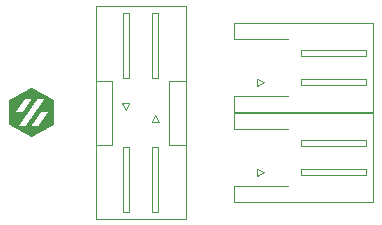
<source format=gbr>
%TF.GenerationSoftware,KiCad,Pcbnew,(6.0.6)*%
%TF.CreationDate,2022-08-22T03:32:16+02:00*%
%TF.ProjectId,fan_pcb,66616e5f-7063-4622-9e6b-696361645f70,rev?*%
%TF.SameCoordinates,Original*%
%TF.FileFunction,Legend,Top*%
%TF.FilePolarity,Positive*%
%FSLAX46Y46*%
G04 Gerber Fmt 4.6, Leading zero omitted, Abs format (unit mm)*
G04 Created by KiCad (PCBNEW (6.0.6)) date 2022-08-22 03:32:16*
%MOMM*%
%LPD*%
G01*
G04 APERTURE LIST*
%ADD10C,0.120000*%
G04 APERTURE END LIST*
%TO.C,G\u002A\u002A\u002A*%
G36*
X20557326Y-28638113D02*
G01*
X20554905Y-28636750D01*
X20552775Y-28635568D01*
X20550755Y-28634466D01*
X20548661Y-28633343D01*
X20546376Y-28632133D01*
X20543782Y-28630748D01*
X20541197Y-28629342D01*
X20538880Y-28628056D01*
X20537089Y-28627033D01*
X20536714Y-28626812D01*
X20535001Y-28625805D01*
X20532990Y-28624660D01*
X20530587Y-28623326D01*
X20527697Y-28621750D01*
X20524227Y-28619882D01*
X20520083Y-28617671D01*
X20515458Y-28615217D01*
X20510587Y-28612632D01*
X20506480Y-28610439D01*
X20503042Y-28608587D01*
X20500180Y-28607026D01*
X20497799Y-28605702D01*
X20495805Y-28604565D01*
X20494202Y-28603623D01*
X20492361Y-28602549D01*
X20490042Y-28601235D01*
X20487621Y-28599892D01*
X20486473Y-28599267D01*
X20483972Y-28597903D01*
X20481215Y-28596378D01*
X20478662Y-28594946D01*
X20477777Y-28594443D01*
X20475864Y-28593377D01*
X20473361Y-28592020D01*
X20470538Y-28590519D01*
X20467670Y-28589018D01*
X20466472Y-28588400D01*
X20463960Y-28587097D01*
X20461655Y-28585877D01*
X20459737Y-28584838D01*
X20458385Y-28584076D01*
X20457897Y-28583776D01*
X20456446Y-28582799D01*
X20455134Y-28581915D01*
X20454224Y-28581368D01*
X20452643Y-28580484D01*
X20450579Y-28579367D01*
X20448222Y-28578119D01*
X20447042Y-28577504D01*
X20444685Y-28576270D01*
X20442602Y-28575157D01*
X20440959Y-28574255D01*
X20439921Y-28573654D01*
X20439671Y-28573487D01*
X20438811Y-28572920D01*
X20437110Y-28571934D01*
X20434564Y-28570526D01*
X20431166Y-28568692D01*
X20426911Y-28566431D01*
X20425120Y-28565486D01*
X20422636Y-28564159D01*
X20420270Y-28562861D01*
X20418242Y-28561717D01*
X20416773Y-28560848D01*
X20416425Y-28560627D01*
X20415263Y-28559924D01*
X20413440Y-28558887D01*
X20411149Y-28557625D01*
X20408590Y-28556247D01*
X20406763Y-28555282D01*
X20402055Y-28552808D01*
X20398148Y-28550737D01*
X20394981Y-28549035D01*
X20392493Y-28547670D01*
X20390622Y-28546606D01*
X20389307Y-28545812D01*
X20388615Y-28545348D01*
X20387681Y-28544767D01*
X20386075Y-28543868D01*
X20383996Y-28542758D01*
X20381640Y-28541543D01*
X20380699Y-28541069D01*
X20376590Y-28538918D01*
X20373385Y-28537028D01*
X20371062Y-28535383D01*
X20369597Y-28533969D01*
X20369220Y-28533416D01*
X20369197Y-28533190D01*
X20369175Y-28532586D01*
X20369154Y-28531594D01*
X20369133Y-28530204D01*
X20369112Y-28528407D01*
X20369092Y-28526193D01*
X20369073Y-28523551D01*
X20369054Y-28520472D01*
X20369035Y-28516946D01*
X20369018Y-28512964D01*
X20369000Y-28508514D01*
X20368983Y-28503588D01*
X20368967Y-28498175D01*
X20368951Y-28492265D01*
X20368935Y-28485850D01*
X20368920Y-28478918D01*
X20368905Y-28471459D01*
X20368891Y-28463465D01*
X20368877Y-28454925D01*
X20368864Y-28445829D01*
X20368851Y-28436167D01*
X20368838Y-28425930D01*
X20368826Y-28415107D01*
X20368815Y-28403689D01*
X20368803Y-28391666D01*
X20368792Y-28379027D01*
X20368782Y-28365764D01*
X20368772Y-28351865D01*
X20368762Y-28337322D01*
X20368753Y-28322124D01*
X20368743Y-28306262D01*
X20368735Y-28289725D01*
X20368727Y-28272503D01*
X20368719Y-28254588D01*
X20368711Y-28235968D01*
X20368704Y-28216634D01*
X20368697Y-28196576D01*
X20368690Y-28175785D01*
X20368684Y-28154250D01*
X20368678Y-28131961D01*
X20368672Y-28108908D01*
X20368667Y-28085083D01*
X20368662Y-28060474D01*
X20368657Y-28035072D01*
X20368653Y-28008867D01*
X20368648Y-27981849D01*
X20368645Y-27954008D01*
X20368641Y-27925335D01*
X20368637Y-27895819D01*
X20368634Y-27865450D01*
X20368631Y-27834220D01*
X20368629Y-27802117D01*
X20368626Y-27769131D01*
X20368624Y-27735254D01*
X20368622Y-27700475D01*
X20368621Y-27664784D01*
X20368619Y-27628172D01*
X20368618Y-27590628D01*
X20368617Y-27552142D01*
X20368616Y-27512705D01*
X20368616Y-27486714D01*
X20925149Y-27486714D01*
X21507709Y-27486714D01*
X21508691Y-27484903D01*
X21509564Y-27483408D01*
X21510785Y-27481519D01*
X21512432Y-27479123D01*
X21514582Y-27476103D01*
X21515085Y-27475405D01*
X21516220Y-27473793D01*
X21517206Y-27472316D01*
X21517828Y-27471299D01*
X21518420Y-27470359D01*
X21519428Y-27468907D01*
X21520675Y-27467195D01*
X21521254Y-27466425D01*
X21522543Y-27464685D01*
X21523664Y-27463102D01*
X21524443Y-27461923D01*
X21524635Y-27461594D01*
X21525255Y-27460587D01*
X21526251Y-27459149D01*
X21527301Y-27457729D01*
X21528592Y-27455912D01*
X21529836Y-27453954D01*
X21530562Y-27452657D01*
X21531632Y-27450880D01*
X21533014Y-27448999D01*
X21533815Y-27448067D01*
X21535105Y-27446567D01*
X21536255Y-27445036D01*
X21536786Y-27444202D01*
X21538089Y-27441949D01*
X21539421Y-27439831D01*
X21540987Y-27437538D01*
X21542645Y-27435230D01*
X21545848Y-27430768D01*
X21548573Y-27426819D01*
X21550105Y-27424509D01*
X21551049Y-27423105D01*
X21552315Y-27421280D01*
X21553654Y-27419392D01*
X21553864Y-27419099D01*
X21555221Y-27417159D01*
X21556564Y-27415143D01*
X21557628Y-27413449D01*
X21557729Y-27413279D01*
X21558602Y-27411899D01*
X21559884Y-27410008D01*
X21561397Y-27407864D01*
X21562841Y-27405887D01*
X21564301Y-27403899D01*
X21565594Y-27402088D01*
X21566584Y-27400649D01*
X21567134Y-27399777D01*
X21567145Y-27399758D01*
X21567719Y-27398839D01*
X21568712Y-27397406D01*
X21569950Y-27395706D01*
X21570535Y-27394927D01*
X21571852Y-27393149D01*
X21573028Y-27391488D01*
X21573876Y-27390212D01*
X21574088Y-27389855D01*
X21574503Y-27389138D01*
X21575039Y-27388279D01*
X21575783Y-27387153D01*
X21576818Y-27385633D01*
X21578228Y-27383596D01*
X21580099Y-27380914D01*
X21580434Y-27380434D01*
X21582766Y-27377089D01*
X21584627Y-27374391D01*
X21586111Y-27372204D01*
X21587303Y-27370402D01*
X21588101Y-27369232D01*
X21589320Y-27367507D01*
X21590805Y-27365447D01*
X21592397Y-27363271D01*
X21592632Y-27362952D01*
X21594076Y-27360978D01*
X21595287Y-27359281D01*
X21596160Y-27358012D01*
X21596591Y-27357320D01*
X21596618Y-27357247D01*
X21596888Y-27356754D01*
X21597622Y-27355656D01*
X21598704Y-27354121D01*
X21599879Y-27352506D01*
X21601359Y-27350486D01*
X21602587Y-27348771D01*
X21603737Y-27347110D01*
X21604984Y-27345246D01*
X21606503Y-27342925D01*
X21607246Y-27341781D01*
X21609350Y-27338578D01*
X21611825Y-27334879D01*
X21614476Y-27330975D01*
X21616175Y-27328502D01*
X21617376Y-27326742D01*
X21618604Y-27324911D01*
X21619187Y-27324026D01*
X21620121Y-27322645D01*
X21621392Y-27320832D01*
X21622759Y-27318929D01*
X21623067Y-27318507D01*
X21624198Y-27316931D01*
X21625069Y-27315654D01*
X21625549Y-27314870D01*
X21625603Y-27314731D01*
X21625878Y-27314257D01*
X21626636Y-27313146D01*
X21627782Y-27311535D01*
X21629218Y-27309561D01*
X21630314Y-27308079D01*
X21632042Y-27305721D01*
X21633682Y-27303424D01*
X21635093Y-27301390D01*
X21636133Y-27299821D01*
X21636473Y-27299269D01*
X21637533Y-27297574D01*
X21638882Y-27295568D01*
X21640138Y-27293809D01*
X21641307Y-27292187D01*
X21642314Y-27290710D01*
X21642956Y-27289675D01*
X21642990Y-27289613D01*
X21643612Y-27288605D01*
X21644607Y-27287167D01*
X21645655Y-27285748D01*
X21646831Y-27284150D01*
X21647874Y-27282631D01*
X21648487Y-27281642D01*
X21649101Y-27280601D01*
X21649968Y-27279254D01*
X21651158Y-27277501D01*
X21652743Y-27275237D01*
X21654791Y-27272362D01*
X21656280Y-27270289D01*
X21658641Y-27266996D01*
X21660497Y-27264376D01*
X21661917Y-27262327D01*
X21662971Y-27260747D01*
X21663729Y-27259534D01*
X21664073Y-27258937D01*
X21664790Y-27257789D01*
X21665860Y-27256244D01*
X21666904Y-27254830D01*
X21668044Y-27253284D01*
X21669017Y-27251869D01*
X21669571Y-27250966D01*
X21670127Y-27250066D01*
X21671105Y-27248628D01*
X21672344Y-27246884D01*
X21673147Y-27245785D01*
X21674572Y-27243834D01*
X21675940Y-27241917D01*
X21677041Y-27240329D01*
X21677430Y-27239747D01*
X21679883Y-27236080D01*
X21682737Y-27231990D01*
X21684167Y-27229995D01*
X21685302Y-27228382D01*
X21686290Y-27226905D01*
X21686913Y-27225889D01*
X21687446Y-27225056D01*
X21688439Y-27223634D01*
X21689763Y-27221802D01*
X21691291Y-27219739D01*
X21691785Y-27219082D01*
X21693346Y-27216988D01*
X21694738Y-27215075D01*
X21695835Y-27213521D01*
X21696510Y-27212500D01*
X21696615Y-27212318D01*
X21697285Y-27211208D01*
X21698255Y-27209773D01*
X21698747Y-27209090D01*
X21699886Y-27207452D01*
X21701116Y-27205541D01*
X21701690Y-27204590D01*
X21702750Y-27202891D01*
X21704100Y-27200883D01*
X21705357Y-27199123D01*
X21706535Y-27197492D01*
X21707559Y-27195996D01*
X21708222Y-27194939D01*
X21708256Y-27194879D01*
X21708836Y-27193943D01*
X21709827Y-27192478D01*
X21711058Y-27190731D01*
X21711728Y-27189807D01*
X21714966Y-27185305D01*
X21717735Y-27181290D01*
X21719187Y-27179098D01*
X21720041Y-27177841D01*
X21721285Y-27176075D01*
X21722732Y-27174063D01*
X21723792Y-27172614D01*
X21725088Y-27170828D01*
X21726140Y-27169330D01*
X21726833Y-27168286D01*
X21727053Y-27167873D01*
X21727325Y-27167390D01*
X21728072Y-27166284D01*
X21729189Y-27164704D01*
X21730572Y-27162800D01*
X21731038Y-27162168D01*
X21732647Y-27159974D01*
X21734183Y-27157844D01*
X21735484Y-27156006D01*
X21736390Y-27154684D01*
X21736473Y-27154559D01*
X21737582Y-27152859D01*
X21738711Y-27151127D01*
X21739130Y-27150483D01*
X21740143Y-27148927D01*
X21741307Y-27147141D01*
X21741787Y-27146406D01*
X21742632Y-27145159D01*
X21743886Y-27143367D01*
X21745387Y-27141259D01*
X21746969Y-27139070D01*
X21747101Y-27138888D01*
X21748683Y-27136702D01*
X21750196Y-27134579D01*
X21751478Y-27132751D01*
X21752364Y-27131449D01*
X21752415Y-27131370D01*
X21753524Y-27129670D01*
X21754653Y-27127938D01*
X21755072Y-27127294D01*
X21756085Y-27125739D01*
X21757250Y-27123953D01*
X21757729Y-27123218D01*
X21758574Y-27121971D01*
X21759828Y-27120178D01*
X21761329Y-27118071D01*
X21762911Y-27115881D01*
X21763043Y-27115700D01*
X21764611Y-27113534D01*
X21766099Y-27111450D01*
X21767346Y-27109672D01*
X21768195Y-27108427D01*
X21768251Y-27108341D01*
X21769325Y-27106720D01*
X21770586Y-27104852D01*
X21771263Y-27103864D01*
X21775831Y-27097166D01*
X21777331Y-27094927D01*
X21778475Y-27093227D01*
X21779782Y-27091304D01*
X21780445Y-27090338D01*
X21784385Y-27084564D01*
X21786510Y-27081400D01*
X21787654Y-27079700D01*
X21788961Y-27077778D01*
X21789624Y-27076811D01*
X21790856Y-27075015D01*
X21792147Y-27073119D01*
X21792753Y-27072222D01*
X21793906Y-27070521D01*
X21795220Y-27068599D01*
X21795886Y-27067632D01*
X21797087Y-27065872D01*
X21798314Y-27064041D01*
X21798897Y-27063156D01*
X21799655Y-27062042D01*
X21800850Y-27060344D01*
X21802344Y-27058256D01*
X21803999Y-27055969D01*
X21804830Y-27054830D01*
X21806515Y-27052517D01*
X21808106Y-27050306D01*
X21809466Y-27048392D01*
X21810456Y-27046967D01*
X21810766Y-27046505D01*
X21812417Y-27044008D01*
X21814021Y-27041656D01*
X21815757Y-27039196D01*
X21817802Y-27036374D01*
X21819202Y-27034467D01*
X21820645Y-27032489D01*
X21821855Y-27030788D01*
X21822728Y-27029516D01*
X21823160Y-27028821D01*
X21823188Y-27028745D01*
X21823456Y-27028240D01*
X21824174Y-27027158D01*
X21825209Y-27025693D01*
X21825724Y-27024988D01*
X21827110Y-27023047D01*
X21828473Y-27021036D01*
X21829556Y-27019339D01*
X21829710Y-27019082D01*
X21830710Y-27017487D01*
X21832039Y-27015507D01*
X21833441Y-27013523D01*
X21833695Y-27013175D01*
X21834827Y-27011605D01*
X21835699Y-27010333D01*
X21836179Y-27009553D01*
X21836231Y-27009417D01*
X21836505Y-27008942D01*
X21837262Y-27007831D01*
X21838406Y-27006218D01*
X21839841Y-27004241D01*
X21840942Y-27002747D01*
X21842651Y-27000425D01*
X21844264Y-26998207D01*
X21845644Y-26996282D01*
X21846653Y-26994840D01*
X21846995Y-26994331D01*
X21848069Y-26992710D01*
X21849330Y-26990842D01*
X21850007Y-26989855D01*
X21851851Y-26987176D01*
X21853268Y-26985092D01*
X21854391Y-26983405D01*
X21855348Y-26981920D01*
X21856272Y-26980441D01*
X21856276Y-26980434D01*
X21857418Y-26978643D01*
X21858818Y-26976537D01*
X21860127Y-26974637D01*
X21862840Y-26970763D01*
X21865035Y-26967569D01*
X21866775Y-26964967D01*
X21867013Y-26964601D01*
X21867787Y-26963467D01*
X21868996Y-26961763D01*
X21870496Y-26959688D01*
X21872140Y-26957445D01*
X21872744Y-26956629D01*
X21874332Y-26954470D01*
X21875752Y-26952496D01*
X21876886Y-26950878D01*
X21877613Y-26949786D01*
X21877773Y-26949515D01*
X21878347Y-26948597D01*
X21879339Y-26947164D01*
X21880576Y-26945463D01*
X21881159Y-26944685D01*
X21882448Y-26942946D01*
X21883570Y-26941362D01*
X21884351Y-26940184D01*
X21884543Y-26939855D01*
X21885141Y-26938876D01*
X21886121Y-26937425D01*
X21887281Y-26935799D01*
X21887397Y-26935641D01*
X21888704Y-26933834D01*
X21889988Y-26932004D01*
X21890957Y-26930569D01*
X21892674Y-26927981D01*
X21894719Y-26925002D01*
X21897196Y-26921481D01*
X21898561Y-26919565D01*
X21901236Y-26915761D01*
X21903748Y-26912070D01*
X21905967Y-26908688D01*
X21907762Y-26905813D01*
X21908201Y-26905072D01*
X21908902Y-26903923D01*
X21909825Y-26902505D01*
X21911052Y-26900700D01*
X21912664Y-26898388D01*
X21914742Y-26895451D01*
X21915458Y-26894444D01*
X21918151Y-26890639D01*
X21920362Y-26887457D01*
X21922194Y-26884748D01*
X21923052Y-26883446D01*
X21923906Y-26882189D01*
X21925150Y-26880422D01*
X21926596Y-26878411D01*
X21927657Y-26876961D01*
X21928953Y-26875176D01*
X21930005Y-26873677D01*
X21930697Y-26872633D01*
X21930917Y-26872221D01*
X21931191Y-26871745D01*
X21931948Y-26870633D01*
X21933092Y-26869020D01*
X21934527Y-26867043D01*
X21935628Y-26865549D01*
X21937337Y-26863227D01*
X21938950Y-26861009D01*
X21940330Y-26859084D01*
X21941339Y-26857642D01*
X21941681Y-26857133D01*
X21942755Y-26855512D01*
X21944016Y-26853644D01*
X21944693Y-26852657D01*
X21946537Y-26849978D01*
X21947954Y-26847894D01*
X21949077Y-26846207D01*
X21950034Y-26844722D01*
X21950958Y-26843243D01*
X21950962Y-26843236D01*
X21952104Y-26841445D01*
X21953504Y-26839339D01*
X21954813Y-26837439D01*
X21957570Y-26833502D01*
X21959802Y-26830253D01*
X21961567Y-26827610D01*
X21961699Y-26827407D01*
X21962455Y-26826302D01*
X21963653Y-26824612D01*
X21965157Y-26822528D01*
X21966832Y-26820238D01*
X21967753Y-26818991D01*
X21969332Y-26816843D01*
X21970685Y-26814967D01*
X21971717Y-26813498D01*
X21972333Y-26812573D01*
X21972463Y-26812323D01*
X21972728Y-26811799D01*
X21973417Y-26810742D01*
X21974275Y-26809531D01*
X21975563Y-26807682D01*
X21976881Y-26805658D01*
X21977536Y-26804586D01*
X21978338Y-26803322D01*
X21979576Y-26801491D01*
X21981107Y-26799298D01*
X21982789Y-26796951D01*
X21983574Y-26795875D01*
X21985261Y-26793566D01*
X21986853Y-26791359D01*
X21988212Y-26789448D01*
X21989201Y-26788026D01*
X21989507Y-26787568D01*
X21992013Y-26783827D01*
X21994908Y-26779684D01*
X21996244Y-26777821D01*
X21997379Y-26776209D01*
X21998366Y-26774732D01*
X21998989Y-26773715D01*
X21999547Y-26772837D01*
X22000547Y-26771400D01*
X22001843Y-26769611D01*
X22003138Y-26767874D01*
X22004568Y-26765952D01*
X22005829Y-26764201D01*
X22006776Y-26762826D01*
X22007242Y-26762077D01*
X22007863Y-26761069D01*
X22008858Y-26759631D01*
X22009907Y-26758212D01*
X22011083Y-26756613D01*
X22012125Y-26755095D01*
X22012738Y-26754106D01*
X22013209Y-26753296D01*
X22013847Y-26752286D01*
X22014737Y-26750950D01*
X22015960Y-26749166D01*
X22017602Y-26746810D01*
X22019092Y-26744685D01*
X22020394Y-26742817D01*
X22021700Y-26740917D01*
X22022731Y-26739392D01*
X22022745Y-26739371D01*
X22023887Y-26737671D01*
X22025193Y-26735749D01*
X22025856Y-26734782D01*
X22027087Y-26732986D01*
X22028378Y-26731090D01*
X22028985Y-26730193D01*
X22030138Y-26728492D01*
X22031452Y-26726570D01*
X22032118Y-26725603D01*
X22033318Y-26723844D01*
X22034546Y-26722012D01*
X22035129Y-26721127D01*
X22035983Y-26719870D01*
X22037227Y-26718104D01*
X22038674Y-26716092D01*
X22039734Y-26714643D01*
X22041030Y-26712858D01*
X22042082Y-26711359D01*
X22042775Y-26710316D01*
X22042995Y-26709904D01*
X22043262Y-26709399D01*
X22043978Y-26708315D01*
X22045010Y-26706847D01*
X22045531Y-26706130D01*
X22049029Y-26701172D01*
X22051906Y-26696704D01*
X22052623Y-26695622D01*
X22053733Y-26694048D01*
X22055039Y-26692260D01*
X22055573Y-26691545D01*
X22056855Y-26689803D01*
X22057971Y-26688219D01*
X22058746Y-26687040D01*
X22058934Y-26686714D01*
X22059553Y-26685704D01*
X22060543Y-26684262D01*
X22061576Y-26682850D01*
X22062770Y-26681225D01*
X22063862Y-26679665D01*
X22064521Y-26678657D01*
X22066311Y-26675822D01*
X22068303Y-26672874D01*
X22070677Y-26669549D01*
X22071618Y-26668266D01*
X22072914Y-26666481D01*
X22073966Y-26664982D01*
X22074659Y-26663938D01*
X22074879Y-26663526D01*
X22075149Y-26663034D01*
X22075883Y-26661936D01*
X22076965Y-26660401D01*
X22078140Y-26658786D01*
X22079615Y-26656763D01*
X22081024Y-26654793D01*
X22082177Y-26653143D01*
X22082744Y-26652302D01*
X22085318Y-26648460D01*
X22088265Y-26644270D01*
X22090204Y-26641593D01*
X22091493Y-26639797D01*
X22092627Y-26638157D01*
X22093438Y-26636919D01*
X22093673Y-26636521D01*
X22094266Y-26635579D01*
X22095274Y-26634126D01*
X22096521Y-26632412D01*
X22097099Y-26631642D01*
X22098389Y-26629902D01*
X22099511Y-26628319D01*
X22100291Y-26627141D01*
X22100483Y-26626811D01*
X22101151Y-26625701D01*
X22102119Y-26624266D01*
X22102612Y-26623583D01*
X22103752Y-26621944D01*
X22104983Y-26620034D01*
X22105555Y-26619088D01*
X22106357Y-26617821D01*
X22107595Y-26615986D01*
X22109127Y-26613792D01*
X22110809Y-26611443D01*
X22111594Y-26610368D01*
X22113280Y-26608058D01*
X22114872Y-26605851D01*
X22116231Y-26603940D01*
X22117220Y-26602518D01*
X22117527Y-26602061D01*
X22118601Y-26600439D01*
X22119862Y-26598572D01*
X22120539Y-26597584D01*
X22121771Y-26595789D01*
X22123063Y-26593893D01*
X22123671Y-26592995D01*
X22124824Y-26591294D01*
X22126138Y-26589372D01*
X22126803Y-26588405D01*
X22128004Y-26586645D01*
X22129232Y-26584814D01*
X22129815Y-26583929D01*
X22130616Y-26582748D01*
X22131831Y-26581013D01*
X22133302Y-26578949D01*
X22134869Y-26576781D01*
X22135024Y-26576570D01*
X22137425Y-26573244D01*
X22139371Y-26570467D01*
X22141007Y-26568026D01*
X22142475Y-26565712D01*
X22142727Y-26565303D01*
X22143444Y-26564221D01*
X22144554Y-26562647D01*
X22145860Y-26560859D01*
X22146394Y-26560144D01*
X22147677Y-26558403D01*
X22148792Y-26556818D01*
X22149567Y-26555639D01*
X22149756Y-26555314D01*
X22150375Y-26554303D01*
X22151364Y-26552861D01*
X22152397Y-26551449D01*
X22153591Y-26549824D01*
X22154684Y-26548264D01*
X22155342Y-26547256D01*
X22157133Y-26544421D01*
X22159124Y-26541474D01*
X22161499Y-26538148D01*
X22162439Y-26536865D01*
X22163735Y-26535080D01*
X22164788Y-26533583D01*
X22165480Y-26532540D01*
X22165700Y-26532129D01*
X22165964Y-26531605D01*
X22166654Y-26530549D01*
X22167512Y-26529337D01*
X22168800Y-26527488D01*
X22170118Y-26525463D01*
X22170772Y-26524390D01*
X22171550Y-26523173D01*
X22172779Y-26521373D01*
X22174330Y-26519179D01*
X22176069Y-26516777D01*
X22177358Y-26515032D01*
X22179085Y-26512696D01*
X22180658Y-26510531D01*
X22181964Y-26508696D01*
X22182891Y-26507348D01*
X22183283Y-26506728D01*
X22183758Y-26505918D01*
X22184410Y-26504891D01*
X22185322Y-26503526D01*
X22186576Y-26501701D01*
X22188256Y-26499291D01*
X22189624Y-26497342D01*
X22193488Y-26491708D01*
X22196135Y-26487687D01*
X22197773Y-26485167D01*
X22199026Y-26483260D01*
X22200029Y-26481767D01*
X22200918Y-26480488D01*
X22201828Y-26479224D01*
X22202457Y-26478368D01*
X22203624Y-26476740D01*
X22204631Y-26475259D01*
X22205275Y-26474221D01*
X22205311Y-26474154D01*
X22205884Y-26473235D01*
X22206876Y-26471801D01*
X22208112Y-26470101D01*
X22208695Y-26469323D01*
X22209985Y-26467583D01*
X22211107Y-26466000D01*
X22211889Y-26464821D01*
X22212081Y-26464492D01*
X22212611Y-26463646D01*
X22213585Y-26462224D01*
X22214867Y-26460421D01*
X22216321Y-26458432D01*
X22216385Y-26458345D01*
X22217930Y-26456242D01*
X22219396Y-26454209D01*
X22220614Y-26452484D01*
X22221391Y-26451340D01*
X22222466Y-26449716D01*
X22223727Y-26447847D01*
X22224403Y-26446859D01*
X22225636Y-26445064D01*
X22226928Y-26443169D01*
X22227536Y-26442270D01*
X22228689Y-26440570D01*
X22230003Y-26438648D01*
X22230668Y-26437681D01*
X22231869Y-26435921D01*
X22233097Y-26434089D01*
X22233680Y-26433204D01*
X22234478Y-26432034D01*
X22235697Y-26430309D01*
X22237181Y-26428249D01*
X22238774Y-26426073D01*
X22239009Y-26425754D01*
X22240453Y-26423780D01*
X22241664Y-26422084D01*
X22242537Y-26420815D01*
X22242967Y-26420123D01*
X22242995Y-26420050D01*
X22243263Y-26419545D01*
X22243981Y-26418462D01*
X22245016Y-26416998D01*
X22245531Y-26416293D01*
X22246917Y-26414351D01*
X22248280Y-26412341D01*
X22249363Y-26410642D01*
X22249516Y-26410385D01*
X22250432Y-26408926D01*
X22251723Y-26406992D01*
X22253190Y-26404882D01*
X22254106Y-26403605D01*
X22256713Y-26399960D01*
X22258871Y-26396797D01*
X22260754Y-26393859D01*
X22261084Y-26393323D01*
X22261802Y-26392240D01*
X22262912Y-26390667D01*
X22264218Y-26388878D01*
X22264752Y-26388164D01*
X22266034Y-26386422D01*
X22267150Y-26384837D01*
X22267926Y-26383659D01*
X22268115Y-26383333D01*
X22268687Y-26382414D01*
X22269678Y-26380980D01*
X22270914Y-26379280D01*
X22271497Y-26378502D01*
X22272786Y-26376762D01*
X22273906Y-26375179D01*
X22274685Y-26374000D01*
X22274876Y-26373671D01*
X22275497Y-26372664D01*
X22276492Y-26371225D01*
X22277541Y-26369806D01*
X22278796Y-26368054D01*
X22279973Y-26366225D01*
X22280665Y-26365003D01*
X22281327Y-26363886D01*
X22282452Y-26362187D01*
X22283911Y-26360091D01*
X22285578Y-26357782D01*
X22286672Y-26356307D01*
X22288399Y-26353981D01*
X22290000Y-26351777D01*
X22291349Y-26349873D01*
X22292320Y-26348447D01*
X22292684Y-26347866D01*
X22293782Y-26345974D01*
X22079177Y-26346296D01*
X22064066Y-26346318D01*
X22048870Y-26346340D01*
X22033635Y-26346362D01*
X22018409Y-26346383D01*
X22003238Y-26346403D01*
X21988168Y-26346423D01*
X21973247Y-26346443D01*
X21958521Y-26346461D01*
X21944036Y-26346479D01*
X21929840Y-26346496D01*
X21915979Y-26346512D01*
X21902499Y-26346527D01*
X21889448Y-26346541D01*
X21876872Y-26346555D01*
X21864818Y-26346567D01*
X21853332Y-26346578D01*
X21842461Y-26346588D01*
X21832252Y-26346596D01*
X21822752Y-26346603D01*
X21814006Y-26346609D01*
X21806062Y-26346614D01*
X21798967Y-26346617D01*
X21792766Y-26346619D01*
X21789895Y-26346619D01*
X21715217Y-26346620D01*
X21714251Y-26348288D01*
X21713059Y-26350259D01*
X21711642Y-26352427D01*
X21709892Y-26354950D01*
X21707699Y-26357988D01*
X21706400Y-26359752D01*
X21704956Y-26361727D01*
X21703746Y-26363423D01*
X21702873Y-26364692D01*
X21702442Y-26365384D01*
X21702415Y-26365458D01*
X21702145Y-26365950D01*
X21701411Y-26367048D01*
X21700328Y-26368583D01*
X21699154Y-26370198D01*
X21697678Y-26372222D01*
X21696270Y-26374191D01*
X21695116Y-26375841D01*
X21694550Y-26376683D01*
X21693346Y-26378501D01*
X21691856Y-26380696D01*
X21689988Y-26383404D01*
X21687681Y-26386714D01*
X21685347Y-26390063D01*
X21683484Y-26392764D01*
X21681999Y-26394954D01*
X21680812Y-26396746D01*
X21679951Y-26398019D01*
X21678710Y-26399796D01*
X21677280Y-26401804D01*
X21676328Y-26403122D01*
X21674855Y-26405191D01*
X21673431Y-26407272D01*
X21672256Y-26409065D01*
X21671739Y-26409908D01*
X21670865Y-26411288D01*
X21669583Y-26413179D01*
X21668071Y-26415323D01*
X21666626Y-26417300D01*
X21665167Y-26419288D01*
X21663873Y-26421099D01*
X21662881Y-26422539D01*
X21662331Y-26423410D01*
X21662320Y-26423429D01*
X21661802Y-26424245D01*
X21660822Y-26425651D01*
X21659507Y-26427471D01*
X21657985Y-26429527D01*
X21657480Y-26430199D01*
X21655899Y-26432319D01*
X21654470Y-26434284D01*
X21653325Y-26435909D01*
X21652596Y-26437007D01*
X21652480Y-26437204D01*
X21652064Y-26437921D01*
X21651524Y-26438783D01*
X21650776Y-26439915D01*
X21649735Y-26441443D01*
X21648317Y-26443491D01*
X21646437Y-26446185D01*
X21646135Y-26446618D01*
X21643801Y-26449967D01*
X21641938Y-26452668D01*
X21640453Y-26454857D01*
X21639266Y-26456650D01*
X21638405Y-26457922D01*
X21637164Y-26459699D01*
X21635734Y-26461708D01*
X21634782Y-26463025D01*
X21633310Y-26465094D01*
X21631885Y-26467174D01*
X21630710Y-26468965D01*
X21630193Y-26469807D01*
X21629428Y-26471007D01*
X21628211Y-26472800D01*
X21626668Y-26475003D01*
X21624925Y-26477437D01*
X21623429Y-26479486D01*
X21621023Y-26482768D01*
X21619091Y-26485447D01*
X21617517Y-26487688D01*
X21616188Y-26489656D01*
X21614990Y-26491513D01*
X21614272Y-26492667D01*
X21613618Y-26493651D01*
X21612535Y-26495197D01*
X21611173Y-26497092D01*
X21609683Y-26499124D01*
X21608121Y-26501275D01*
X21606625Y-26503410D01*
X21605372Y-26505271D01*
X21604589Y-26506517D01*
X21603739Y-26507866D01*
X21602476Y-26509747D01*
X21600966Y-26511916D01*
X21599376Y-26514131D01*
X21599275Y-26514269D01*
X21597705Y-26516431D01*
X21596216Y-26518511D01*
X21594968Y-26520285D01*
X21594120Y-26521528D01*
X21594066Y-26521610D01*
X21591557Y-26525355D01*
X21588660Y-26529502D01*
X21587329Y-26531357D01*
X21586195Y-26532969D01*
X21585208Y-26534446D01*
X21584586Y-26535463D01*
X21583994Y-26536403D01*
X21582986Y-26537855D01*
X21581739Y-26539567D01*
X21581161Y-26540338D01*
X21579871Y-26542077D01*
X21578749Y-26543660D01*
X21577969Y-26544839D01*
X21577777Y-26545169D01*
X21577205Y-26546087D01*
X21576215Y-26547521D01*
X21574979Y-26549222D01*
X21574396Y-26550000D01*
X21573107Y-26551739D01*
X21571986Y-26553322D01*
X21571208Y-26554501D01*
X21571016Y-26554830D01*
X21570396Y-26555838D01*
X21569401Y-26557277D01*
X21568353Y-26558695D01*
X21567177Y-26560294D01*
X21566135Y-26561812D01*
X21565522Y-26562801D01*
X21564908Y-26563843D01*
X21564041Y-26565189D01*
X21562850Y-26566943D01*
X21561266Y-26569206D01*
X21559218Y-26572081D01*
X21557729Y-26574154D01*
X21555165Y-26577736D01*
X21553060Y-26580722D01*
X21551294Y-26583288D01*
X21549743Y-26585611D01*
X21549411Y-26586119D01*
X21548610Y-26587300D01*
X21547395Y-26589034D01*
X21545924Y-26591098D01*
X21544357Y-26593266D01*
X21544202Y-26593478D01*
X21542634Y-26595644D01*
X21541147Y-26597728D01*
X21539899Y-26599505D01*
X21539050Y-26600751D01*
X21538994Y-26600837D01*
X21537494Y-26603096D01*
X21535604Y-26605864D01*
X21533248Y-26609253D01*
X21532115Y-26610869D01*
X21530813Y-26612737D01*
X21529506Y-26614637D01*
X21528475Y-26616162D01*
X21528462Y-26616183D01*
X21526361Y-26619299D01*
X21523786Y-26623042D01*
X21521497Y-26626328D01*
X21519193Y-26629634D01*
X21517358Y-26632294D01*
X21515896Y-26634448D01*
X21514713Y-26636234D01*
X21514628Y-26636365D01*
X21513740Y-26637675D01*
X21512481Y-26639462D01*
X21511059Y-26641433D01*
X21510345Y-26642404D01*
X21509027Y-26644219D01*
X21507873Y-26645868D01*
X21507044Y-26647120D01*
X21506769Y-26647584D01*
X21506148Y-26648595D01*
X21505157Y-26650037D01*
X21504124Y-26651449D01*
X21502929Y-26653073D01*
X21501837Y-26654634D01*
X21501178Y-26655641D01*
X21500040Y-26657465D01*
X21498819Y-26659331D01*
X21497404Y-26661395D01*
X21495688Y-26663816D01*
X21493560Y-26666751D01*
X21492028Y-26668840D01*
X21490222Y-26671311D01*
X21488511Y-26673677D01*
X21487019Y-26675764D01*
X21485871Y-26677397D01*
X21485265Y-26678290D01*
X21484156Y-26679990D01*
X21483028Y-26681722D01*
X21482608Y-26682367D01*
X21481596Y-26683921D01*
X21480433Y-26685708D01*
X21479951Y-26686447D01*
X21479084Y-26687723D01*
X21477811Y-26689526D01*
X21476308Y-26691611D01*
X21474839Y-26693611D01*
X21473381Y-26695603D01*
X21472088Y-26697418D01*
X21471098Y-26698861D01*
X21470546Y-26699736D01*
X21470534Y-26699758D01*
X21469992Y-26700617D01*
X21469006Y-26702038D01*
X21467721Y-26703814D01*
X21466425Y-26705555D01*
X21464995Y-26707478D01*
X21463733Y-26709229D01*
X21462785Y-26710604D01*
X21462318Y-26711352D01*
X21461719Y-26712331D01*
X21460738Y-26713782D01*
X21459577Y-26715408D01*
X21459462Y-26715566D01*
X21458155Y-26717373D01*
X21456871Y-26719203D01*
X21455902Y-26720638D01*
X21454185Y-26723226D01*
X21452140Y-26726205D01*
X21449663Y-26729726D01*
X21448298Y-26731642D01*
X21446877Y-26733646D01*
X21445492Y-26735624D01*
X21444353Y-26737277D01*
X21443918Y-26737922D01*
X21442778Y-26739622D01*
X21441473Y-26741544D01*
X21440810Y-26742512D01*
X21436870Y-26748285D01*
X21434745Y-26751449D01*
X21433601Y-26753149D01*
X21432294Y-26755071D01*
X21431631Y-26756038D01*
X21430399Y-26757834D01*
X21429108Y-26759730D01*
X21428502Y-26760628D01*
X21427349Y-26762328D01*
X21426035Y-26764250D01*
X21425369Y-26765217D01*
X21424169Y-26766977D01*
X21422941Y-26768808D01*
X21422358Y-26769694D01*
X21421600Y-26770807D01*
X21420405Y-26772505D01*
X21418911Y-26774594D01*
X21417256Y-26776881D01*
X21416425Y-26778019D01*
X21414740Y-26780333D01*
X21413149Y-26782543D01*
X21411791Y-26784457D01*
X21410801Y-26785882D01*
X21410492Y-26786344D01*
X21409292Y-26788155D01*
X21407809Y-26790342D01*
X21405949Y-26793039D01*
X21403623Y-26796376D01*
X21401292Y-26799720D01*
X21399433Y-26802416D01*
X21397950Y-26804601D01*
X21396754Y-26806409D01*
X21395995Y-26807522D01*
X21394799Y-26809219D01*
X21393303Y-26811306D01*
X21391645Y-26813590D01*
X21390821Y-26814716D01*
X21389118Y-26817065D01*
X21387499Y-26819355D01*
X21386108Y-26821378D01*
X21385088Y-26822929D01*
X21384782Y-26823427D01*
X21383635Y-26825270D01*
X21382283Y-26827295D01*
X21381521Y-26828371D01*
X21380582Y-26829703D01*
X21379927Y-26830718D01*
X21379710Y-26831164D01*
X21379436Y-26831638D01*
X21378679Y-26832749D01*
X21377535Y-26834361D01*
X21376100Y-26836338D01*
X21375000Y-26837831D01*
X21373290Y-26840154D01*
X21371677Y-26842372D01*
X21370297Y-26844297D01*
X21369288Y-26845739D01*
X21368946Y-26846247D01*
X21367279Y-26848756D01*
X21365289Y-26851659D01*
X21362873Y-26855104D01*
X21361352Y-26857246D01*
X21358663Y-26861046D01*
X21356455Y-26864224D01*
X21354626Y-26866927D01*
X21353759Y-26868244D01*
X21353003Y-26869349D01*
X21351805Y-26871039D01*
X21350301Y-26873123D01*
X21348626Y-26875413D01*
X21347705Y-26876660D01*
X21346126Y-26878808D01*
X21344773Y-26880685D01*
X21343740Y-26882155D01*
X21343125Y-26883081D01*
X21342995Y-26883332D01*
X21342724Y-26883824D01*
X21341990Y-26884922D01*
X21340908Y-26886458D01*
X21339734Y-26888072D01*
X21338258Y-26890096D01*
X21336850Y-26892065D01*
X21335696Y-26893716D01*
X21335129Y-26894557D01*
X21333393Y-26897165D01*
X21331192Y-26900375D01*
X21328468Y-26904269D01*
X21328243Y-26904589D01*
X21326887Y-26906558D01*
X21325491Y-26908662D01*
X21324392Y-26910386D01*
X21323468Y-26911866D01*
X21322511Y-26913351D01*
X21321389Y-26915036D01*
X21319973Y-26917118D01*
X21318132Y-26919794D01*
X21318123Y-26919806D01*
X21316922Y-26921566D01*
X21315695Y-26923397D01*
X21315111Y-26924282D01*
X21314177Y-26925663D01*
X21312907Y-26927476D01*
X21311540Y-26929379D01*
X21311231Y-26929801D01*
X21310101Y-26931377D01*
X21309230Y-26932654D01*
X21308749Y-26933437D01*
X21308695Y-26933576D01*
X21308425Y-26934067D01*
X21307691Y-26935165D01*
X21306609Y-26936699D01*
X21305434Y-26938314D01*
X21303959Y-26940338D01*
X21302550Y-26942307D01*
X21301396Y-26943957D01*
X21300830Y-26944799D01*
X21298256Y-26948640D01*
X21295309Y-26952831D01*
X21293370Y-26955507D01*
X21292080Y-26957304D01*
X21290945Y-26958944D01*
X21290134Y-26960181D01*
X21289898Y-26960579D01*
X21289364Y-26961414D01*
X21288371Y-26962837D01*
X21287047Y-26964669D01*
X21285518Y-26966733D01*
X21285024Y-26967391D01*
X21283458Y-26969489D01*
X21282057Y-26971411D01*
X21280947Y-26972979D01*
X21280258Y-26974013D01*
X21280150Y-26974198D01*
X21279522Y-26975222D01*
X21278533Y-26976700D01*
X21277404Y-26978304D01*
X21274412Y-26982518D01*
X21271706Y-26986478D01*
X21270667Y-26988051D01*
X21269911Y-26989156D01*
X21268713Y-26990845D01*
X21267209Y-26992930D01*
X21265534Y-26995220D01*
X21264613Y-26996467D01*
X21263035Y-26998615D01*
X21261681Y-27000492D01*
X21260649Y-27001961D01*
X21260034Y-27002887D01*
X21259903Y-27003137D01*
X21259634Y-27003643D01*
X21258917Y-27004725D01*
X21257881Y-27006190D01*
X21257367Y-27006895D01*
X21255981Y-27008836D01*
X21254618Y-27010847D01*
X21253535Y-27012544D01*
X21253381Y-27012801D01*
X21252381Y-27014396D01*
X21251052Y-27016376D01*
X21249650Y-27018360D01*
X21249396Y-27018708D01*
X21248263Y-27020278D01*
X21247392Y-27021550D01*
X21246912Y-27022330D01*
X21246859Y-27022466D01*
X21246586Y-27022941D01*
X21245829Y-27024053D01*
X21244685Y-27025665D01*
X21243250Y-27027642D01*
X21242149Y-27029136D01*
X21240439Y-27031458D01*
X21238827Y-27033676D01*
X21237447Y-27035601D01*
X21236437Y-27037043D01*
X21236095Y-27037552D01*
X21234896Y-27039363D01*
X21233413Y-27041549D01*
X21231553Y-27044247D01*
X21229227Y-27047584D01*
X21226895Y-27050930D01*
X21225034Y-27053628D01*
X21223550Y-27055815D01*
X21222358Y-27057616D01*
X21221557Y-27058797D01*
X21220341Y-27060532D01*
X21218871Y-27062596D01*
X21217303Y-27064764D01*
X21217149Y-27064975D01*
X21215581Y-27067142D01*
X21214094Y-27069226D01*
X21212846Y-27071003D01*
X21211997Y-27072249D01*
X21211941Y-27072335D01*
X21210867Y-27073956D01*
X21209606Y-27075824D01*
X21208929Y-27076811D01*
X21204361Y-27083510D01*
X21202861Y-27085748D01*
X21200008Y-27089960D01*
X21196588Y-27094888D01*
X21195883Y-27095893D01*
X21194581Y-27097762D01*
X21193275Y-27099661D01*
X21192243Y-27101186D01*
X21192230Y-27101207D01*
X21189994Y-27104523D01*
X21187565Y-27108037D01*
X21184751Y-27112023D01*
X21184541Y-27112318D01*
X21181880Y-27116077D01*
X21179702Y-27119212D01*
X21177903Y-27121870D01*
X21176947Y-27123322D01*
X21175960Y-27124784D01*
X21174674Y-27126617D01*
X21173387Y-27128395D01*
X21172220Y-27130022D01*
X21171213Y-27131503D01*
X21170568Y-27132542D01*
X21170532Y-27132608D01*
X21169991Y-27133467D01*
X21169005Y-27134888D01*
X21167721Y-27136664D01*
X21166425Y-27138405D01*
X21164995Y-27140328D01*
X21163734Y-27142079D01*
X21162786Y-27143454D01*
X21162320Y-27144202D01*
X21161748Y-27145123D01*
X21160760Y-27146559D01*
X21159529Y-27148263D01*
X21158955Y-27149033D01*
X21157625Y-27150831D01*
X21156413Y-27152524D01*
X21155515Y-27153836D01*
X21155287Y-27154192D01*
X21154139Y-27156029D01*
X21152913Y-27157899D01*
X21151500Y-27159960D01*
X21149789Y-27162373D01*
X21147669Y-27165297D01*
X21146135Y-27167391D01*
X21144329Y-27169861D01*
X21142617Y-27172228D01*
X21141125Y-27174315D01*
X21139977Y-27175948D01*
X21139371Y-27176841D01*
X21138263Y-27178541D01*
X21137134Y-27180273D01*
X21136714Y-27180917D01*
X21135703Y-27182472D01*
X21134539Y-27184259D01*
X21134057Y-27184998D01*
X21133118Y-27186386D01*
X21131814Y-27188238D01*
X21130364Y-27190250D01*
X21129669Y-27191196D01*
X21128351Y-27193011D01*
X21127196Y-27194661D01*
X21126366Y-27195912D01*
X21126090Y-27196376D01*
X21125517Y-27197297D01*
X21124528Y-27198733D01*
X21123297Y-27200437D01*
X21122723Y-27201207D01*
X21121393Y-27203005D01*
X21120181Y-27204697D01*
X21119283Y-27206009D01*
X21119055Y-27206366D01*
X21116048Y-27211027D01*
X21112681Y-27215792D01*
X21111550Y-27217367D01*
X21110679Y-27218644D01*
X21110198Y-27219428D01*
X21110144Y-27219566D01*
X21109874Y-27220058D01*
X21109140Y-27221155D01*
X21108058Y-27222690D01*
X21106884Y-27224304D01*
X21105408Y-27226328D01*
X21103999Y-27228297D01*
X21102846Y-27229948D01*
X21102279Y-27230789D01*
X21100606Y-27233306D01*
X21098610Y-27236218D01*
X21096187Y-27239672D01*
X21094685Y-27241787D01*
X21091993Y-27245592D01*
X21089782Y-27248774D01*
X21087950Y-27251483D01*
X21087092Y-27252785D01*
X21086238Y-27254042D01*
X21084994Y-27255808D01*
X21083548Y-27257820D01*
X21082487Y-27259270D01*
X21081191Y-27261055D01*
X21080139Y-27262553D01*
X21079447Y-27263597D01*
X21079227Y-27264009D01*
X21078956Y-27264501D01*
X21078222Y-27265599D01*
X21077140Y-27267134D01*
X21075966Y-27268749D01*
X21073417Y-27272267D01*
X21071314Y-27275315D01*
X21069475Y-27278158D01*
X21068869Y-27279140D01*
X21068076Y-27280344D01*
X21066954Y-27281936D01*
X21065924Y-27283333D01*
X21064793Y-27284883D01*
X21063828Y-27286300D01*
X21063282Y-27287198D01*
X21062711Y-27288116D01*
X21061721Y-27289550D01*
X21060486Y-27291251D01*
X21059903Y-27292028D01*
X21058614Y-27293768D01*
X21057493Y-27295352D01*
X21056713Y-27296530D01*
X21056521Y-27296859D01*
X21055949Y-27297778D01*
X21054959Y-27299212D01*
X21053723Y-27300913D01*
X21053140Y-27301690D01*
X21051851Y-27303430D01*
X21050729Y-27305013D01*
X21049950Y-27306192D01*
X21049758Y-27306521D01*
X21049186Y-27307440D01*
X21048195Y-27308874D01*
X21046960Y-27310575D01*
X21046376Y-27311352D01*
X21045087Y-27313092D01*
X21043964Y-27314675D01*
X21043183Y-27315853D01*
X21042990Y-27316182D01*
X21042482Y-27316988D01*
X21041512Y-27318395D01*
X21040203Y-27320233D01*
X21038675Y-27322332D01*
X21037962Y-27323296D01*
X21036308Y-27325547D01*
X21034758Y-27327705D01*
X21033453Y-27329566D01*
X21032536Y-27330931D01*
X21032325Y-27331268D01*
X21031296Y-27332963D01*
X21030138Y-27334864D01*
X21029668Y-27335635D01*
X21028842Y-27336903D01*
X21027595Y-27338713D01*
X21026089Y-27340837D01*
X21024483Y-27343045D01*
X21024275Y-27343327D01*
X21022831Y-27345302D01*
X21021620Y-27346998D01*
X21020747Y-27348268D01*
X21020317Y-27348960D01*
X21020289Y-27349034D01*
X21020014Y-27349504D01*
X21019248Y-27350620D01*
X21018081Y-27352256D01*
X21016604Y-27354287D01*
X21014904Y-27356587D01*
X21014855Y-27356654D01*
X21013019Y-27359150D01*
X21011280Y-27361564D01*
X21009766Y-27363718D01*
X21008600Y-27365435D01*
X21007971Y-27366430D01*
X21006911Y-27368125D01*
X21005562Y-27370131D01*
X21004305Y-27371891D01*
X21003136Y-27373513D01*
X21002128Y-27374990D01*
X21001485Y-27376024D01*
X21001451Y-27376086D01*
X21000878Y-27377005D01*
X20999887Y-27378439D01*
X20998650Y-27380140D01*
X20998067Y-27380917D01*
X20996778Y-27382657D01*
X20995656Y-27384240D01*
X20994875Y-27385419D01*
X20994683Y-27385748D01*
X20994085Y-27386727D01*
X20993105Y-27388178D01*
X20991945Y-27389804D01*
X20991829Y-27389962D01*
X20985889Y-27398761D01*
X20985775Y-27398947D01*
X20985057Y-27400029D01*
X20983947Y-27401603D01*
X20982641Y-27403392D01*
X20982107Y-27404106D01*
X20980824Y-27405848D01*
X20979707Y-27407433D01*
X20978930Y-27408611D01*
X20978741Y-27408937D01*
X20978224Y-27409753D01*
X20977246Y-27411159D01*
X20975933Y-27412979D01*
X20974412Y-27415035D01*
X20973913Y-27415700D01*
X20972352Y-27417794D01*
X20970960Y-27419706D01*
X20969863Y-27421261D01*
X20969187Y-27422282D01*
X20969082Y-27422463D01*
X20968481Y-27423442D01*
X20967497Y-27424892D01*
X20966333Y-27426513D01*
X20966225Y-27426659D01*
X20964881Y-27428545D01*
X20963542Y-27430545D01*
X20962560Y-27432120D01*
X20961757Y-27433387D01*
X20960517Y-27435221D01*
X20958983Y-27437413D01*
X20957299Y-27439758D01*
X20956521Y-27440821D01*
X20954816Y-27443167D01*
X20953196Y-27445454D01*
X20951805Y-27447477D01*
X20950785Y-27449027D01*
X20950483Y-27449521D01*
X20949535Y-27451030D01*
X20948223Y-27452981D01*
X20946768Y-27455048D01*
X20946112Y-27455948D01*
X20944754Y-27457812D01*
X20943514Y-27459559D01*
X20942573Y-27460933D01*
X20942247Y-27461439D01*
X20940776Y-27463774D01*
X20939181Y-27466174D01*
X20937312Y-27468858D01*
X20935023Y-27472043D01*
X20934541Y-27472705D01*
X20932311Y-27475788D01*
X20930501Y-27478362D01*
X20928938Y-27480680D01*
X20927448Y-27482995D01*
X20926463Y-27484580D01*
X20925149Y-27486714D01*
X20368616Y-27486714D01*
X20368615Y-27453844D01*
X20368615Y-27416034D01*
X20368614Y-27379167D01*
X20368614Y-27274109D01*
X20368615Y-27240899D01*
X20368615Y-27208574D01*
X20368616Y-27177122D01*
X20368617Y-27146533D01*
X20368618Y-27116794D01*
X20368619Y-27087894D01*
X20368621Y-27059822D01*
X20368623Y-27032566D01*
X20368625Y-27006113D01*
X20368627Y-26980454D01*
X20368629Y-26955576D01*
X20368632Y-26931467D01*
X20368635Y-26908116D01*
X20368638Y-26885512D01*
X20368642Y-26863643D01*
X20368646Y-26842497D01*
X20368650Y-26822063D01*
X20368654Y-26802329D01*
X20368659Y-26783284D01*
X20368664Y-26764915D01*
X20368670Y-26747213D01*
X20368675Y-26730164D01*
X20368681Y-26713758D01*
X20368688Y-26697982D01*
X20368695Y-26682826D01*
X20368702Y-26668278D01*
X20368709Y-26654325D01*
X20368717Y-26640958D01*
X20368725Y-26628163D01*
X20368734Y-26615930D01*
X20368743Y-26604246D01*
X20368752Y-26593101D01*
X20368762Y-26582483D01*
X20368773Y-26572380D01*
X20368783Y-26562780D01*
X20368795Y-26553673D01*
X20368806Y-26545046D01*
X20368818Y-26536888D01*
X20368831Y-26529188D01*
X20368844Y-26521933D01*
X20368857Y-26515112D01*
X20368871Y-26508714D01*
X20368886Y-26502728D01*
X20368901Y-26497141D01*
X20368916Y-26491942D01*
X20368932Y-26487119D01*
X20368949Y-26482661D01*
X20368966Y-26478557D01*
X20368983Y-26474794D01*
X20369001Y-26471361D01*
X20369020Y-26468247D01*
X20369039Y-26465440D01*
X20369059Y-26462929D01*
X20369079Y-26460702D01*
X20369100Y-26458746D01*
X20369122Y-26457052D01*
X20369144Y-26455607D01*
X20369167Y-26454400D01*
X20369190Y-26453418D01*
X20369214Y-26452651D01*
X20369239Y-26452088D01*
X20369264Y-26451715D01*
X20369290Y-26451523D01*
X20369298Y-26451497D01*
X20369741Y-26450767D01*
X20370344Y-26450083D01*
X20371238Y-26449357D01*
X20372551Y-26448499D01*
X20374414Y-26447420D01*
X20376955Y-26446032D01*
X20378251Y-26445337D01*
X20383963Y-26442273D01*
X20388903Y-26439592D01*
X20393161Y-26437244D01*
X20396828Y-26435179D01*
X20397101Y-26435024D01*
X20399734Y-26433539D01*
X20403082Y-26431684D01*
X20407003Y-26429533D01*
X20411358Y-26427165D01*
X20416004Y-26424654D01*
X20420800Y-26422078D01*
X20425605Y-26419513D01*
X20430278Y-26417035D01*
X20430917Y-26416698D01*
X20433401Y-26415370D01*
X20435767Y-26414071D01*
X20437795Y-26412926D01*
X20439264Y-26412058D01*
X20439613Y-26411837D01*
X20441307Y-26410770D01*
X20443292Y-26409577D01*
X20444444Y-26408911D01*
X20448983Y-26406361D01*
X20453892Y-26403641D01*
X20458758Y-26400979D01*
X20462801Y-26398797D01*
X20465399Y-26397394D01*
X20468163Y-26395880D01*
X20470734Y-26394454D01*
X20472463Y-26393478D01*
X20474599Y-26392274D01*
X20477227Y-26390818D01*
X20479988Y-26389307D01*
X20482125Y-26388153D01*
X20487430Y-26385307D01*
X20491989Y-26382856D01*
X20495909Y-26380742D01*
X20499295Y-26378907D01*
X20502254Y-26377292D01*
X20504894Y-26375839D01*
X20507321Y-26374490D01*
X20509642Y-26373187D01*
X20511962Y-26371871D01*
X20513043Y-26371254D01*
X20514918Y-26370205D01*
X20517393Y-26368851D01*
X20520208Y-26367332D01*
X20523106Y-26365789D01*
X20524637Y-26364983D01*
X20527366Y-26363538D01*
X20530056Y-26362090D01*
X20532480Y-26360761D01*
X20534412Y-26359676D01*
X20535265Y-26359178D01*
X20536861Y-26358256D01*
X20539057Y-26357031D01*
X20541593Y-26355646D01*
X20544211Y-26354243D01*
X20544927Y-26353864D01*
X20547522Y-26352482D01*
X20550107Y-26351077D01*
X20552425Y-26349793D01*
X20554215Y-26348771D01*
X20554589Y-26348550D01*
X20556102Y-26347678D01*
X20558247Y-26346487D01*
X20560799Y-26345100D01*
X20563531Y-26343641D01*
X20565217Y-26342753D01*
X20567947Y-26341311D01*
X20570637Y-26339864D01*
X20573061Y-26338537D01*
X20574993Y-26337453D01*
X20575845Y-26336957D01*
X20577686Y-26335882D01*
X20580005Y-26334568D01*
X20582426Y-26333225D01*
X20583574Y-26332601D01*
X20586075Y-26331238D01*
X20588832Y-26329715D01*
X20591385Y-26328287D01*
X20592270Y-26327785D01*
X20596068Y-26325628D01*
X20599253Y-26323834D01*
X20602046Y-26322280D01*
X20604671Y-26320844D01*
X20607349Y-26319404D01*
X20610302Y-26317837D01*
X20611594Y-26317157D01*
X20614425Y-26315655D01*
X20617316Y-26314103D01*
X20620009Y-26312638D01*
X20622245Y-26311402D01*
X20623188Y-26310869D01*
X20625323Y-26309666D01*
X20627952Y-26308210D01*
X20630714Y-26306700D01*
X20632850Y-26305547D01*
X20639218Y-26302123D01*
X20644994Y-26298987D01*
X20650443Y-26295992D01*
X20655835Y-26292989D01*
X20661438Y-26289830D01*
X20667520Y-26286366D01*
X20668599Y-26285748D01*
X20672154Y-26283715D01*
X20675044Y-26282070D01*
X20677440Y-26280716D01*
X20679513Y-26279558D01*
X20681435Y-26278500D01*
X20683377Y-26277447D01*
X20685024Y-26276562D01*
X20687604Y-26275171D01*
X20690336Y-26273683D01*
X20692866Y-26272290D01*
X20694580Y-26271334D01*
X20700944Y-26267799D01*
X20707960Y-26263991D01*
X20715396Y-26260035D01*
X20718840Y-26258228D01*
X20721701Y-26256721D01*
X20724499Y-26255224D01*
X20727033Y-26253848D01*
X20729100Y-26252702D01*
X20730434Y-26251933D01*
X20732476Y-26250735D01*
X20734866Y-26249365D01*
X20737103Y-26248112D01*
X20737198Y-26248060D01*
X20739370Y-26246853D01*
X20741913Y-26245427D01*
X20744359Y-26244042D01*
X20744927Y-26243718D01*
X20746916Y-26242601D01*
X20749461Y-26241200D01*
X20752263Y-26239679D01*
X20755020Y-26238201D01*
X20755555Y-26237917D01*
X20758393Y-26236404D01*
X20761459Y-26234753D01*
X20764406Y-26233152D01*
X20766888Y-26231787D01*
X20767149Y-26231642D01*
X20769741Y-26230211D01*
X20772761Y-26228560D01*
X20775783Y-26226919D01*
X20777777Y-26225845D01*
X20781939Y-26223599D01*
X20786076Y-26221336D01*
X20789980Y-26219173D01*
X20793443Y-26217225D01*
X20796240Y-26215616D01*
X20798216Y-26214475D01*
X20800555Y-26213145D01*
X20802770Y-26211903D01*
X20802898Y-26211832D01*
X20804878Y-26210733D01*
X20807341Y-26209366D01*
X20809923Y-26207932D01*
X20811594Y-26207003D01*
X20813624Y-26205890D01*
X20816284Y-26204457D01*
X20819345Y-26202823D01*
X20822580Y-26201112D01*
X20825759Y-26199446D01*
X20826086Y-26199275D01*
X20829246Y-26197620D01*
X20832486Y-26195908D01*
X20835577Y-26194260D01*
X20838291Y-26192799D01*
X20840399Y-26191646D01*
X20840579Y-26191546D01*
X20843190Y-26190101D01*
X20846088Y-26188509D01*
X20848837Y-26187006D01*
X20850241Y-26186244D01*
X20852569Y-26184966D01*
X20854986Y-26183610D01*
X20857117Y-26182388D01*
X20857971Y-26181885D01*
X20859999Y-26180684D01*
X20862157Y-26179426D01*
X20863768Y-26178502D01*
X20865616Y-26177440D01*
X20867784Y-26176173D01*
X20869565Y-26175118D01*
X20871077Y-26174247D01*
X20873222Y-26173055D01*
X20875773Y-26171667D01*
X20878504Y-26170206D01*
X20880193Y-26169316D01*
X20885540Y-26166478D01*
X20890388Y-26163828D01*
X20895116Y-26161153D01*
X20898792Y-26159018D01*
X20900102Y-26158278D01*
X20902093Y-26157191D01*
X20904585Y-26155854D01*
X20907401Y-26154360D01*
X20910361Y-26152807D01*
X20911111Y-26152417D01*
X20914184Y-26150808D01*
X20917255Y-26149182D01*
X20920118Y-26147650D01*
X20922569Y-26146320D01*
X20924401Y-26145304D01*
X20924637Y-26145170D01*
X20926980Y-26143839D01*
X20929543Y-26142394D01*
X20931858Y-26141098D01*
X20932367Y-26140816D01*
X20934347Y-26139718D01*
X20936809Y-26138351D01*
X20939392Y-26136918D01*
X20941062Y-26135989D01*
X20943674Y-26134543D01*
X20946572Y-26132946D01*
X20949322Y-26131438D01*
X20950724Y-26130672D01*
X20952984Y-26129441D01*
X20955743Y-26127938D01*
X20958651Y-26126352D01*
X20961352Y-26124879D01*
X20964061Y-26123401D01*
X20966969Y-26121815D01*
X20969727Y-26120312D01*
X20971980Y-26119085D01*
X20974432Y-26117745D01*
X20977293Y-26116172D01*
X20980129Y-26114607D01*
X20981642Y-26113768D01*
X20984254Y-26112322D01*
X20987151Y-26110725D01*
X20989902Y-26109218D01*
X20991304Y-26108454D01*
X20993756Y-26107115D01*
X20996617Y-26105544D01*
X20999453Y-26103979D01*
X21000966Y-26103140D01*
X21003418Y-26101778D01*
X21006002Y-26100343D01*
X21008355Y-26099038D01*
X21009661Y-26098314D01*
X21011835Y-26097101D01*
X21014378Y-26095670D01*
X21016823Y-26094283D01*
X21017391Y-26093960D01*
X21019266Y-26092910D01*
X21021740Y-26091555D01*
X21024554Y-26090035D01*
X21027451Y-26088490D01*
X21028985Y-26087681D01*
X21031817Y-26086182D01*
X21034708Y-26084633D01*
X21037401Y-26083172D01*
X21039638Y-26081939D01*
X21040579Y-26081409D01*
X21044386Y-26079247D01*
X21047582Y-26077446D01*
X21050391Y-26075883D01*
X21053038Y-26074436D01*
X21055746Y-26072980D01*
X21058741Y-26071392D01*
X21059903Y-26070780D01*
X21062734Y-26069279D01*
X21065625Y-26067726D01*
X21068318Y-26066262D01*
X21070554Y-26065026D01*
X21071497Y-26064493D01*
X21073840Y-26063163D01*
X21076402Y-26061720D01*
X21078718Y-26060426D01*
X21079227Y-26060144D01*
X21081400Y-26058934D01*
X21083943Y-26057505D01*
X21086389Y-26056120D01*
X21086956Y-26055797D01*
X21091987Y-26052954D01*
X21097665Y-26049797D01*
X21103775Y-26046444D01*
X21110100Y-26043016D01*
X21116424Y-26039629D01*
X21116908Y-26039371D01*
X21119880Y-26037785D01*
X21123210Y-26035996D01*
X21126501Y-26034220D01*
X21129355Y-26032670D01*
X21129468Y-26032608D01*
X21132318Y-26031057D01*
X21135505Y-26029330D01*
X21138622Y-26027648D01*
X21141062Y-26026336D01*
X21143659Y-26024933D01*
X21146423Y-26023418D01*
X21148994Y-26021991D01*
X21150724Y-26021015D01*
X21153067Y-26019684D01*
X21155630Y-26018239D01*
X21157945Y-26016944D01*
X21158454Y-26016661D01*
X21160434Y-26015563D01*
X21162896Y-26014197D01*
X21165478Y-26012763D01*
X21167149Y-26011834D01*
X21169741Y-26010404D01*
X21172761Y-26008753D01*
X21175782Y-26007112D01*
X21177777Y-26006038D01*
X21180525Y-26004557D01*
X21183587Y-26002891D01*
X21186537Y-26001274D01*
X21188405Y-26000242D01*
X21190857Y-25998880D01*
X21193441Y-25997448D01*
X21195794Y-25996145D01*
X21197101Y-25995422D01*
X21199317Y-25994180D01*
X21201711Y-25992808D01*
X21203780Y-25991596D01*
X21203864Y-25991545D01*
X21204892Y-25990934D01*
X21205929Y-25990326D01*
X21207057Y-25989676D01*
X21208357Y-25988938D01*
X21209910Y-25988069D01*
X21211797Y-25987023D01*
X21214098Y-25985756D01*
X21216897Y-25984222D01*
X21220272Y-25982376D01*
X21224306Y-25980175D01*
X21229079Y-25977571D01*
X21230917Y-25976570D01*
X21233178Y-25975337D01*
X21235936Y-25973833D01*
X21238844Y-25972246D01*
X21241545Y-25970772D01*
X21244254Y-25969294D01*
X21247162Y-25967708D01*
X21249920Y-25966204D01*
X21252173Y-25964975D01*
X21254434Y-25963743D01*
X21257192Y-25962238D01*
X21260100Y-25960652D01*
X21262801Y-25959178D01*
X21265510Y-25957701D01*
X21268418Y-25956116D01*
X21271176Y-25954615D01*
X21273429Y-25953389D01*
X21275928Y-25952020D01*
X21278683Y-25950490D01*
X21281235Y-25949056D01*
X21282125Y-25948550D01*
X21284459Y-25947231D01*
X21287186Y-25945711D01*
X21289847Y-25944245D01*
X21290821Y-25943714D01*
X21293272Y-25942378D01*
X21296133Y-25940808D01*
X21298969Y-25939244D01*
X21300483Y-25938405D01*
X21303074Y-25936974D01*
X21306094Y-25935323D01*
X21309116Y-25933682D01*
X21311111Y-25932608D01*
X21313858Y-25931126D01*
X21316920Y-25929461D01*
X21319871Y-25927844D01*
X21321739Y-25926811D01*
X21324330Y-25925380D01*
X21327350Y-25923729D01*
X21330372Y-25922088D01*
X21332367Y-25921014D01*
X21335115Y-25919532D01*
X21338176Y-25917867D01*
X21341127Y-25916250D01*
X21342995Y-25915217D01*
X21345606Y-25913772D01*
X21348504Y-25912177D01*
X21351254Y-25910671D01*
X21352657Y-25909908D01*
X21355156Y-25908539D01*
X21357911Y-25907011D01*
X21360463Y-25905577D01*
X21361352Y-25905072D01*
X21363686Y-25903753D01*
X21366412Y-25902232D01*
X21369072Y-25900765D01*
X21370048Y-25900233D01*
X21372308Y-25899004D01*
X21375066Y-25897502D01*
X21377974Y-25895917D01*
X21380676Y-25894444D01*
X21383385Y-25892966D01*
X21386293Y-25891380D01*
X21389051Y-25889875D01*
X21391304Y-25888647D01*
X21393564Y-25887415D01*
X21396323Y-25885910D01*
X21399231Y-25884324D01*
X21401932Y-25882850D01*
X21404641Y-25881372D01*
X21407549Y-25879785D01*
X21410307Y-25878281D01*
X21412560Y-25877053D01*
X21417608Y-25874300D01*
X21421889Y-25871965D01*
X21425483Y-25870001D01*
X21428471Y-25868364D01*
X21430936Y-25867010D01*
X21432957Y-25865892D01*
X21434616Y-25864967D01*
X21435994Y-25864189D01*
X21437172Y-25863514D01*
X21438232Y-25862896D01*
X21439254Y-25862291D01*
X21439613Y-25862077D01*
X21441654Y-25860879D01*
X21444043Y-25859509D01*
X21446280Y-25858253D01*
X21446376Y-25858200D01*
X21448356Y-25857105D01*
X21450819Y-25855741D01*
X21453400Y-25854309D01*
X21455072Y-25853380D01*
X21457664Y-25851950D01*
X21460683Y-25850298D01*
X21463705Y-25848658D01*
X21465700Y-25847584D01*
X21468448Y-25846102D01*
X21471510Y-25844437D01*
X21474460Y-25842820D01*
X21476328Y-25841788D01*
X21478780Y-25840425D01*
X21481364Y-25838991D01*
X21483718Y-25837685D01*
X21485024Y-25836961D01*
X21487197Y-25835748D01*
X21489740Y-25834317D01*
X21492186Y-25832931D01*
X21492753Y-25832607D01*
X21494888Y-25831404D01*
X21497517Y-25829948D01*
X21500278Y-25828438D01*
X21502415Y-25827283D01*
X21504926Y-25825936D01*
X21507950Y-25824311D01*
X21511153Y-25822589D01*
X21514197Y-25820950D01*
X21514975Y-25820531D01*
X21517914Y-25818948D01*
X21521106Y-25817229D01*
X21524215Y-25815556D01*
X21526904Y-25814110D01*
X21527536Y-25813770D01*
X21534544Y-25809986D01*
X21541114Y-25806407D01*
X21547135Y-25803092D01*
X21552499Y-25800102D01*
X21556521Y-25797826D01*
X21558864Y-25796496D01*
X21561427Y-25795052D01*
X21563742Y-25793759D01*
X21564251Y-25793478D01*
X21566424Y-25792268D01*
X21568967Y-25790838D01*
X21571412Y-25789453D01*
X21571980Y-25789129D01*
X21573855Y-25788079D01*
X21576329Y-25786724D01*
X21579144Y-25785204D01*
X21582040Y-25783659D01*
X21583574Y-25782850D01*
X21586406Y-25781351D01*
X21589297Y-25779802D01*
X21591991Y-25778341D01*
X21594227Y-25777108D01*
X21595169Y-25776578D01*
X21598976Y-25774416D01*
X21602171Y-25772615D01*
X21604980Y-25771053D01*
X21607627Y-25769605D01*
X21610336Y-25768149D01*
X21613330Y-25766561D01*
X21614492Y-25765949D01*
X21617323Y-25764448D01*
X21620214Y-25762895D01*
X21622907Y-25761431D01*
X21625143Y-25760195D01*
X21626086Y-25759663D01*
X21628429Y-25758331D01*
X21630992Y-25756886D01*
X21633308Y-25755591D01*
X21633816Y-25755309D01*
X21635796Y-25754211D01*
X21638259Y-25752844D01*
X21640841Y-25751410D01*
X21642512Y-25750482D01*
X21645123Y-25749036D01*
X21648021Y-25747440D01*
X21650771Y-25745933D01*
X21652173Y-25745169D01*
X21654625Y-25743830D01*
X21657486Y-25742259D01*
X21660322Y-25740694D01*
X21661835Y-25739855D01*
X21664447Y-25738408D01*
X21667345Y-25736811D01*
X21670095Y-25735302D01*
X21671497Y-25734537D01*
X21673757Y-25733306D01*
X21676516Y-25731803D01*
X21679424Y-25730217D01*
X21682125Y-25728743D01*
X21684834Y-25727266D01*
X21687742Y-25725680D01*
X21690500Y-25724177D01*
X21692753Y-25722950D01*
X21695205Y-25721610D01*
X21698066Y-25720037D01*
X21700902Y-25718472D01*
X21702415Y-25717633D01*
X21704867Y-25716271D01*
X21707451Y-25714836D01*
X21709805Y-25713530D01*
X21711111Y-25712806D01*
X21713284Y-25711594D01*
X21715827Y-25710162D01*
X21718273Y-25708776D01*
X21718840Y-25708452D01*
X21720546Y-25707501D01*
X21722905Y-25706217D01*
X21725713Y-25704712D01*
X21728763Y-25703095D01*
X21731850Y-25701476D01*
X21732367Y-25701207D01*
X21737024Y-25698769D01*
X21741057Y-25696618D01*
X21744713Y-25694618D01*
X21748238Y-25692635D01*
X21751878Y-25690533D01*
X21752898Y-25689936D01*
X21754321Y-25689129D01*
X21756383Y-25687995D01*
X21758867Y-25686652D01*
X21761555Y-25685220D01*
X21763285Y-25684308D01*
X21766013Y-25682863D01*
X21768703Y-25681415D01*
X21771127Y-25680086D01*
X21773059Y-25679001D01*
X21773913Y-25678504D01*
X21775941Y-25677303D01*
X21778098Y-25676045D01*
X21779710Y-25675120D01*
X21781558Y-25674058D01*
X21783726Y-25672792D01*
X21785507Y-25671737D01*
X21787347Y-25670664D01*
X21789666Y-25669349D01*
X21792086Y-25668005D01*
X21793236Y-25667378D01*
X21795687Y-25666045D01*
X21798548Y-25664478D01*
X21801383Y-25662916D01*
X21802898Y-25662076D01*
X21804928Y-25660963D01*
X21807588Y-25659529D01*
X21810650Y-25657896D01*
X21813884Y-25656185D01*
X21817063Y-25654518D01*
X21817391Y-25654347D01*
X21820550Y-25652692D01*
X21823790Y-25650980D01*
X21826881Y-25649333D01*
X21829595Y-25647872D01*
X21831703Y-25646719D01*
X21831884Y-25646619D01*
X21834336Y-25645258D01*
X21836919Y-25643825D01*
X21839272Y-25642522D01*
X21840579Y-25641799D01*
X21842796Y-25640556D01*
X21845189Y-25639185D01*
X21847259Y-25637972D01*
X21847342Y-25637921D01*
X21849043Y-25636934D01*
X21851295Y-25635667D01*
X21853794Y-25634291D01*
X21856038Y-25633079D01*
X21858788Y-25631602D01*
X21861851Y-25629941D01*
X21864802Y-25628329D01*
X21866666Y-25627301D01*
X21871220Y-25624779D01*
X21875114Y-25622633D01*
X21878528Y-25620763D01*
X21881646Y-25619071D01*
X21884647Y-25617457D01*
X21887713Y-25615822D01*
X21887922Y-25615711D01*
X21890633Y-25614261D01*
X21893449Y-25612733D01*
X21896071Y-25611293D01*
X21898199Y-25610104D01*
X21898550Y-25609904D01*
X21900892Y-25608575D01*
X21903455Y-25607134D01*
X21905770Y-25605844D01*
X21906280Y-25605563D01*
X21908497Y-25604322D01*
X21910891Y-25602951D01*
X21912961Y-25601738D01*
X21913043Y-25601689D01*
X21914488Y-25600858D01*
X21916589Y-25599695D01*
X21919145Y-25598308D01*
X21921953Y-25596807D01*
X21924637Y-25595394D01*
X21932188Y-25591412D01*
X21939423Y-25587521D01*
X21946110Y-25583847D01*
X21948897Y-25582288D01*
X21950983Y-25581126D01*
X21953568Y-25579705D01*
X21956299Y-25578217D01*
X21958454Y-25577055D01*
X21964492Y-25573786D01*
X21970258Y-25570606D01*
X21975583Y-25567610D01*
X21980300Y-25564889D01*
X21982608Y-25563525D01*
X21984860Y-25562211D01*
X21987867Y-25560505D01*
X21991531Y-25558461D01*
X21995750Y-25556134D01*
X22000424Y-25553581D01*
X22005454Y-25550857D01*
X22010628Y-25548075D01*
X22013224Y-25546672D01*
X22015989Y-25545157D01*
X22018559Y-25543729D01*
X22020289Y-25542753D01*
X22022164Y-25541702D01*
X22024638Y-25540347D01*
X22027453Y-25538827D01*
X22030350Y-25537282D01*
X22031884Y-25536473D01*
X22034715Y-25534974D01*
X22037607Y-25533423D01*
X22040300Y-25531960D01*
X22042537Y-25530725D01*
X22043478Y-25530194D01*
X22045820Y-25528863D01*
X22048383Y-25527418D01*
X22050699Y-25526122D01*
X22051207Y-25525840D01*
X22053187Y-25524742D01*
X22055650Y-25523375D01*
X22058232Y-25521941D01*
X22059903Y-25521013D01*
X22062034Y-25519845D01*
X22064766Y-25518372D01*
X22067844Y-25516731D01*
X22071009Y-25515059D01*
X22073429Y-25513793D01*
X22076204Y-25512335D01*
X22078832Y-25510926D01*
X22081136Y-25509664D01*
X22082936Y-25508648D01*
X22084055Y-25507974D01*
X22084057Y-25507973D01*
X22085943Y-25506796D01*
X22088489Y-25505303D01*
X22091729Y-25503474D01*
X22095697Y-25501291D01*
X22100427Y-25498736D01*
X22105951Y-25495791D01*
X22112304Y-25492436D01*
X22113043Y-25492047D01*
X22115771Y-25490599D01*
X22118460Y-25489148D01*
X22120883Y-25487818D01*
X22122815Y-25486731D01*
X22123671Y-25486233D01*
X22125713Y-25485034D01*
X22128103Y-25483665D01*
X22130340Y-25482411D01*
X22130434Y-25482359D01*
X22132607Y-25481153D01*
X22135150Y-25479726D01*
X22137595Y-25478342D01*
X22138164Y-25478018D01*
X22140152Y-25476901D01*
X22142697Y-25475499D01*
X22145498Y-25473977D01*
X22148256Y-25472498D01*
X22148792Y-25472213D01*
X22153466Y-25469719D01*
X22158480Y-25467016D01*
X22163507Y-25464282D01*
X22168220Y-25461694D01*
X22171014Y-25460144D01*
X22173345Y-25458853D01*
X22176354Y-25457197D01*
X22179866Y-25455274D01*
X22183707Y-25453177D01*
X22187704Y-25451002D01*
X22191304Y-25449049D01*
X22199192Y-25444594D01*
X22203961Y-25441691D01*
X22205010Y-25441079D01*
X22206756Y-25440114D01*
X22209039Y-25438881D01*
X22211696Y-25437468D01*
X22214566Y-25435962D01*
X22215458Y-25435498D01*
X22218533Y-25433892D01*
X22221604Y-25432269D01*
X22224468Y-25430738D01*
X22226919Y-25429410D01*
X22228750Y-25428395D01*
X22228985Y-25428261D01*
X22231320Y-25426942D01*
X22234047Y-25425422D01*
X22236709Y-25423958D01*
X22237681Y-25423429D01*
X22240180Y-25422063D01*
X22242936Y-25420535D01*
X22245489Y-25419103D01*
X22246376Y-25418599D01*
X22248878Y-25417183D01*
X22251626Y-25415656D01*
X22254744Y-25413950D01*
X22258354Y-25412000D01*
X22262580Y-25409737D01*
X22267391Y-25407177D01*
X22270176Y-25405709D01*
X22272262Y-25404647D01*
X22273797Y-25403934D01*
X22274929Y-25403511D01*
X22275806Y-25403322D01*
X22276576Y-25403308D01*
X22277143Y-25403373D01*
X22278896Y-25403863D01*
X22280644Y-25404689D01*
X22280942Y-25404878D01*
X22282259Y-25405699D01*
X22284257Y-25406829D01*
X22286986Y-25408298D01*
X22290496Y-25410130D01*
X22294137Y-25411997D01*
X22295930Y-25412993D01*
X22297658Y-25414084D01*
X22298533Y-25414715D01*
X22299542Y-25415393D01*
X22301227Y-25416395D01*
X22303398Y-25417613D01*
X22305865Y-25418941D01*
X22307487Y-25419785D01*
X22310411Y-25421301D01*
X22313514Y-25422934D01*
X22316489Y-25424521D01*
X22319026Y-25425896D01*
X22319806Y-25426327D01*
X22322418Y-25427774D01*
X22325316Y-25429371D01*
X22328066Y-25430880D01*
X22329468Y-25431645D01*
X22334596Y-25434438D01*
X22338956Y-25436815D01*
X22342630Y-25438822D01*
X22345701Y-25440505D01*
X22348250Y-25441910D01*
X22350360Y-25443080D01*
X22352112Y-25444062D01*
X22353587Y-25444901D01*
X22354869Y-25445643D01*
X22356039Y-25446332D01*
X22356521Y-25446619D01*
X22358034Y-25447491D01*
X22360179Y-25448682D01*
X22362730Y-25450071D01*
X22365461Y-25451532D01*
X22367149Y-25452422D01*
X22369981Y-25453919D01*
X22372874Y-25455466D01*
X22375567Y-25456926D01*
X22377804Y-25458158D01*
X22378743Y-25458686D01*
X22382811Y-25460996D01*
X22386260Y-25462941D01*
X22389309Y-25464639D01*
X22392173Y-25466213D01*
X22395069Y-25467782D01*
X22396135Y-25468354D01*
X22398882Y-25469837D01*
X22401944Y-25471503D01*
X22404894Y-25473121D01*
X22406763Y-25474154D01*
X22409162Y-25475475D01*
X22412071Y-25477056D01*
X22415142Y-25478709D01*
X22418028Y-25480248D01*
X22418357Y-25480422D01*
X22420951Y-25481808D01*
X22423535Y-25483216D01*
X22425852Y-25484502D01*
X22427643Y-25485526D01*
X22428019Y-25485748D01*
X22429719Y-25486736D01*
X22431971Y-25488003D01*
X22434470Y-25489380D01*
X22436714Y-25490592D01*
X22442554Y-25493743D01*
X22448928Y-25497248D01*
X22455553Y-25500950D01*
X22456280Y-25501359D01*
X22458168Y-25502408D01*
X22460624Y-25503749D01*
X22463358Y-25505225D01*
X22466081Y-25506679D01*
X22466666Y-25506989D01*
X22469260Y-25508376D01*
X22471844Y-25509785D01*
X22474160Y-25511072D01*
X22475951Y-25512095D01*
X22476328Y-25512318D01*
X22478169Y-25513392D01*
X22480487Y-25514707D01*
X22482908Y-25516052D01*
X22484057Y-25516679D01*
X22486509Y-25518012D01*
X22489369Y-25519579D01*
X22492205Y-25521141D01*
X22493719Y-25521980D01*
X22496331Y-25523426D01*
X22499228Y-25525020D01*
X22501978Y-25526526D01*
X22503381Y-25527289D01*
X22505880Y-25528658D01*
X22508635Y-25530187D01*
X22511188Y-25531620D01*
X22512077Y-25532126D01*
X22513951Y-25533176D01*
X22516425Y-25534532D01*
X22519239Y-25536053D01*
X22522135Y-25537599D01*
X22523671Y-25538410D01*
X22526612Y-25539966D01*
X22529717Y-25541626D01*
X22532694Y-25543231D01*
X22535248Y-25544624D01*
X22536231Y-25545167D01*
X22538684Y-25546530D01*
X22541268Y-25547965D01*
X22543621Y-25549270D01*
X22544927Y-25549995D01*
X22547100Y-25551207D01*
X22549644Y-25552638D01*
X22552089Y-25554024D01*
X22552657Y-25554348D01*
X22554991Y-25555667D01*
X22557719Y-25557186D01*
X22560380Y-25558650D01*
X22561352Y-25559178D01*
X22563852Y-25560545D01*
X22566608Y-25562073D01*
X22569161Y-25563506D01*
X22570048Y-25564010D01*
X22571923Y-25565060D01*
X22574397Y-25566415D01*
X22577211Y-25567935D01*
X22580108Y-25569480D01*
X22581642Y-25570289D01*
X22584474Y-25571788D01*
X22587365Y-25573339D01*
X22590059Y-25574802D01*
X22592295Y-25576037D01*
X22593236Y-25576568D01*
X22595397Y-25577802D01*
X22597600Y-25579061D01*
X22599473Y-25580133D01*
X22600000Y-25580434D01*
X22603553Y-25582466D01*
X22606441Y-25584111D01*
X22608835Y-25585463D01*
X22610905Y-25586619D01*
X22612823Y-25587674D01*
X22614760Y-25588724D01*
X22616425Y-25589618D01*
X22619173Y-25591098D01*
X22622236Y-25592762D01*
X22625187Y-25594379D01*
X22627053Y-25595411D01*
X22629182Y-25596579D01*
X22631913Y-25598054D01*
X22634988Y-25599699D01*
X22638152Y-25601376D01*
X22640579Y-25602652D01*
X22643532Y-25604206D01*
X22646510Y-25605793D01*
X22649284Y-25607289D01*
X22651628Y-25608572D01*
X22653140Y-25609419D01*
X22655474Y-25610738D01*
X22658202Y-25612258D01*
X22660863Y-25613722D01*
X22661835Y-25614251D01*
X22664335Y-25615617D01*
X22667091Y-25617145D01*
X22669644Y-25618577D01*
X22670531Y-25619081D01*
X22672873Y-25620410D01*
X22675436Y-25621851D01*
X22677751Y-25623141D01*
X22678260Y-25623422D01*
X22680478Y-25624663D01*
X22682872Y-25626033D01*
X22684942Y-25627246D01*
X22685024Y-25627295D01*
X22686619Y-25628218D01*
X22688813Y-25629444D01*
X22691348Y-25630832D01*
X22693965Y-25632238D01*
X22694685Y-25632621D01*
X22697524Y-25634131D01*
X22700591Y-25635781D01*
X22703539Y-25637381D01*
X22706020Y-25638744D01*
X22706280Y-25638888D01*
X22708891Y-25640334D01*
X22711789Y-25641930D01*
X22714539Y-25643438D01*
X22715942Y-25644202D01*
X22718393Y-25645541D01*
X22721254Y-25647112D01*
X22724090Y-25648677D01*
X22725603Y-25649516D01*
X22728215Y-25650962D01*
X22731113Y-25652557D01*
X22733862Y-25654062D01*
X22735265Y-25654826D01*
X22737764Y-25656194D01*
X22740519Y-25657723D01*
X22743072Y-25659156D01*
X22743961Y-25659661D01*
X22746295Y-25660981D01*
X22749022Y-25662501D01*
X22751682Y-25663966D01*
X22752657Y-25664497D01*
X22755108Y-25665834D01*
X22757969Y-25667403D01*
X22760804Y-25668967D01*
X22762318Y-25669807D01*
X22764910Y-25671237D01*
X22767929Y-25672889D01*
X22770950Y-25674531D01*
X22772946Y-25675607D01*
X22777417Y-25678014D01*
X22781871Y-25680428D01*
X22786118Y-25682745D01*
X22789967Y-25684860D01*
X22793228Y-25686670D01*
X22794308Y-25687276D01*
X22795718Y-25688068D01*
X22797063Y-25688823D01*
X22798476Y-25689614D01*
X22800089Y-25690515D01*
X22802036Y-25691600D01*
X22804448Y-25692942D01*
X22807459Y-25694616D01*
X22810628Y-25696378D01*
X22812876Y-25697614D01*
X22815688Y-25699138D01*
X22818768Y-25700793D01*
X22821824Y-25702419D01*
X22823188Y-25703140D01*
X22826128Y-25704697D01*
X22829233Y-25706358D01*
X22832210Y-25707965D01*
X22834764Y-25709358D01*
X22835748Y-25709902D01*
X22838360Y-25711348D01*
X22841258Y-25712945D01*
X22844007Y-25714452D01*
X22845410Y-25715217D01*
X22847862Y-25716556D01*
X22850723Y-25718127D01*
X22853559Y-25719692D01*
X22855072Y-25720531D01*
X22857684Y-25721977D01*
X22860581Y-25723573D01*
X22863331Y-25725080D01*
X22864734Y-25725845D01*
X22871319Y-25729449D01*
X22877229Y-25732735D01*
X22882405Y-25735668D01*
X22886789Y-25738217D01*
X22887922Y-25738890D01*
X22889435Y-25739762D01*
X22891579Y-25740954D01*
X22894130Y-25742343D01*
X22896860Y-25743805D01*
X22898550Y-25744698D01*
X22901492Y-25746252D01*
X22904598Y-25747910D01*
X22907576Y-25749514D01*
X22910130Y-25750906D01*
X22911111Y-25751448D01*
X22913563Y-25752810D01*
X22916147Y-25754245D01*
X22918500Y-25755551D01*
X22919806Y-25756275D01*
X22921980Y-25757487D01*
X22924523Y-25758919D01*
X22926969Y-25760305D01*
X22927536Y-25760628D01*
X22929671Y-25761831D01*
X22932300Y-25763287D01*
X22935061Y-25764797D01*
X22937198Y-25765950D01*
X22940931Y-25767958D01*
X22945011Y-25770166D01*
X22949175Y-25772432D01*
X22953161Y-25774612D01*
X22956708Y-25776564D01*
X22958454Y-25777532D01*
X22962435Y-25779747D01*
X22965708Y-25781564D01*
X22968407Y-25783059D01*
X22970666Y-25784304D01*
X22972621Y-25785375D01*
X22974405Y-25786346D01*
X22976155Y-25787289D01*
X22977777Y-25788159D01*
X22980374Y-25789561D01*
X22983139Y-25791075D01*
X22985710Y-25792501D01*
X22987439Y-25793477D01*
X22989782Y-25794807D01*
X22992344Y-25796251D01*
X22994660Y-25797544D01*
X22995169Y-25797826D01*
X22997342Y-25799036D01*
X22999885Y-25800465D01*
X23002331Y-25801850D01*
X23002898Y-25802173D01*
X23005241Y-25803504D01*
X23007804Y-25804949D01*
X23010120Y-25806244D01*
X23010628Y-25806526D01*
X23012608Y-25807624D01*
X23015070Y-25808991D01*
X23017652Y-25810425D01*
X23019323Y-25811353D01*
X23021915Y-25812783D01*
X23024935Y-25814435D01*
X23027956Y-25816075D01*
X23029951Y-25817149D01*
X23032699Y-25818631D01*
X23035761Y-25820296D01*
X23038711Y-25821914D01*
X23040579Y-25822946D01*
X23043171Y-25824377D01*
X23046191Y-25826029D01*
X23049212Y-25827669D01*
X23051207Y-25828743D01*
X23053955Y-25830225D01*
X23057017Y-25831891D01*
X23059967Y-25833508D01*
X23061835Y-25834541D01*
X23064427Y-25835971D01*
X23067447Y-25837623D01*
X23070468Y-25839264D01*
X23072463Y-25840338D01*
X23075211Y-25841819D01*
X23078273Y-25843485D01*
X23081223Y-25845102D01*
X23083091Y-25846135D01*
X23085683Y-25847566D01*
X23088703Y-25849217D01*
X23091725Y-25850858D01*
X23093719Y-25851932D01*
X23096467Y-25853414D01*
X23099529Y-25855079D01*
X23102479Y-25856696D01*
X23104347Y-25857729D01*
X23106940Y-25859160D01*
X23109960Y-25860811D01*
X23112983Y-25862450D01*
X23114975Y-25863521D01*
X23117049Y-25864635D01*
X23118968Y-25865679D01*
X23120904Y-25866747D01*
X23123026Y-25867935D01*
X23125508Y-25869340D01*
X23128519Y-25871056D01*
X23131400Y-25872705D01*
X23135005Y-25874767D01*
X23137935Y-25876437D01*
X23140351Y-25877805D01*
X23142414Y-25878963D01*
X23144285Y-25880002D01*
X23146127Y-25881012D01*
X23146859Y-25881411D01*
X23150083Y-25883160D01*
X23153917Y-25885233D01*
X23158122Y-25887501D01*
X23162455Y-25889834D01*
X23166675Y-25892101D01*
X23170541Y-25894173D01*
X23171014Y-25894426D01*
X23173472Y-25895756D01*
X23175961Y-25897132D01*
X23178178Y-25898382D01*
X23179710Y-25899274D01*
X23181750Y-25900472D01*
X23184140Y-25901843D01*
X23186376Y-25903099D01*
X23186473Y-25903152D01*
X23188453Y-25904247D01*
X23190915Y-25905611D01*
X23193497Y-25907043D01*
X23195169Y-25907972D01*
X23197566Y-25909292D01*
X23200473Y-25910875D01*
X23203542Y-25912532D01*
X23206427Y-25914076D01*
X23206763Y-25914254D01*
X23210495Y-25916245D01*
X23214304Y-25918293D01*
X23218024Y-25920308D01*
X23221487Y-25922199D01*
X23224525Y-25923873D01*
X23226969Y-25925239D01*
X23228019Y-25925837D01*
X23231784Y-25927997D01*
X23234951Y-25929796D01*
X23237755Y-25931364D01*
X23240431Y-25932830D01*
X23243212Y-25934324D01*
X23246333Y-25935975D01*
X23246376Y-25935998D01*
X23251066Y-25938482D01*
X23255856Y-25941048D01*
X23260590Y-25943610D01*
X23265111Y-25946082D01*
X23269261Y-25948379D01*
X23272883Y-25950414D01*
X23275821Y-25952101D01*
X23276086Y-25952256D01*
X23280971Y-25955082D01*
X23285708Y-25957741D01*
X23290674Y-25960439D01*
X23294685Y-25962568D01*
X23299391Y-25965059D01*
X23304125Y-25967594D01*
X23308753Y-25970096D01*
X23313138Y-25972493D01*
X23317143Y-25974708D01*
X23320633Y-25976668D01*
X23323471Y-25978297D01*
X23324637Y-25978985D01*
X23326678Y-25980183D01*
X23329067Y-25981553D01*
X23331304Y-25982809D01*
X23331400Y-25982862D01*
X23333381Y-25983957D01*
X23335843Y-25985321D01*
X23338425Y-25986753D01*
X23340096Y-25987681D01*
X23342688Y-25989112D01*
X23345707Y-25990763D01*
X23348729Y-25992404D01*
X23350724Y-25993478D01*
X23353472Y-25994959D01*
X23356534Y-25996625D01*
X23359484Y-25998242D01*
X23361352Y-25999275D01*
X23363944Y-26000706D01*
X23366964Y-26002357D01*
X23369985Y-26003998D01*
X23371980Y-26005072D01*
X23374728Y-26006554D01*
X23377790Y-26008219D01*
X23380740Y-26009836D01*
X23382608Y-26010869D01*
X23385200Y-26012300D01*
X23388220Y-26013952D01*
X23391241Y-26015592D01*
X23393236Y-26016666D01*
X23395984Y-26018148D01*
X23399046Y-26019813D01*
X23401996Y-26021430D01*
X23403864Y-26022463D01*
X23406456Y-26023894D01*
X23409476Y-26025546D01*
X23412497Y-26027186D01*
X23414492Y-26028260D01*
X23417240Y-26029742D01*
X23420302Y-26031408D01*
X23423252Y-26033025D01*
X23425120Y-26034057D01*
X23427713Y-26035488D01*
X23430733Y-26037139D01*
X23433755Y-26038778D01*
X23435748Y-26039850D01*
X23438345Y-26041252D01*
X23441110Y-26042766D01*
X23443681Y-26044192D01*
X23445410Y-26045168D01*
X23447753Y-26046498D01*
X23450315Y-26047941D01*
X23452631Y-26049235D01*
X23453140Y-26049516D01*
X23455313Y-26050727D01*
X23457856Y-26052156D01*
X23460302Y-26053541D01*
X23460869Y-26053864D01*
X23463212Y-26055195D01*
X23465775Y-26056640D01*
X23468091Y-26057935D01*
X23468599Y-26058217D01*
X23470579Y-26059315D01*
X23473041Y-26060682D01*
X23475623Y-26062115D01*
X23477294Y-26063044D01*
X23479887Y-26064474D01*
X23482907Y-26066125D01*
X23485929Y-26067764D01*
X23487922Y-26068835D01*
X23490519Y-26070237D01*
X23493284Y-26071749D01*
X23495854Y-26073172D01*
X23497584Y-26074146D01*
X23501386Y-26076305D01*
X23504576Y-26078102D01*
X23507376Y-26079660D01*
X23510010Y-26081101D01*
X23512701Y-26082548D01*
X23515672Y-26084124D01*
X23516908Y-26084775D01*
X23519739Y-26086275D01*
X23522630Y-26087827D01*
X23525322Y-26089289D01*
X23527558Y-26090522D01*
X23528502Y-26091053D01*
X23533332Y-26093794D01*
X23537546Y-26096165D01*
X23541362Y-26098286D01*
X23544927Y-26100242D01*
X23547187Y-26101474D01*
X23549946Y-26102978D01*
X23552854Y-26104565D01*
X23555555Y-26106038D01*
X23558405Y-26107589D01*
X23561592Y-26109314D01*
X23564708Y-26110994D01*
X23567149Y-26112303D01*
X23569607Y-26113632D01*
X23572097Y-26115007D01*
X23574313Y-26116257D01*
X23575845Y-26117148D01*
X23580127Y-26119660D01*
X23585105Y-26122499D01*
X23590606Y-26125566D01*
X23596455Y-26128766D01*
X23600000Y-26130676D01*
X23602747Y-26132157D01*
X23605809Y-26133823D01*
X23608760Y-26135440D01*
X23610628Y-26136473D01*
X23613239Y-26137919D01*
X23616137Y-26139516D01*
X23618887Y-26141025D01*
X23620289Y-26141790D01*
X23622549Y-26143021D01*
X23625308Y-26144525D01*
X23628216Y-26146111D01*
X23630917Y-26147585D01*
X23633741Y-26149119D01*
X23637022Y-26150889D01*
X23640360Y-26152681D01*
X23643357Y-26154280D01*
X23643478Y-26154344D01*
X23648079Y-26156809D01*
X23652792Y-26159374D01*
X23657328Y-26161881D01*
X23661401Y-26164171D01*
X23662801Y-26164971D01*
X23666471Y-26167073D01*
X23669523Y-26168807D01*
X23672175Y-26170293D01*
X23674642Y-26171650D01*
X23677142Y-26172998D01*
X23679890Y-26174457D01*
X23681159Y-26175125D01*
X23684100Y-26176681D01*
X23687205Y-26178341D01*
X23690182Y-26179946D01*
X23692736Y-26181339D01*
X23693719Y-26181882D01*
X23696172Y-26183245D01*
X23698756Y-26184681D01*
X23701109Y-26185989D01*
X23702415Y-26186714D01*
X23704395Y-26187815D01*
X23706858Y-26189183D01*
X23709440Y-26190618D01*
X23711111Y-26191546D01*
X23713722Y-26192992D01*
X23716620Y-26194588D01*
X23719370Y-26196095D01*
X23720772Y-26196859D01*
X23723224Y-26198198D01*
X23726085Y-26199769D01*
X23728921Y-26201334D01*
X23730434Y-26202173D01*
X23733046Y-26203619D01*
X23735944Y-26205216D01*
X23738694Y-26206723D01*
X23740096Y-26207487D01*
X23742548Y-26208826D01*
X23745409Y-26210397D01*
X23748245Y-26211962D01*
X23749758Y-26212801D01*
X23752370Y-26214248D01*
X23755268Y-26215845D01*
X23758018Y-26217354D01*
X23759420Y-26218119D01*
X23763931Y-26220576D01*
X23767679Y-26222620D01*
X23770751Y-26224299D01*
X23773233Y-26225660D01*
X23775213Y-26226752D01*
X23776776Y-26227621D01*
X23778009Y-26228316D01*
X23778743Y-26228735D01*
X23782951Y-26231150D01*
X23786510Y-26233174D01*
X23789603Y-26234912D01*
X23792413Y-26236465D01*
X23794202Y-26237439D01*
X23796702Y-26238806D01*
X23799458Y-26240334D01*
X23802011Y-26241767D01*
X23802898Y-26242271D01*
X23804680Y-26243267D01*
X23807092Y-26244584D01*
X23809906Y-26246099D01*
X23812894Y-26247689D01*
X23815458Y-26249038D01*
X23818508Y-26250642D01*
X23821674Y-26252323D01*
X23824702Y-26253946D01*
X23827334Y-26255371D01*
X23828985Y-26256279D01*
X23831596Y-26257725D01*
X23834494Y-26259321D01*
X23837244Y-26260829D01*
X23838647Y-26261594D01*
X23842703Y-26263809D01*
X23846624Y-26265970D01*
X23850235Y-26267980D01*
X23853365Y-26269743D01*
X23855841Y-26271163D01*
X23856143Y-26271339D01*
X23858121Y-26272481D01*
X23860460Y-26273809D01*
X23862675Y-26275049D01*
X23862801Y-26275119D01*
X23864975Y-26276330D01*
X23867518Y-26277760D01*
X23869963Y-26279146D01*
X23870531Y-26279469D01*
X23872313Y-26280466D01*
X23874726Y-26281782D01*
X23877540Y-26283296D01*
X23880528Y-26284884D01*
X23883091Y-26286231D01*
X23886044Y-26287785D01*
X23889022Y-26289370D01*
X23891797Y-26290865D01*
X23894141Y-26292147D01*
X23895652Y-26292993D01*
X23897994Y-26294324D01*
X23900557Y-26295767D01*
X23902872Y-26297061D01*
X23903381Y-26297342D01*
X23905554Y-26298553D01*
X23908098Y-26299982D01*
X23910543Y-26301367D01*
X23911111Y-26301690D01*
X23916222Y-26304579D01*
X23921962Y-26307769D01*
X23928095Y-26311133D01*
X23934385Y-26314539D01*
X23940596Y-26317860D01*
X23941062Y-26318107D01*
X23943773Y-26319557D01*
X23946590Y-26321084D01*
X23949212Y-26322524D01*
X23951340Y-26323713D01*
X23951690Y-26323912D01*
X23953826Y-26325116D01*
X23956456Y-26326571D01*
X23959217Y-26328080D01*
X23961352Y-26329231D01*
X23967163Y-26332373D01*
X23973468Y-26335841D01*
X23979939Y-26339455D01*
X23980917Y-26340007D01*
X23982805Y-26341056D01*
X23985260Y-26342398D01*
X23987992Y-26343876D01*
X23990715Y-26345333D01*
X23991304Y-26345646D01*
X23993867Y-26347016D01*
X23996393Y-26348387D01*
X23998635Y-26349622D01*
X24000345Y-26350585D01*
X24000724Y-26350805D01*
X24005610Y-26353634D01*
X24010324Y-26356277D01*
X24015247Y-26358947D01*
X24019323Y-26361103D01*
X24022052Y-26362548D01*
X24024742Y-26363996D01*
X24027166Y-26365324D01*
X24029098Y-26366410D01*
X24029951Y-26366907D01*
X24031652Y-26367895D01*
X24033904Y-26369162D01*
X24036403Y-26370539D01*
X24038647Y-26371751D01*
X24040464Y-26372723D01*
X24042195Y-26373656D01*
X24043973Y-26374622D01*
X24045933Y-26375695D01*
X24048210Y-26376950D01*
X24050936Y-26378460D01*
X24054247Y-26380299D01*
X24057971Y-26382370D01*
X24059810Y-26383389D01*
X24062200Y-26384705D01*
X24064841Y-26386154D01*
X24067435Y-26387573D01*
X24067632Y-26387681D01*
X24070210Y-26389090D01*
X24072858Y-26390544D01*
X24075279Y-26391878D01*
X24077174Y-26392928D01*
X24077294Y-26392995D01*
X24080534Y-26394789D01*
X24084358Y-26396888D01*
X24088498Y-26399147D01*
X24092686Y-26401419D01*
X24096652Y-26403556D01*
X24098550Y-26404573D01*
X24101008Y-26405903D01*
X24103498Y-26407278D01*
X24105714Y-26408528D01*
X24107246Y-26409419D01*
X24109086Y-26410494D01*
X24111404Y-26411810D01*
X24113824Y-26413155D01*
X24114975Y-26413783D01*
X24120010Y-26416515D01*
X24124421Y-26418919D01*
X24128160Y-26420968D01*
X24131174Y-26422633D01*
X24133414Y-26423887D01*
X24134299Y-26424392D01*
X24140995Y-26428170D01*
X24148180Y-26432061D01*
X24154347Y-26435282D01*
X24156806Y-26436562D01*
X24158997Y-26437735D01*
X24160759Y-26438715D01*
X24161932Y-26439411D01*
X24162318Y-26439685D01*
X24163104Y-26440249D01*
X24164459Y-26441062D01*
X24166042Y-26441924D01*
X24170314Y-26444155D01*
X24173798Y-26446022D01*
X24176580Y-26447577D01*
X24178744Y-26448874D01*
X24180373Y-26449966D01*
X24181553Y-26450906D01*
X24182367Y-26451746D01*
X24182900Y-26452542D01*
X24182916Y-26452571D01*
X24182938Y-26452864D01*
X24182959Y-26453664D01*
X24182980Y-26454980D01*
X24183001Y-26456820D01*
X24183021Y-26459193D01*
X24183041Y-26462105D01*
X24183061Y-26465567D01*
X24183080Y-26469586D01*
X24183100Y-26474171D01*
X24183119Y-26479329D01*
X24183137Y-26485069D01*
X24183156Y-26491400D01*
X24183174Y-26498329D01*
X24183192Y-26505866D01*
X24183209Y-26514017D01*
X24183227Y-26522792D01*
X24183244Y-26532199D01*
X24183261Y-26542246D01*
X24183278Y-26552941D01*
X24183294Y-26564293D01*
X24183311Y-26576309D01*
X24183327Y-26588999D01*
X24183343Y-26602371D01*
X24183359Y-26616432D01*
X24183374Y-26631192D01*
X24183390Y-26646657D01*
X24183405Y-26662838D01*
X24183421Y-26679741D01*
X24183436Y-26697376D01*
X24183451Y-26715750D01*
X24183465Y-26734872D01*
X24183480Y-26754750D01*
X24183495Y-26775393D01*
X24183509Y-26796808D01*
X24183524Y-26819004D01*
X24183538Y-26841989D01*
X24183552Y-26865772D01*
X24183567Y-26890361D01*
X24183581Y-26915764D01*
X24183595Y-26941990D01*
X24183609Y-26969046D01*
X24183623Y-26996941D01*
X24183637Y-27025683D01*
X24183651Y-27055281D01*
X24183664Y-27085743D01*
X24183678Y-27117077D01*
X24183692Y-27149291D01*
X24183706Y-27182394D01*
X24183720Y-27216394D01*
X24183734Y-27251299D01*
X24183748Y-27287118D01*
X24183762Y-27323859D01*
X24183776Y-27361530D01*
X24183790Y-27400139D01*
X24183804Y-27439695D01*
X24183818Y-27480207D01*
X24183823Y-27494470D01*
X24183836Y-27532888D01*
X24183849Y-27570351D01*
X24183861Y-27606872D01*
X24183873Y-27642462D01*
X24183885Y-27677134D01*
X24183896Y-27710900D01*
X24183907Y-27743772D01*
X24183917Y-27775762D01*
X24183927Y-27806881D01*
X24183936Y-27837141D01*
X24183946Y-27866556D01*
X24183954Y-27895136D01*
X24183962Y-27922893D01*
X24183970Y-27949840D01*
X24183977Y-27975989D01*
X24183984Y-28001351D01*
X24183991Y-28025939D01*
X24183997Y-28049764D01*
X24184002Y-28072839D01*
X24184007Y-28095175D01*
X24184011Y-28116785D01*
X24184015Y-28137680D01*
X24184019Y-28157872D01*
X24184022Y-28177374D01*
X24184024Y-28196197D01*
X24184026Y-28214354D01*
X24184028Y-28231855D01*
X24184029Y-28248715D01*
X24184029Y-28280553D01*
X24184028Y-28295556D01*
X24184027Y-28309964D01*
X24184025Y-28323789D01*
X24184023Y-28337044D01*
X24184020Y-28349740D01*
X24184016Y-28361888D01*
X24184012Y-28373502D01*
X24184008Y-28384594D01*
X24184002Y-28395174D01*
X24183997Y-28405255D01*
X24183990Y-28414850D01*
X24183983Y-28423969D01*
X24183976Y-28432625D01*
X24183967Y-28440831D01*
X24183958Y-28448597D01*
X24183949Y-28455937D01*
X24183939Y-28462861D01*
X24183928Y-28469382D01*
X24183917Y-28475512D01*
X24183905Y-28481264D01*
X24183892Y-28486647D01*
X24183879Y-28491676D01*
X24183865Y-28496362D01*
X24183850Y-28500716D01*
X24183834Y-28504752D01*
X24183818Y-28508480D01*
X24183802Y-28511912D01*
X24183784Y-28515062D01*
X24183766Y-28517940D01*
X24183747Y-28520559D01*
X24183728Y-28522931D01*
X24183708Y-28525067D01*
X24183687Y-28526980D01*
X24183665Y-28528681D01*
X24183642Y-28530183D01*
X24183619Y-28531498D01*
X24183595Y-28532637D01*
X24183571Y-28533613D01*
X24183545Y-28534438D01*
X24183519Y-28535122D01*
X24183492Y-28535680D01*
X24183465Y-28536122D01*
X24183436Y-28536460D01*
X24183407Y-28536707D01*
X24183377Y-28536874D01*
X24183346Y-28536973D01*
X24183342Y-28536982D01*
X24182820Y-28537918D01*
X24182205Y-28538726D01*
X24181361Y-28539503D01*
X24180154Y-28540347D01*
X24178450Y-28541353D01*
X24176113Y-28542620D01*
X24173913Y-28543773D01*
X24171196Y-28545202D01*
X24168373Y-28546709D01*
X24165747Y-28548132D01*
X24163620Y-28549309D01*
X24163285Y-28549498D01*
X24161181Y-28550668D01*
X24158563Y-28552089D01*
X24155778Y-28553575D01*
X24153381Y-28554831D01*
X24151186Y-28555983D01*
X24149268Y-28557017D01*
X24147808Y-28557833D01*
X24146988Y-28558331D01*
X24146915Y-28558386D01*
X24146024Y-28558999D01*
X24144404Y-28559966D01*
X24142021Y-28561307D01*
X24138843Y-28563039D01*
X24134836Y-28565181D01*
X24134299Y-28565467D01*
X24131326Y-28567050D01*
X24127994Y-28568837D01*
X24124702Y-28570612D01*
X24121849Y-28572162D01*
X24121739Y-28572222D01*
X24118914Y-28573756D01*
X24115633Y-28575526D01*
X24112294Y-28577316D01*
X24109297Y-28578914D01*
X24109178Y-28578977D01*
X24104608Y-28581428D01*
X24100445Y-28583716D01*
X24096820Y-28585768D01*
X24093864Y-28587509D01*
X24092647Y-28588260D01*
X24091601Y-28588871D01*
X24089857Y-28589837D01*
X24087577Y-28591070D01*
X24084921Y-28592482D01*
X24082053Y-28593988D01*
X24081159Y-28594453D01*
X24078085Y-28596058D01*
X24075013Y-28597681D01*
X24072149Y-28599209D01*
X24069699Y-28600535D01*
X24067867Y-28601548D01*
X24067632Y-28601681D01*
X24062982Y-28604321D01*
X24058956Y-28606587D01*
X24055345Y-28608595D01*
X24051939Y-28610464D01*
X24051207Y-28610862D01*
X24048709Y-28612231D01*
X24045954Y-28613761D01*
X24043402Y-28615195D01*
X24042512Y-28615701D01*
X24040806Y-28616653D01*
X24038447Y-28617937D01*
X24035640Y-28619443D01*
X24032590Y-28621061D01*
X24029503Y-28622681D01*
X24028985Y-28622951D01*
X24025825Y-28624605D01*
X24022585Y-28626316D01*
X24019494Y-28627963D01*
X24016780Y-28629423D01*
X24014671Y-28630576D01*
X24014492Y-28630675D01*
X24011899Y-28632106D01*
X24008877Y-28633756D01*
X24005854Y-28635393D01*
X24003864Y-28636461D01*
X24001406Y-28637789D01*
X23998916Y-28639163D01*
X23996699Y-28640413D01*
X23995169Y-28641304D01*
X23993656Y-28642176D01*
X23991511Y-28643368D01*
X23988960Y-28644757D01*
X23986229Y-28646218D01*
X23984541Y-28647108D01*
X23981708Y-28648605D01*
X23978816Y-28650154D01*
X23976122Y-28651616D01*
X23973886Y-28652850D01*
X23972946Y-28653380D01*
X23970612Y-28654700D01*
X23967884Y-28656219D01*
X23965223Y-28657683D01*
X23964251Y-28658212D01*
X23961751Y-28659579D01*
X23958995Y-28661106D01*
X23956442Y-28662539D01*
X23955555Y-28663044D01*
X23953680Y-28664094D01*
X23951206Y-28665449D01*
X23948392Y-28666969D01*
X23945495Y-28668514D01*
X23943961Y-28669323D01*
X23941129Y-28670822D01*
X23938237Y-28672373D01*
X23935544Y-28673836D01*
X23933308Y-28675071D01*
X23932367Y-28675602D01*
X23927860Y-28678151D01*
X23922663Y-28681046D01*
X23916946Y-28684192D01*
X23910881Y-28687496D01*
X23904636Y-28690864D01*
X23903381Y-28691537D01*
X23900784Y-28692941D01*
X23898020Y-28694456D01*
X23895449Y-28695883D01*
X23893719Y-28696860D01*
X23891844Y-28697910D01*
X23889370Y-28699265D01*
X23886556Y-28700785D01*
X23883659Y-28702330D01*
X23882125Y-28703140D01*
X23879293Y-28704639D01*
X23876402Y-28706190D01*
X23873708Y-28707653D01*
X23871472Y-28708888D01*
X23870531Y-28709420D01*
X23868542Y-28710537D01*
X23865997Y-28711939D01*
X23863196Y-28713461D01*
X23860439Y-28714940D01*
X23859903Y-28715225D01*
X23856205Y-28717195D01*
X23852411Y-28719234D01*
X23848692Y-28721247D01*
X23845220Y-28723142D01*
X23842165Y-28724825D01*
X23839699Y-28726204D01*
X23838647Y-28726803D01*
X23834900Y-28728953D01*
X23831738Y-28730747D01*
X23828912Y-28732322D01*
X23826177Y-28733814D01*
X23823284Y-28735359D01*
X23819986Y-28737093D01*
X23819323Y-28737439D01*
X23816370Y-28738992D01*
X23813392Y-28740578D01*
X23810617Y-28742073D01*
X23808273Y-28743355D01*
X23806763Y-28744201D01*
X23804429Y-28745521D01*
X23801702Y-28747042D01*
X23799041Y-28748507D01*
X23798067Y-28749038D01*
X23795616Y-28750375D01*
X23792755Y-28751944D01*
X23789919Y-28753509D01*
X23788405Y-28754348D01*
X23786007Y-28755669D01*
X23783101Y-28757252D01*
X23780032Y-28758909D01*
X23777147Y-28760453D01*
X23776811Y-28760631D01*
X23772276Y-28763050D01*
X23767954Y-28765377D01*
X23763975Y-28767540D01*
X23760468Y-28769468D01*
X23757564Y-28771091D01*
X23755445Y-28772307D01*
X23754039Y-28773103D01*
X23751973Y-28774236D01*
X23749448Y-28775599D01*
X23746662Y-28777083D01*
X23743961Y-28778505D01*
X23740912Y-28780109D01*
X23737745Y-28781791D01*
X23734718Y-28783414D01*
X23732086Y-28784839D01*
X23730434Y-28785747D01*
X23727823Y-28787194D01*
X23724925Y-28788790D01*
X23722175Y-28790298D01*
X23720772Y-28791062D01*
X23718321Y-28792401D01*
X23715460Y-28793972D01*
X23712624Y-28795537D01*
X23711111Y-28796376D01*
X23708499Y-28797823D01*
X23705601Y-28799420D01*
X23702851Y-28800928D01*
X23701449Y-28801694D01*
X23699189Y-28802925D01*
X23696430Y-28804428D01*
X23693522Y-28806014D01*
X23690821Y-28807487D01*
X23688112Y-28808965D01*
X23685204Y-28810549D01*
X23682447Y-28812051D01*
X23680193Y-28813276D01*
X23677694Y-28814646D01*
X23674940Y-28816176D01*
X23672387Y-28817610D01*
X23671497Y-28818116D01*
X23669361Y-28819319D01*
X23666732Y-28820774D01*
X23663970Y-28822283D01*
X23661835Y-28823434D01*
X23656028Y-28826574D01*
X23649733Y-28830037D01*
X23643286Y-28833637D01*
X23642270Y-28834210D01*
X23640645Y-28835107D01*
X23638361Y-28836340D01*
X23635617Y-28837804D01*
X23632614Y-28839390D01*
X23629552Y-28840994D01*
X23628985Y-28841289D01*
X23625995Y-28842855D01*
X23623085Y-28844400D01*
X23620441Y-28845825D01*
X23618244Y-28847029D01*
X23616680Y-28847915D01*
X23616425Y-28848066D01*
X23614384Y-28849264D01*
X23611995Y-28850635D01*
X23609758Y-28851891D01*
X23609661Y-28851944D01*
X23607681Y-28853039D01*
X23605219Y-28854403D01*
X23602637Y-28855835D01*
X23600966Y-28856764D01*
X23598374Y-28858194D01*
X23595354Y-28859846D01*
X23592333Y-28861486D01*
X23590338Y-28862560D01*
X23587590Y-28864042D01*
X23584528Y-28865707D01*
X23581578Y-28867324D01*
X23579710Y-28868357D01*
X23577461Y-28869594D01*
X23574649Y-28871118D01*
X23571569Y-28872773D01*
X23568513Y-28874400D01*
X23567149Y-28875120D01*
X23564209Y-28876678D01*
X23561104Y-28878339D01*
X23558127Y-28879945D01*
X23555573Y-28881338D01*
X23554589Y-28881882D01*
X23552137Y-28883245D01*
X23549553Y-28884680D01*
X23547199Y-28885985D01*
X23545893Y-28886710D01*
X23543720Y-28887922D01*
X23541177Y-28889353D01*
X23538731Y-28890740D01*
X23538164Y-28891063D01*
X23536763Y-28891858D01*
X23535273Y-28892692D01*
X23533597Y-28893618D01*
X23531637Y-28894688D01*
X23529295Y-28895956D01*
X23526474Y-28897474D01*
X23523077Y-28899294D01*
X23519007Y-28901471D01*
X23514975Y-28903623D01*
X23510260Y-28906140D01*
X23506301Y-28908257D01*
X23503000Y-28910027D01*
X23500261Y-28911502D01*
X23497985Y-28912736D01*
X23496076Y-28913780D01*
X23494435Y-28914688D01*
X23492965Y-28915513D01*
X23491787Y-28916182D01*
X23489444Y-28917513D01*
X23486882Y-28918956D01*
X23484566Y-28920249D01*
X23484057Y-28920531D01*
X23481884Y-28921741D01*
X23479342Y-28923171D01*
X23476896Y-28924556D01*
X23476328Y-28924880D01*
X23474687Y-28925794D01*
X23472375Y-28927049D01*
X23469577Y-28928544D01*
X23466482Y-28930181D01*
X23463278Y-28931859D01*
X23461835Y-28932608D01*
X23458643Y-28934272D01*
X23455475Y-28935939D01*
X23452520Y-28937511D01*
X23449963Y-28938888D01*
X23447993Y-28939969D01*
X23447342Y-28940336D01*
X23445000Y-28941667D01*
X23442437Y-28943112D01*
X23440122Y-28944408D01*
X23439613Y-28944690D01*
X23437633Y-28945788D01*
X23435170Y-28947155D01*
X23432588Y-28948589D01*
X23430917Y-28949517D01*
X23428306Y-28950962D01*
X23425408Y-28952557D01*
X23422658Y-28954062D01*
X23421256Y-28954826D01*
X23418756Y-28956194D01*
X23416001Y-28957723D01*
X23413449Y-28959156D01*
X23412560Y-28959661D01*
X23410226Y-28960981D01*
X23407499Y-28962501D01*
X23404838Y-28963966D01*
X23403864Y-28964497D01*
X23401413Y-28965834D01*
X23398552Y-28967403D01*
X23395716Y-28968967D01*
X23394202Y-28969807D01*
X23391611Y-28971237D01*
X23388591Y-28972889D01*
X23385569Y-28974529D01*
X23383574Y-28975603D01*
X23380827Y-28977085D01*
X23377765Y-28978751D01*
X23374814Y-28980368D01*
X23372946Y-28981400D01*
X23370355Y-28982831D01*
X23367335Y-28984483D01*
X23364313Y-28986123D01*
X23362318Y-28987198D01*
X23359570Y-28988679D01*
X23356509Y-28990345D01*
X23353558Y-28991962D01*
X23351690Y-28992995D01*
X23349099Y-28994426D01*
X23346079Y-28996077D01*
X23343057Y-28997718D01*
X23341062Y-28998792D01*
X23338314Y-29000273D01*
X23335253Y-29001939D01*
X23332302Y-29003556D01*
X23330434Y-29004589D01*
X23327843Y-29006020D01*
X23324825Y-29007672D01*
X23321803Y-29009315D01*
X23319806Y-29010392D01*
X23317295Y-29011741D01*
X23314271Y-29013368D01*
X23311068Y-29015091D01*
X23308024Y-29016730D01*
X23307246Y-29017150D01*
X23304179Y-29018799D01*
X23300735Y-29020645D01*
X23297298Y-29022482D01*
X23294251Y-29024107D01*
X23293719Y-29024390D01*
X23290883Y-29025906D01*
X23287818Y-29027560D01*
X23284872Y-29029163D01*
X23282390Y-29030528D01*
X23282125Y-29030676D01*
X23279533Y-29032107D01*
X23276514Y-29033758D01*
X23273492Y-29035399D01*
X23271497Y-29036473D01*
X23268749Y-29037955D01*
X23265687Y-29039620D01*
X23262737Y-29041237D01*
X23260869Y-29042270D01*
X23258276Y-29043701D01*
X23255254Y-29045350D01*
X23252231Y-29046987D01*
X23250241Y-29048055D01*
X23247783Y-29049382D01*
X23245293Y-29050754D01*
X23243077Y-29052000D01*
X23241545Y-29052887D01*
X23238238Y-29054845D01*
X23235483Y-29056452D01*
X23233009Y-29057862D01*
X23230543Y-29059231D01*
X23227814Y-29060711D01*
X23227053Y-29061120D01*
X23224542Y-29062468D01*
X23221517Y-29064093D01*
X23218315Y-29065816D01*
X23215271Y-29067454D01*
X23214492Y-29067874D01*
X23211553Y-29069457D01*
X23208361Y-29071175D01*
X23205253Y-29072847D01*
X23202564Y-29074292D01*
X23201932Y-29074631D01*
X23199185Y-29076115D01*
X23196124Y-29077782D01*
X23193174Y-29079400D01*
X23191304Y-29080434D01*
X23188712Y-29081865D01*
X23185692Y-29083517D01*
X23182671Y-29085157D01*
X23180676Y-29086231D01*
X23177928Y-29087713D01*
X23174866Y-29089379D01*
X23171916Y-29090996D01*
X23170048Y-29092029D01*
X23167919Y-29093198D01*
X23165189Y-29094673D01*
X23162114Y-29096319D01*
X23158950Y-29097997D01*
X23156521Y-29099275D01*
X23153472Y-29100880D01*
X23150306Y-29102563D01*
X23147279Y-29104186D01*
X23144647Y-29105612D01*
X23142995Y-29106521D01*
X23140403Y-29107952D01*
X23137383Y-29109604D01*
X23134361Y-29111244D01*
X23132367Y-29112318D01*
X23129619Y-29113800D01*
X23126557Y-29115466D01*
X23123607Y-29117083D01*
X23121739Y-29118115D01*
X23119147Y-29119546D01*
X23116127Y-29121198D01*
X23113105Y-29122838D01*
X23111111Y-29123913D01*
X23108363Y-29125394D01*
X23105301Y-29127060D01*
X23102351Y-29128677D01*
X23100483Y-29129710D01*
X23097891Y-29131140D01*
X23094871Y-29132792D01*
X23091849Y-29134433D01*
X23089855Y-29135507D01*
X23087107Y-29136988D01*
X23084045Y-29138654D01*
X23081095Y-29140271D01*
X23079227Y-29141304D01*
X23076635Y-29142735D01*
X23073615Y-29144386D01*
X23070593Y-29146027D01*
X23068599Y-29147101D01*
X23065851Y-29148583D01*
X23062789Y-29150248D01*
X23059839Y-29151865D01*
X23057971Y-29152897D01*
X23055518Y-29154260D01*
X23052934Y-29155694D01*
X23050581Y-29157000D01*
X23049275Y-29157724D01*
X23047102Y-29158937D01*
X23044558Y-29160368D01*
X23042113Y-29161754D01*
X23041545Y-29162078D01*
X23039409Y-29163280D01*
X23036779Y-29164735D01*
X23034017Y-29166242D01*
X23031884Y-29167391D01*
X23029286Y-29168791D01*
X23026521Y-29170301D01*
X23023950Y-29171724D01*
X23022222Y-29172696D01*
X23018528Y-29174794D01*
X23015403Y-29176552D01*
X23012607Y-29178102D01*
X23009901Y-29179572D01*
X23007047Y-29181093D01*
X23003806Y-29182794D01*
X23000000Y-29184775D01*
X22996808Y-29186440D01*
X22993641Y-29188109D01*
X22990685Y-29189683D01*
X22988129Y-29191061D01*
X22986159Y-29192142D01*
X22985507Y-29192510D01*
X22983164Y-29193841D01*
X22980602Y-29195284D01*
X22978286Y-29196577D01*
X22977777Y-29196859D01*
X22975604Y-29198070D01*
X22973061Y-29199499D01*
X22970615Y-29200884D01*
X22970048Y-29201207D01*
X22966910Y-29202988D01*
X22963711Y-29204779D01*
X22960342Y-29206640D01*
X22956694Y-29208629D01*
X22952657Y-29210807D01*
X22948121Y-29213231D01*
X22942976Y-29215963D01*
X22937114Y-29219060D01*
X22935265Y-29220035D01*
X22932435Y-29221538D01*
X22929544Y-29223092D01*
X22926851Y-29224557D01*
X22924615Y-29225794D01*
X22923671Y-29226327D01*
X22921328Y-29227658D01*
X22918765Y-29229103D01*
X22916450Y-29230398D01*
X22915942Y-29230681D01*
X22913961Y-29231779D01*
X22911499Y-29233145D01*
X22908917Y-29234579D01*
X22907246Y-29235508D01*
X22904655Y-29236938D01*
X22901636Y-29238590D01*
X22898615Y-29240232D01*
X22896618Y-29241310D01*
X22890539Y-29244576D01*
X22885214Y-29247442D01*
X22880543Y-29249963D01*
X22876427Y-29252191D01*
X22872767Y-29254180D01*
X22869463Y-29255985D01*
X22866417Y-29257660D01*
X22863528Y-29259258D01*
X22862801Y-29259661D01*
X22860190Y-29261107D01*
X22857292Y-29262702D01*
X22854542Y-29264207D01*
X22853140Y-29264971D01*
X22850640Y-29266339D01*
X22847885Y-29267868D01*
X22845333Y-29269302D01*
X22844444Y-29269807D01*
X22842662Y-29270803D01*
X22840249Y-29272120D01*
X22837435Y-29273634D01*
X22834447Y-29275222D01*
X22831884Y-29276570D01*
X22828931Y-29278122D01*
X22825953Y-29279707D01*
X22823178Y-29281200D01*
X22820834Y-29282480D01*
X22819323Y-29283324D01*
X22815445Y-29285527D01*
X22812184Y-29287365D01*
X22809322Y-29288959D01*
X22806641Y-29290428D01*
X22803923Y-29291895D01*
X22800966Y-29293470D01*
X22798255Y-29294920D01*
X22795438Y-29296446D01*
X22792816Y-29297886D01*
X22790688Y-29299075D01*
X22790338Y-29299274D01*
X22786806Y-29301280D01*
X22783396Y-29303191D01*
X22779857Y-29305146D01*
X22775934Y-29307284D01*
X22771980Y-29309420D01*
X22766747Y-29312244D01*
X22762182Y-29314719D01*
X22758096Y-29316947D01*
X22754304Y-29319032D01*
X22750724Y-29321014D01*
X22748113Y-29322460D01*
X22745215Y-29324056D01*
X22742465Y-29325563D01*
X22741062Y-29326328D01*
X22738611Y-29327667D01*
X22735750Y-29329238D01*
X22732914Y-29330803D01*
X22731400Y-29331643D01*
X22729271Y-29332811D01*
X22726541Y-29334286D01*
X22723465Y-29335931D01*
X22720301Y-29337608D01*
X22717874Y-29338884D01*
X22714318Y-29340752D01*
X22711224Y-29342403D01*
X22708330Y-29343980D01*
X22705373Y-29345628D01*
X22702091Y-29347493D01*
X22698550Y-29349527D01*
X22696914Y-29350449D01*
X22694530Y-29351764D01*
X22691504Y-29353413D01*
X22687944Y-29355339D01*
X22683955Y-29357484D01*
X22679644Y-29359790D01*
X22675362Y-29362071D01*
X22672525Y-29363587D01*
X22669461Y-29365241D01*
X22666514Y-29366844D01*
X22664033Y-29368209D01*
X22663768Y-29368356D01*
X22661315Y-29369719D01*
X22658731Y-29371155D01*
X22656378Y-29372462D01*
X22655072Y-29373188D01*
X22653092Y-29374288D01*
X22650629Y-29375656D01*
X22648047Y-29377092D01*
X22646376Y-29378020D01*
X22644127Y-29379256D01*
X22641314Y-29380779D01*
X22638232Y-29382431D01*
X22635175Y-29384054D01*
X22633816Y-29384770D01*
X22631087Y-29386216D01*
X22628398Y-29387665D01*
X22625974Y-29388995D01*
X22624042Y-29390080D01*
X22623188Y-29390578D01*
X22622085Y-29391232D01*
X22620899Y-29391918D01*
X22619529Y-29392694D01*
X22617873Y-29393614D01*
X22615830Y-29394735D01*
X22613297Y-29396113D01*
X22610174Y-29397804D01*
X22606358Y-29399864D01*
X22603864Y-29401207D01*
X22599369Y-29403632D01*
X22595607Y-29405667D01*
X22592460Y-29407377D01*
X22589810Y-29408829D01*
X22587537Y-29410086D01*
X22585523Y-29411213D01*
X22583648Y-29412277D01*
X22583574Y-29412319D01*
X22581792Y-29413315D01*
X22579379Y-29414632D01*
X22576565Y-29416146D01*
X22573577Y-29417734D01*
X22571014Y-29419082D01*
X22568061Y-29420635D01*
X22565083Y-29422221D01*
X22562308Y-29423716D01*
X22559964Y-29424998D01*
X22558454Y-29425844D01*
X22556318Y-29427048D01*
X22553689Y-29428504D01*
X22550928Y-29430014D01*
X22548792Y-29431167D01*
X22544405Y-29433526D01*
X22539986Y-29435919D01*
X22535737Y-29438236D01*
X22531858Y-29440368D01*
X22528552Y-29442203D01*
X22527430Y-29442832D01*
X22525486Y-29443912D01*
X22522981Y-29445280D01*
X22520210Y-29446778D01*
X22517468Y-29448245D01*
X22516908Y-29448543D01*
X22514197Y-29449992D01*
X22511380Y-29451519D01*
X22508758Y-29452958D01*
X22506630Y-29454148D01*
X22506280Y-29454347D01*
X22503945Y-29455666D01*
X22501217Y-29457185D01*
X22498556Y-29458650D01*
X22497584Y-29459178D01*
X22495084Y-29460544D01*
X22492329Y-29462069D01*
X22489776Y-29463498D01*
X22488888Y-29464001D01*
X22485112Y-29466145D01*
X22481955Y-29467924D01*
X22479200Y-29469456D01*
X22476629Y-29470861D01*
X22474027Y-29472257D01*
X22471175Y-29473764D01*
X22469565Y-29474609D01*
X22466933Y-29476003D01*
X22464435Y-29477356D01*
X22462267Y-29478560D01*
X22460627Y-29479505D01*
X22459903Y-29479951D01*
X22458742Y-29480655D01*
X22456918Y-29481692D01*
X22454628Y-29482954D01*
X22452068Y-29484332D01*
X22450241Y-29485297D01*
X22447059Y-29486971D01*
X22443483Y-29488864D01*
X22439888Y-29490777D01*
X22436652Y-29492508D01*
X22435748Y-29492994D01*
X22432681Y-29494644D01*
X22429238Y-29496490D01*
X22425801Y-29498328D01*
X22422754Y-29499952D01*
X22422222Y-29500235D01*
X22419385Y-29501752D01*
X22416321Y-29503405D01*
X22413374Y-29505008D01*
X22410893Y-29506373D01*
X22410628Y-29506520D01*
X22408175Y-29507883D01*
X22405591Y-29509317D01*
X22403238Y-29510623D01*
X22401932Y-29511347D01*
X22399759Y-29512560D01*
X22397215Y-29513991D01*
X22394770Y-29515377D01*
X22394202Y-29515701D01*
X22392214Y-29516818D01*
X22389669Y-29518219D01*
X22386868Y-29519741D01*
X22384111Y-29521220D01*
X22383574Y-29521505D01*
X22379805Y-29523514D01*
X22375976Y-29525571D01*
X22372252Y-29527588D01*
X22368797Y-29529475D01*
X22365776Y-29531142D01*
X22363354Y-29532499D01*
X22362318Y-29533091D01*
X22360546Y-29534098D01*
X22358055Y-29535484D01*
X22354982Y-29537177D01*
X22351459Y-29539102D01*
X22347623Y-29541185D01*
X22343608Y-29543353D01*
X22342028Y-29544202D01*
X22339330Y-29545656D01*
X22336190Y-29547354D01*
X22333016Y-29549076D01*
X22330434Y-29550483D01*
X22327585Y-29552032D01*
X22324399Y-29553753D01*
X22321282Y-29555429D01*
X22318840Y-29556734D01*
X22316510Y-29557993D01*
X22314275Y-29559237D01*
X22312390Y-29560321D01*
X22311111Y-29561102D01*
X22309839Y-29561867D01*
X22307950Y-29562927D01*
X22305692Y-29564147D01*
X22303312Y-29565389D01*
X22303140Y-29565478D01*
X22300942Y-29566617D01*
X22299022Y-29567642D01*
X22297563Y-29568452D01*
X22296747Y-29568949D01*
X22296676Y-29569003D01*
X22296105Y-29569401D01*
X22295030Y-29570045D01*
X22293389Y-29570970D01*
X22291121Y-29572209D01*
X22288162Y-29573795D01*
X22284452Y-29575764D01*
X22281199Y-29577480D01*
X22278035Y-29579110D01*
X22275559Y-29580279D01*
X22273628Y-29581015D01*
X22272097Y-29581349D01*
X22270824Y-29581312D01*
X22269665Y-29580933D01*
X22268477Y-29580242D01*
X22268376Y-29580174D01*
X22267033Y-29579345D01*
X22265197Y-29578314D01*
X22263251Y-29577296D01*
X22263115Y-29577228D01*
X22261247Y-29576263D01*
X22258881Y-29574991D01*
X22256353Y-29573595D01*
X22254483Y-29572536D01*
X22245810Y-29567645D01*
X22236950Y-29562828D01*
X22232850Y-29560653D01*
X22230366Y-29559327D01*
X22227999Y-29558030D01*
X22225971Y-29556885D01*
X22224502Y-29556017D01*
X22224154Y-29555797D01*
X22222939Y-29555057D01*
X22221086Y-29553996D01*
X22218816Y-29552738D01*
X22216349Y-29551406D01*
X22215458Y-29550934D01*
X22211004Y-29548580D01*
X22207349Y-29546638D01*
X22204434Y-29545075D01*
X22202199Y-29543860D01*
X22200587Y-29542959D01*
X22199537Y-29542341D01*
X22198990Y-29541975D01*
X22198973Y-29541961D01*
X22198330Y-29541557D01*
X22196990Y-29540804D01*
X22195120Y-29539792D01*
X22192884Y-29538610D01*
X22191545Y-29537914D01*
X22189171Y-29536673D01*
X22187066Y-29535544D01*
X22185395Y-29534621D01*
X22184328Y-29533993D01*
X22184057Y-29533808D01*
X22183334Y-29533332D01*
X22181973Y-29532546D01*
X22180199Y-29531576D01*
X22178985Y-29530935D01*
X22176488Y-29529612D01*
X22173706Y-29528101D01*
X22171142Y-29526675D01*
X22170531Y-29526328D01*
X22167426Y-29524565D01*
X22164259Y-29522787D01*
X22160825Y-29520880D01*
X22156915Y-29518731D01*
X22153140Y-29516667D01*
X22150685Y-29515322D01*
X22148279Y-29513994D01*
X22146174Y-29512822D01*
X22144625Y-29511947D01*
X22144444Y-29511843D01*
X22140690Y-29509690D01*
X22137505Y-29507885D01*
X22134623Y-29506283D01*
X22131784Y-29504739D01*
X22128721Y-29503110D01*
X22125174Y-29501250D01*
X22124154Y-29500719D01*
X22117302Y-29497119D01*
X22111272Y-29493875D01*
X22106000Y-29490956D01*
X22101827Y-29488562D01*
X22100274Y-29487679D01*
X22098119Y-29486488D01*
X22095614Y-29485127D01*
X22093013Y-29483736D01*
X22092270Y-29483342D01*
X22089676Y-29481957D01*
X22087091Y-29480550D01*
X22084775Y-29479264D01*
X22082984Y-29478242D01*
X22082608Y-29478020D01*
X22080565Y-29476822D01*
X22078174Y-29475454D01*
X22075936Y-29474204D01*
X22075845Y-29474154D01*
X22073626Y-29472916D01*
X22071231Y-29471548D01*
X22069161Y-29470336D01*
X22069082Y-29470289D01*
X22067381Y-29469301D01*
X22065129Y-29468034D01*
X22062630Y-29466658D01*
X22060386Y-29465446D01*
X22057636Y-29463969D01*
X22054573Y-29462306D01*
X22051621Y-29460691D01*
X22049758Y-29459661D01*
X22047509Y-29458425D01*
X22044697Y-29456901D01*
X22041616Y-29455247D01*
X22038560Y-29453621D01*
X22037198Y-29452903D01*
X22034366Y-29451402D01*
X22031475Y-29449850D01*
X22028782Y-29448386D01*
X22026546Y-29447150D01*
X22025603Y-29446618D01*
X22023467Y-29445415D01*
X22020837Y-29443960D01*
X22018075Y-29442453D01*
X22015942Y-29441304D01*
X22013344Y-29439903D01*
X22010579Y-29438391D01*
X22008007Y-29436965D01*
X22006280Y-29435991D01*
X22003937Y-29434660D01*
X22001374Y-29433217D01*
X21999059Y-29431924D01*
X21998550Y-29431642D01*
X21996377Y-29430432D01*
X21993834Y-29429003D01*
X21991388Y-29427617D01*
X21990821Y-29427293D01*
X21988685Y-29426090D01*
X21986056Y-29424635D01*
X21983295Y-29423125D01*
X21981159Y-29421972D01*
X21976776Y-29419615D01*
X21972358Y-29417223D01*
X21968108Y-29414905D01*
X21964228Y-29412773D01*
X21960920Y-29410937D01*
X21959797Y-29410307D01*
X21957712Y-29409145D01*
X21955127Y-29407724D01*
X21952396Y-29406237D01*
X21950241Y-29405075D01*
X21946592Y-29403104D01*
X21942739Y-29400998D01*
X21938931Y-29398895D01*
X21935420Y-29396935D01*
X21932456Y-29395256D01*
X21931884Y-29394927D01*
X21929726Y-29393698D01*
X21926935Y-29392130D01*
X21923729Y-29390344D01*
X21920323Y-29388460D01*
X21916935Y-29386598D01*
X21914492Y-29385265D01*
X21912041Y-29383926D01*
X21909180Y-29382355D01*
X21906344Y-29380790D01*
X21904830Y-29379951D01*
X21902432Y-29378630D01*
X21899524Y-29377048D01*
X21896454Y-29375393D01*
X21893569Y-29373852D01*
X21893236Y-29373676D01*
X21890525Y-29372227D01*
X21887708Y-29370701D01*
X21885086Y-29369262D01*
X21882958Y-29368073D01*
X21882608Y-29367874D01*
X21880472Y-29366671D01*
X21877843Y-29365215D01*
X21875081Y-29363706D01*
X21872946Y-29362555D01*
X21870198Y-29361075D01*
X21867135Y-29359411D01*
X21864185Y-29357795D01*
X21862318Y-29356764D01*
X21859866Y-29355401D01*
X21857282Y-29353965D01*
X21854928Y-29352657D01*
X21853623Y-29351932D01*
X21851642Y-29350832D01*
X21849180Y-29349463D01*
X21846597Y-29348028D01*
X21844927Y-29347100D01*
X21842335Y-29345670D01*
X21839316Y-29344018D01*
X21836294Y-29342378D01*
X21834299Y-29341304D01*
X21831551Y-29339822D01*
X21828489Y-29338157D01*
X21825539Y-29336540D01*
X21823671Y-29335507D01*
X21821060Y-29334061D01*
X21818162Y-29332467D01*
X21815412Y-29330961D01*
X21814009Y-29330198D01*
X21811510Y-29328829D01*
X21808755Y-29327301D01*
X21806203Y-29325867D01*
X21805314Y-29325362D01*
X21802979Y-29324043D01*
X21800251Y-29322524D01*
X21797590Y-29321060D01*
X21796618Y-29320531D01*
X21794118Y-29319165D01*
X21791363Y-29317640D01*
X21788810Y-29316211D01*
X21787922Y-29315708D01*
X21783153Y-29313002D01*
X21779001Y-29310666D01*
X21775254Y-29308582D01*
X21771696Y-29306629D01*
X21771497Y-29306520D01*
X21769237Y-29305288D01*
X21766478Y-29303784D01*
X21763570Y-29302198D01*
X21760869Y-29300724D01*
X21758019Y-29299172D01*
X21754832Y-29297445D01*
X21751715Y-29295760D01*
X21749275Y-29294447D01*
X21746527Y-29292965D01*
X21743466Y-29291298D01*
X21740516Y-29289681D01*
X21738647Y-29288648D01*
X21736194Y-29287285D01*
X21733610Y-29285851D01*
X21731257Y-29284545D01*
X21729951Y-29283821D01*
X21727778Y-29282608D01*
X21725235Y-29281177D01*
X21722789Y-29279791D01*
X21722222Y-29279468D01*
X21719888Y-29278149D01*
X21717161Y-29276629D01*
X21714500Y-29275163D01*
X21713526Y-29274632D01*
X21711075Y-29273296D01*
X21708214Y-29271726D01*
X21705378Y-29270162D01*
X21703864Y-29269323D01*
X21701253Y-29267877D01*
X21698355Y-29266281D01*
X21695605Y-29264774D01*
X21694202Y-29264009D01*
X21691751Y-29262670D01*
X21688890Y-29261099D01*
X21686054Y-29259534D01*
X21684541Y-29258695D01*
X21681949Y-29257264D01*
X21678929Y-29255613D01*
X21675907Y-29253972D01*
X21673913Y-29252898D01*
X21671165Y-29251416D01*
X21668103Y-29249751D01*
X21665153Y-29248134D01*
X21663285Y-29247101D01*
X21660673Y-29245655D01*
X21657775Y-29244059D01*
X21655025Y-29242552D01*
X21653623Y-29241787D01*
X21651865Y-29240829D01*
X21650049Y-29239835D01*
X21648046Y-29238732D01*
X21645727Y-29237450D01*
X21642960Y-29235917D01*
X21639619Y-29234060D01*
X21635571Y-29231809D01*
X21635265Y-29231639D01*
X21632093Y-29229883D01*
X21628329Y-29227818D01*
X21624236Y-29225584D01*
X21620075Y-29223325D01*
X21616109Y-29221184D01*
X21614009Y-29220056D01*
X21611412Y-29218652D01*
X21608648Y-29217138D01*
X21606077Y-29215710D01*
X21604347Y-29214734D01*
X21602212Y-29213531D01*
X21599583Y-29212075D01*
X21596822Y-29210565D01*
X21594685Y-29209412D01*
X21588407Y-29206031D01*
X21582268Y-29202694D01*
X21576441Y-29199494D01*
X21571099Y-29196526D01*
X21566416Y-29193886D01*
X21565700Y-29193478D01*
X21563357Y-29192148D01*
X21560794Y-29190705D01*
X21558479Y-29189412D01*
X21557971Y-29189130D01*
X21555797Y-29187920D01*
X21553254Y-29186490D01*
X21550809Y-29185105D01*
X21550241Y-29184781D01*
X21548105Y-29183579D01*
X21545475Y-29182124D01*
X21542713Y-29180617D01*
X21540579Y-29179468D01*
X21537981Y-29178067D01*
X21535216Y-29176555D01*
X21532645Y-29175129D01*
X21530917Y-29174155D01*
X21528575Y-29172824D01*
X21526012Y-29171379D01*
X21523696Y-29170084D01*
X21523188Y-29169801D01*
X21521208Y-29168703D01*
X21518745Y-29167337D01*
X21516163Y-29165903D01*
X21514492Y-29164975D01*
X21511900Y-29163544D01*
X21508881Y-29161893D01*
X21505859Y-29160252D01*
X21503864Y-29159178D01*
X21501116Y-29157697D01*
X21498054Y-29156031D01*
X21495104Y-29154414D01*
X21493236Y-29153381D01*
X21490644Y-29151950D01*
X21487625Y-29150299D01*
X21484603Y-29148658D01*
X21482608Y-29147584D01*
X21479860Y-29146102D01*
X21476798Y-29144437D01*
X21473848Y-29142820D01*
X21471980Y-29141787D01*
X21469388Y-29140356D01*
X21466369Y-29138704D01*
X21463347Y-29137064D01*
X21461352Y-29135990D01*
X21458604Y-29134508D01*
X21455542Y-29132843D01*
X21452592Y-29131226D01*
X21450724Y-29130193D01*
X21448113Y-29128748D01*
X21445216Y-29127156D01*
X21442466Y-29125653D01*
X21441062Y-29124891D01*
X21438735Y-29123615D01*
X21436318Y-29122262D01*
X21434187Y-29121043D01*
X21433333Y-29120541D01*
X21430038Y-29118591D01*
X21427298Y-29116993D01*
X21424846Y-29115596D01*
X21422414Y-29114247D01*
X21419733Y-29112794D01*
X21418840Y-29112315D01*
X21416092Y-29110835D01*
X21413029Y-29109170D01*
X21410079Y-29107553D01*
X21408212Y-29106521D01*
X21405620Y-29105090D01*
X21402601Y-29103439D01*
X21399579Y-29101798D01*
X21397584Y-29100724D01*
X21394836Y-29099242D01*
X21391774Y-29097577D01*
X21388824Y-29095960D01*
X21386956Y-29094927D01*
X21384345Y-29093482D01*
X21381447Y-29091887D01*
X21378697Y-29090381D01*
X21377294Y-29089618D01*
X21374795Y-29088249D01*
X21372040Y-29086721D01*
X21369488Y-29085287D01*
X21368599Y-29084782D01*
X21366265Y-29083463D01*
X21363539Y-29081942D01*
X21360878Y-29080475D01*
X21359903Y-29079943D01*
X21357643Y-29078714D01*
X21354884Y-29077212D01*
X21351977Y-29075628D01*
X21349275Y-29074154D01*
X21346566Y-29072676D01*
X21343658Y-29071091D01*
X21340900Y-29069588D01*
X21338647Y-29068360D01*
X21336195Y-29067020D01*
X21333334Y-29065448D01*
X21330498Y-29063882D01*
X21328985Y-29063043D01*
X21326532Y-29061681D01*
X21323948Y-29060245D01*
X21321595Y-29058937D01*
X21320289Y-29058212D01*
X21318309Y-29057112D01*
X21315846Y-29055744D01*
X21313264Y-29054309D01*
X21311594Y-29053380D01*
X21309002Y-29051950D01*
X21305982Y-29050298D01*
X21302961Y-29048658D01*
X21300966Y-29047584D01*
X21298218Y-29046102D01*
X21295156Y-29044437D01*
X21292206Y-29042820D01*
X21290338Y-29041787D01*
X21287726Y-29040342D01*
X21284829Y-29038747D01*
X21282079Y-29037241D01*
X21280676Y-29036478D01*
X21278177Y-29035109D01*
X21275422Y-29033581D01*
X21272869Y-29032147D01*
X21271980Y-29031642D01*
X21269647Y-29030323D01*
X21266920Y-29028802D01*
X21264260Y-29027335D01*
X21263285Y-29026803D01*
X21261025Y-29025574D01*
X21258266Y-29024072D01*
X21255358Y-29022488D01*
X21252657Y-29021014D01*
X21249948Y-29019536D01*
X21247040Y-29017950D01*
X21244282Y-29016445D01*
X21242028Y-29015217D01*
X21239768Y-29013985D01*
X21237009Y-29012480D01*
X21234101Y-29010894D01*
X21231400Y-29009420D01*
X21228692Y-29007943D01*
X21225784Y-29006358D01*
X21223026Y-29004857D01*
X21220772Y-29003631D01*
X21218907Y-29002613D01*
X21217076Y-29001602D01*
X21215118Y-29000508D01*
X21212872Y-28999240D01*
X21210176Y-28997707D01*
X21206870Y-28995818D01*
X21205314Y-28994927D01*
X21201760Y-28992895D01*
X21198872Y-28991250D01*
X21196478Y-28989898D01*
X21194408Y-28988742D01*
X21192490Y-28987687D01*
X21190553Y-28986637D01*
X21188888Y-28985743D01*
X21186140Y-28984263D01*
X21183077Y-28982599D01*
X21180126Y-28980983D01*
X21178260Y-28979951D01*
X21175669Y-28978520D01*
X21172649Y-28976869D01*
X21169627Y-28975228D01*
X21167632Y-28974154D01*
X21164884Y-28972672D01*
X21161823Y-28971007D01*
X21158872Y-28969390D01*
X21157004Y-28968357D01*
X21154413Y-28966926D01*
X21151393Y-28965274D01*
X21148371Y-28963634D01*
X21146376Y-28962560D01*
X21143628Y-28961078D01*
X21140567Y-28959413D01*
X21137616Y-28957796D01*
X21135748Y-28956763D01*
X21133156Y-28955332D01*
X21130135Y-28953681D01*
X21127113Y-28952042D01*
X21125120Y-28950971D01*
X21122523Y-28949568D01*
X21119758Y-28948054D01*
X21117187Y-28946628D01*
X21115458Y-28945652D01*
X21113116Y-28944321D01*
X21110553Y-28942877D01*
X21108237Y-28941581D01*
X21107729Y-28941299D01*
X21105749Y-28940201D01*
X21103286Y-28938834D01*
X21100704Y-28937401D01*
X21099033Y-28936472D01*
X21096422Y-28935027D01*
X21093524Y-28933432D01*
X21090774Y-28931927D01*
X21089371Y-28931164D01*
X21086872Y-28929795D01*
X21084117Y-28928267D01*
X21081565Y-28926834D01*
X21080676Y-28926328D01*
X21078333Y-28924998D01*
X21075770Y-28923555D01*
X21073455Y-28922262D01*
X21072946Y-28921980D01*
X21070773Y-28920770D01*
X21068230Y-28919341D01*
X21065785Y-28917955D01*
X21065217Y-28917632D01*
X21063081Y-28916429D01*
X21060453Y-28914973D01*
X21057691Y-28913463D01*
X21055555Y-28912310D01*
X21051824Y-28910303D01*
X21047778Y-28908114D01*
X21043669Y-28905878D01*
X21039745Y-28903732D01*
X21036258Y-28901812D01*
X21034299Y-28900724D01*
X21031242Y-28899031D01*
X21027582Y-28897020D01*
X21023569Y-28894829D01*
X21019453Y-28892593D01*
X21015484Y-28890449D01*
X21013043Y-28889138D01*
X21010446Y-28887735D01*
X21007682Y-28886220D01*
X21005111Y-28884793D01*
X21003381Y-28883816D01*
X21001047Y-28882497D01*
X20998320Y-28880977D01*
X20995660Y-28879511D01*
X20994685Y-28878980D01*
X20992234Y-28877644D01*
X20989373Y-28876074D01*
X20986537Y-28874510D01*
X20985024Y-28873671D01*
X20982412Y-28872225D01*
X20979514Y-28870629D01*
X20976764Y-28869122D01*
X20975362Y-28868357D01*
X20972910Y-28867018D01*
X20970049Y-28865447D01*
X20967213Y-28863882D01*
X20965700Y-28863043D01*
X20963088Y-28861597D01*
X20960191Y-28860001D01*
X20957440Y-28858494D01*
X20956038Y-28857729D01*
X20953586Y-28856390D01*
X20950726Y-28854819D01*
X20947890Y-28853254D01*
X20946376Y-28852415D01*
X20943785Y-28850984D01*
X20940765Y-28849332D01*
X20937743Y-28847692D01*
X20935748Y-28846618D01*
X20933000Y-28845136D01*
X20929939Y-28843471D01*
X20926988Y-28841854D01*
X20925120Y-28840822D01*
X20922668Y-28839460D01*
X20920084Y-28838027D01*
X20917731Y-28836724D01*
X20916425Y-28836002D01*
X20914208Y-28834759D01*
X20911815Y-28833388D01*
X20909745Y-28832175D01*
X20909661Y-28832125D01*
X20908614Y-28831507D01*
X20907387Y-28830800D01*
X20905912Y-28829968D01*
X20904122Y-28828974D01*
X20901948Y-28827780D01*
X20899323Y-28826349D01*
X20896178Y-28824644D01*
X20892445Y-28822628D01*
X20888056Y-28820264D01*
X20882943Y-28817515D01*
X20877777Y-28814740D01*
X20875030Y-28813256D01*
X20871969Y-28811589D01*
X20869020Y-28809972D01*
X20867149Y-28808938D01*
X20864697Y-28807576D01*
X20862113Y-28806143D01*
X20859760Y-28804840D01*
X20858454Y-28804118D01*
X20856237Y-28802875D01*
X20853844Y-28801504D01*
X20851774Y-28800291D01*
X20851690Y-28800241D01*
X20849850Y-28799167D01*
X20847531Y-28797852D01*
X20845111Y-28796508D01*
X20843961Y-28795881D01*
X20841510Y-28794548D01*
X20838649Y-28792981D01*
X20835813Y-28791418D01*
X20834299Y-28790579D01*
X20831687Y-28789133D01*
X20828790Y-28787537D01*
X20826040Y-28786030D01*
X20824637Y-28785265D01*
X20822186Y-28783926D01*
X20819325Y-28782355D01*
X20816489Y-28780790D01*
X20814975Y-28779951D01*
X20812384Y-28778520D01*
X20809364Y-28776869D01*
X20806342Y-28775228D01*
X20804347Y-28774154D01*
X20800706Y-28772189D01*
X20796871Y-28770094D01*
X20793087Y-28768005D01*
X20789600Y-28766058D01*
X20786657Y-28764389D01*
X20785990Y-28764006D01*
X20784961Y-28763418D01*
X20783679Y-28762697D01*
X20782058Y-28761796D01*
X20780008Y-28760667D01*
X20777444Y-28759262D01*
X20774277Y-28757532D01*
X20770420Y-28755429D01*
X20766666Y-28753385D01*
X20764214Y-28752044D01*
X20761353Y-28750472D01*
X20758518Y-28748906D01*
X20757004Y-28748067D01*
X20754606Y-28746746D01*
X20751698Y-28745164D01*
X20748628Y-28743509D01*
X20745742Y-28741968D01*
X20745410Y-28741792D01*
X20742699Y-28740343D01*
X20739882Y-28738817D01*
X20737259Y-28737378D01*
X20735131Y-28736189D01*
X20734782Y-28735990D01*
X20732646Y-28734787D01*
X20730017Y-28733331D01*
X20727255Y-28731822D01*
X20725120Y-28730671D01*
X20721447Y-28728691D01*
X20717550Y-28726563D01*
X20713690Y-28724433D01*
X20710128Y-28722443D01*
X20707123Y-28720738D01*
X20706763Y-28720531D01*
X20704554Y-28719273D01*
X20701720Y-28717681D01*
X20698484Y-28715879D01*
X20695071Y-28713992D01*
X20691706Y-28712146D01*
X20689371Y-28710874D01*
X20686872Y-28709505D01*
X20684117Y-28707977D01*
X20681565Y-28706543D01*
X20680676Y-28706038D01*
X20678687Y-28704920D01*
X20676142Y-28703519D01*
X20673341Y-28701997D01*
X20670584Y-28700518D01*
X20670048Y-28700233D01*
X20663511Y-28696740D01*
X20656846Y-28693130D01*
X20650321Y-28689549D01*
X20644200Y-28686142D01*
X20640096Y-28683824D01*
X20636086Y-28681547D01*
X20632702Y-28679639D01*
X20629733Y-28677984D01*
X20626970Y-28676465D01*
X20624202Y-28674965D01*
X20622705Y-28674162D01*
X20620108Y-28672758D01*
X20617344Y-28671244D01*
X20614773Y-28669816D01*
X20613043Y-28668840D01*
X20611054Y-28667723D01*
X20608509Y-28666321D01*
X20605708Y-28664799D01*
X20602951Y-28663320D01*
X20602415Y-28663035D01*
X20599442Y-28661451D01*
X20596110Y-28659664D01*
X20592818Y-28657889D01*
X20589965Y-28656340D01*
X20589855Y-28656280D01*
X20587146Y-28654803D01*
X20584238Y-28653218D01*
X20581481Y-28651717D01*
X20579227Y-28650491D01*
X20577362Y-28649473D01*
X20575530Y-28648462D01*
X20573572Y-28647368D01*
X20571326Y-28646100D01*
X20568630Y-28644567D01*
X20565324Y-28642678D01*
X20563768Y-28641787D01*
X20560390Y-28639855D01*
X21195534Y-28639855D01*
X21769370Y-28639855D01*
X22259386Y-28639855D01*
X22839581Y-28639855D01*
X22841892Y-28636728D01*
X22843215Y-28634905D01*
X22844509Y-28633068D01*
X22845505Y-28631598D01*
X22845546Y-28631535D01*
X22847162Y-28629097D01*
X22849097Y-28626271D01*
X22851451Y-28622911D01*
X22853140Y-28620531D01*
X22855362Y-28617399D01*
X22857087Y-28614937D01*
X22858387Y-28613039D01*
X22859337Y-28611597D01*
X22860010Y-28610501D01*
X22860205Y-28610159D01*
X22860837Y-28609154D01*
X22861882Y-28607628D01*
X22863168Y-28605827D01*
X22863956Y-28604755D01*
X22865411Y-28602744D01*
X22866822Y-28600701D01*
X22867970Y-28598948D01*
X22868357Y-28598313D01*
X22869121Y-28597111D01*
X22870338Y-28595317D01*
X22871882Y-28593112D01*
X22873625Y-28590678D01*
X22875120Y-28588629D01*
X22876918Y-28586177D01*
X22878611Y-28583843D01*
X22880078Y-28581798D01*
X22881195Y-28580213D01*
X22881778Y-28579356D01*
X22884343Y-28575526D01*
X22887284Y-28571343D01*
X22889238Y-28568647D01*
X22890528Y-28566850D01*
X22891663Y-28565210D01*
X22892475Y-28563972D01*
X22892711Y-28563574D01*
X22893288Y-28562652D01*
X22894283Y-28561194D01*
X22895534Y-28559438D01*
X22896334Y-28558346D01*
X22897777Y-28556369D01*
X22899180Y-28554400D01*
X22900324Y-28552748D01*
X22900724Y-28552148D01*
X22901832Y-28550447D01*
X22902960Y-28548714D01*
X22903381Y-28548067D01*
X22904393Y-28546513D01*
X22905557Y-28544725D01*
X22906038Y-28543987D01*
X22906853Y-28542792D01*
X22908100Y-28541031D01*
X22909628Y-28538914D01*
X22911290Y-28536646D01*
X22911875Y-28535856D01*
X22913462Y-28533697D01*
X22914883Y-28531723D01*
X22916017Y-28530105D01*
X22916743Y-28529013D01*
X22916903Y-28528742D01*
X22917477Y-28527824D01*
X22918470Y-28526391D01*
X22919706Y-28524690D01*
X22920289Y-28523913D01*
X22921579Y-28522173D01*
X22922700Y-28520589D01*
X22923481Y-28519411D01*
X22923673Y-28519082D01*
X22924213Y-28518222D01*
X22925197Y-28516802D01*
X22926481Y-28515026D01*
X22927777Y-28513285D01*
X22929207Y-28511362D01*
X22930467Y-28509611D01*
X22931414Y-28508236D01*
X22931880Y-28507487D01*
X22932500Y-28506477D01*
X22933490Y-28505034D01*
X22934523Y-28503623D01*
X22935717Y-28501998D01*
X22936809Y-28500437D01*
X22937468Y-28499430D01*
X22938911Y-28497131D01*
X22940506Y-28494728D01*
X22942394Y-28492014D01*
X22944717Y-28488783D01*
X22945169Y-28488164D01*
X22946737Y-28485997D01*
X22948224Y-28483913D01*
X22949472Y-28482136D01*
X22950321Y-28480890D01*
X22950377Y-28480805D01*
X22951578Y-28478990D01*
X22953064Y-28476801D01*
X22954927Y-28474099D01*
X22957246Y-28470772D01*
X22959550Y-28467467D01*
X22961385Y-28464806D01*
X22962847Y-28462653D01*
X22964030Y-28460866D01*
X22964115Y-28460735D01*
X22965003Y-28459426D01*
X22966262Y-28457638D01*
X22967684Y-28455668D01*
X22968398Y-28454697D01*
X22969716Y-28452882D01*
X22970871Y-28451232D01*
X22971701Y-28449980D01*
X22971977Y-28449516D01*
X22972550Y-28448598D01*
X22973542Y-28447164D01*
X22974779Y-28445463D01*
X22975362Y-28444685D01*
X22976651Y-28442946D01*
X22977772Y-28441362D01*
X22978552Y-28440184D01*
X22978743Y-28439855D01*
X22979315Y-28438936D01*
X22980306Y-28437502D01*
X22981542Y-28435801D01*
X22982125Y-28435024D01*
X22983414Y-28433284D01*
X22984536Y-28431701D01*
X22985316Y-28430522D01*
X22985508Y-28430193D01*
X22986048Y-28429333D01*
X22987033Y-28427913D01*
X22988316Y-28426137D01*
X22989613Y-28424396D01*
X22991043Y-28422473D01*
X22992305Y-28420722D01*
X22993255Y-28419347D01*
X22993722Y-28418599D01*
X22994252Y-28417752D01*
X22995227Y-28416330D01*
X22996510Y-28414527D01*
X22997963Y-28412538D01*
X22998027Y-28412451D01*
X22999572Y-28410348D01*
X23001039Y-28408315D01*
X23002257Y-28406590D01*
X23003034Y-28405447D01*
X23004564Y-28403135D01*
X23006280Y-28400626D01*
X23008307Y-28397742D01*
X23010766Y-28394304D01*
X23011363Y-28393478D01*
X23012905Y-28391328D01*
X23014385Y-28389240D01*
X23015633Y-28387456D01*
X23016468Y-28386231D01*
X23019032Y-28382432D01*
X23022168Y-28377902D01*
X23023440Y-28376086D01*
X23024742Y-28374218D01*
X23026048Y-28372318D01*
X23027079Y-28370793D01*
X23027093Y-28370772D01*
X23029194Y-28367656D01*
X23031769Y-28363914D01*
X23034057Y-28360628D01*
X23036362Y-28357322D01*
X23038197Y-28354661D01*
X23039658Y-28352508D01*
X23040841Y-28350721D01*
X23040926Y-28350591D01*
X23041814Y-28349281D01*
X23043074Y-28347493D01*
X23044496Y-28345523D01*
X23045209Y-28344552D01*
X23046527Y-28342737D01*
X23047681Y-28341087D01*
X23048510Y-28339835D01*
X23048786Y-28339371D01*
X23049407Y-28338361D01*
X23050398Y-28336918D01*
X23051431Y-28335507D01*
X23052625Y-28333882D01*
X23053717Y-28332322D01*
X23054376Y-28331314D01*
X23055514Y-28329490D01*
X23056736Y-28327625D01*
X23058150Y-28325561D01*
X23059867Y-28323140D01*
X23061995Y-28320204D01*
X23063526Y-28318115D01*
X23065332Y-28315645D01*
X23067044Y-28313278D01*
X23068536Y-28311191D01*
X23069683Y-28309558D01*
X23070289Y-28308665D01*
X23071398Y-28306965D01*
X23072527Y-28305233D01*
X23072946Y-28304589D01*
X23073958Y-28303034D01*
X23075122Y-28301247D01*
X23075603Y-28300508D01*
X23076471Y-28299232D01*
X23077744Y-28297429D01*
X23079247Y-28295345D01*
X23080716Y-28293345D01*
X23082173Y-28291352D01*
X23083466Y-28289537D01*
X23084457Y-28288094D01*
X23085009Y-28287219D01*
X23085021Y-28287198D01*
X23085563Y-28286338D01*
X23086549Y-28284918D01*
X23087833Y-28283141D01*
X23089130Y-28281400D01*
X23090560Y-28279478D01*
X23091822Y-28277727D01*
X23092771Y-28276352D01*
X23093239Y-28275603D01*
X23093769Y-28274757D01*
X23094744Y-28273335D01*
X23096027Y-28271532D01*
X23097480Y-28269543D01*
X23097544Y-28269456D01*
X23099089Y-28267353D01*
X23100556Y-28265320D01*
X23101774Y-28263595D01*
X23102551Y-28262451D01*
X23103625Y-28260827D01*
X23104886Y-28258958D01*
X23105563Y-28257971D01*
X23106796Y-28256175D01*
X23108087Y-28254280D01*
X23108695Y-28253381D01*
X23109848Y-28251681D01*
X23111162Y-28249759D01*
X23111828Y-28248792D01*
X23113029Y-28247031D01*
X23114257Y-28245197D01*
X23114839Y-28244311D01*
X23115661Y-28243104D01*
X23116894Y-28241361D01*
X23118367Y-28239320D01*
X23119852Y-28237299D01*
X23121315Y-28235300D01*
X23122618Y-28233475D01*
X23123622Y-28232019D01*
X23124188Y-28231130D01*
X23124200Y-28231108D01*
X23124826Y-28230088D01*
X23125814Y-28228613D01*
X23126943Y-28227009D01*
X23129935Y-28222795D01*
X23132641Y-28218835D01*
X23133680Y-28217262D01*
X23134438Y-28216148D01*
X23135632Y-28214451D01*
X23137126Y-28212362D01*
X23138782Y-28210075D01*
X23139613Y-28208937D01*
X23141298Y-28206623D01*
X23142888Y-28204413D01*
X23144247Y-28202499D01*
X23145237Y-28201074D01*
X23145546Y-28200612D01*
X23146745Y-28198800D01*
X23148228Y-28196614D01*
X23150089Y-28193917D01*
X23152415Y-28190579D01*
X23154724Y-28187266D01*
X23156564Y-28184599D01*
X23158030Y-28182439D01*
X23159216Y-28180648D01*
X23159284Y-28180543D01*
X23160058Y-28179409D01*
X23161267Y-28177705D01*
X23162766Y-28175630D01*
X23164410Y-28173388D01*
X23165015Y-28172571D01*
X23166602Y-28170412D01*
X23168023Y-28168438D01*
X23169157Y-28166820D01*
X23169883Y-28165728D01*
X23170043Y-28165457D01*
X23170617Y-28164539D01*
X23171610Y-28163106D01*
X23172848Y-28161406D01*
X23173433Y-28160628D01*
X23174751Y-28158849D01*
X23175927Y-28157189D01*
X23176774Y-28155912D01*
X23176987Y-28155555D01*
X23177401Y-28154838D01*
X23177938Y-28153980D01*
X23178681Y-28152853D01*
X23179716Y-28151334D01*
X23181127Y-28149296D01*
X23182997Y-28146614D01*
X23183333Y-28146135D01*
X23185667Y-28142786D01*
X23187530Y-28140085D01*
X23189015Y-28137896D01*
X23190202Y-28136103D01*
X23191056Y-28134846D01*
X23192300Y-28133079D01*
X23193746Y-28131068D01*
X23194806Y-28129618D01*
X23196103Y-28127834D01*
X23197155Y-28126335D01*
X23197847Y-28125292D01*
X23198067Y-28124880D01*
X23198335Y-28124375D01*
X23199050Y-28123291D01*
X23200083Y-28121823D01*
X23200603Y-28121106D01*
X23201958Y-28119232D01*
X23203272Y-28117367D01*
X23204307Y-28115853D01*
X23204483Y-28115586D01*
X23206162Y-28113061D01*
X23208165Y-28110141D01*
X23210595Y-28106676D01*
X23212077Y-28104589D01*
X23214737Y-28100830D01*
X23216916Y-28097695D01*
X23218715Y-28095037D01*
X23219670Y-28093585D01*
X23220657Y-28092123D01*
X23221943Y-28090290D01*
X23223230Y-28088513D01*
X23224397Y-28086885D01*
X23225404Y-28085404D01*
X23226048Y-28084366D01*
X23226084Y-28084299D01*
X23226657Y-28083380D01*
X23227649Y-28081946D01*
X23228885Y-28080246D01*
X23229468Y-28079468D01*
X23230758Y-28077728D01*
X23231880Y-28076145D01*
X23232662Y-28074966D01*
X23232855Y-28074637D01*
X23233319Y-28073921D01*
X23234277Y-28072558D01*
X23235641Y-28070670D01*
X23237321Y-28068381D01*
X23239228Y-28065813D01*
X23240579Y-28064009D01*
X23242588Y-28061323D01*
X23244429Y-28058835D01*
X23246013Y-28056666D01*
X23247252Y-28054940D01*
X23248054Y-28053780D01*
X23248304Y-28053381D01*
X23248878Y-28052462D01*
X23249870Y-28051028D01*
X23251107Y-28049327D01*
X23251690Y-28048550D01*
X23252980Y-28046810D01*
X23254101Y-28045227D01*
X23254882Y-28044049D01*
X23255074Y-28043719D01*
X23255672Y-28042741D01*
X23256652Y-28041289D01*
X23257813Y-28039663D01*
X23257928Y-28039506D01*
X23259236Y-28037699D01*
X23260520Y-28035869D01*
X23261488Y-28034433D01*
X23263104Y-28031995D01*
X23265039Y-28029170D01*
X23267393Y-28025810D01*
X23269082Y-28023429D01*
X23271777Y-28019620D01*
X23273992Y-28016433D01*
X23275828Y-28013718D01*
X23276675Y-28012432D01*
X23277609Y-28011051D01*
X23278880Y-28009238D01*
X23280247Y-28007335D01*
X23280555Y-28006912D01*
X23281686Y-28005337D01*
X23282557Y-28004060D01*
X23283037Y-28003277D01*
X23283091Y-28003138D01*
X23283362Y-28002647D01*
X23284096Y-28001549D01*
X23285178Y-28000015D01*
X23286352Y-27998400D01*
X23287828Y-27996376D01*
X23289236Y-27994407D01*
X23290390Y-27992757D01*
X23290957Y-27991915D01*
X23292461Y-27989650D01*
X23294357Y-27986874D01*
X23296719Y-27983476D01*
X23297836Y-27981884D01*
X23299138Y-27980015D01*
X23300444Y-27978115D01*
X23301475Y-27976590D01*
X23301489Y-27976570D01*
X23303590Y-27973453D01*
X23306165Y-27969711D01*
X23308454Y-27966425D01*
X23310763Y-27963111D01*
X23312603Y-27960444D01*
X23314068Y-27958284D01*
X23315254Y-27956493D01*
X23315323Y-27956389D01*
X23316096Y-27955255D01*
X23317306Y-27953550D01*
X23318805Y-27951475D01*
X23320449Y-27949233D01*
X23321054Y-27948417D01*
X23322641Y-27946258D01*
X23324062Y-27944284D01*
X23325195Y-27942666D01*
X23325922Y-27941573D01*
X23326082Y-27941303D01*
X23326655Y-27940383D01*
X23327644Y-27938947D01*
X23328876Y-27937243D01*
X23329450Y-27936473D01*
X23330780Y-27934675D01*
X23331992Y-27932983D01*
X23332890Y-27931671D01*
X23333118Y-27931314D01*
X23336125Y-27926653D01*
X23339492Y-27921888D01*
X23340623Y-27920313D01*
X23341494Y-27919036D01*
X23341974Y-27918252D01*
X23342028Y-27918113D01*
X23342302Y-27917638D01*
X23343059Y-27916526D01*
X23344203Y-27914914D01*
X23345638Y-27912937D01*
X23346739Y-27911443D01*
X23348449Y-27909121D01*
X23350061Y-27906902D01*
X23351441Y-27904978D01*
X23352450Y-27903536D01*
X23352792Y-27903027D01*
X23354346Y-27900683D01*
X23356082Y-27898148D01*
X23358126Y-27895241D01*
X23360604Y-27891779D01*
X23361121Y-27891062D01*
X23362664Y-27888912D01*
X23364143Y-27886825D01*
X23365391Y-27885041D01*
X23366227Y-27883816D01*
X23368192Y-27880895D01*
X23370602Y-27877385D01*
X23373188Y-27873671D01*
X23375488Y-27870371D01*
X23377320Y-27867716D01*
X23378778Y-27865567D01*
X23379958Y-27863785D01*
X23380057Y-27863633D01*
X23381043Y-27862172D01*
X23382330Y-27860339D01*
X23383616Y-27858561D01*
X23384784Y-27856934D01*
X23385791Y-27855452D01*
X23386436Y-27854414D01*
X23386472Y-27854347D01*
X23387013Y-27853488D01*
X23387998Y-27852068D01*
X23389283Y-27850291D01*
X23390579Y-27848550D01*
X23392009Y-27846628D01*
X23393270Y-27844877D01*
X23394219Y-27843502D01*
X23394685Y-27842753D01*
X23395226Y-27841894D01*
X23396211Y-27840474D01*
X23397495Y-27838697D01*
X23398792Y-27836956D01*
X23400221Y-27835034D01*
X23401483Y-27833282D01*
X23402430Y-27831907D01*
X23402896Y-27831159D01*
X23403468Y-27830239D01*
X23404456Y-27828802D01*
X23405687Y-27827099D01*
X23406262Y-27826328D01*
X23407592Y-27824530D01*
X23408804Y-27822838D01*
X23409702Y-27821526D01*
X23409929Y-27821169D01*
X23411078Y-27819332D01*
X23412303Y-27817462D01*
X23413716Y-27815401D01*
X23415427Y-27812988D01*
X23417547Y-27810064D01*
X23419082Y-27807971D01*
X23420888Y-27805500D01*
X23422599Y-27803134D01*
X23424092Y-27801046D01*
X23425239Y-27799413D01*
X23425845Y-27798521D01*
X23426954Y-27796820D01*
X23428083Y-27795088D01*
X23428502Y-27794444D01*
X23429515Y-27792889D01*
X23430680Y-27791102D01*
X23431159Y-27790368D01*
X23432067Y-27789022D01*
X23433349Y-27787181D01*
X23434805Y-27785127D01*
X23435748Y-27783816D01*
X23437195Y-27781800D01*
X23438581Y-27779836D01*
X23439713Y-27778198D01*
X23440232Y-27777423D01*
X23441436Y-27775604D01*
X23442925Y-27773409D01*
X23444794Y-27770701D01*
X23447101Y-27767391D01*
X23449435Y-27764042D01*
X23451298Y-27761341D01*
X23452783Y-27759152D01*
X23453970Y-27757359D01*
X23454824Y-27756102D01*
X23456068Y-27754335D01*
X23457514Y-27752324D01*
X23458574Y-27750874D01*
X23459871Y-27749090D01*
X23460923Y-27747591D01*
X23461615Y-27746548D01*
X23461835Y-27746136D01*
X23462103Y-27745631D01*
X23462818Y-27744547D01*
X23463851Y-27743079D01*
X23464371Y-27742362D01*
X23465726Y-27740488D01*
X23467041Y-27738623D01*
X23468075Y-27737109D01*
X23468251Y-27736842D01*
X23469930Y-27734317D01*
X23471933Y-27731397D01*
X23474363Y-27727932D01*
X23475845Y-27725845D01*
X23478514Y-27722073D01*
X23480702Y-27718925D01*
X23482510Y-27716253D01*
X23483438Y-27714843D01*
X23484212Y-27713709D01*
X23485421Y-27712004D01*
X23486921Y-27709930D01*
X23488565Y-27707687D01*
X23489170Y-27706871D01*
X23490757Y-27704712D01*
X23492178Y-27702738D01*
X23493312Y-27701120D01*
X23494039Y-27700027D01*
X23494199Y-27699757D01*
X23494741Y-27698898D01*
X23495727Y-27697478D01*
X23497012Y-27695702D01*
X23498309Y-27693961D01*
X23499738Y-27692038D01*
X23500999Y-27690287D01*
X23501947Y-27688912D01*
X23502413Y-27688164D01*
X23502986Y-27687245D01*
X23503977Y-27685811D01*
X23505213Y-27684110D01*
X23505797Y-27683333D01*
X23507086Y-27681593D01*
X23508207Y-27680010D01*
X23508987Y-27678831D01*
X23509178Y-27678502D01*
X23509750Y-27677583D01*
X23510741Y-27676149D01*
X23511977Y-27674449D01*
X23512560Y-27673671D01*
X23513849Y-27671931D01*
X23514971Y-27670348D01*
X23515752Y-27669169D01*
X23515944Y-27668840D01*
X23516542Y-27667861D01*
X23517522Y-27666410D01*
X23518682Y-27664784D01*
X23518798Y-27664627D01*
X23520105Y-27662820D01*
X23521389Y-27660989D01*
X23522358Y-27659554D01*
X23523517Y-27657799D01*
X23524945Y-27655690D01*
X23526738Y-27653088D01*
X23528991Y-27649854D01*
X23529227Y-27649516D01*
X23531558Y-27646171D01*
X23533419Y-27643473D01*
X23534903Y-27641286D01*
X23536095Y-27639484D01*
X23536896Y-27638303D01*
X23538112Y-27636569D01*
X23539582Y-27634505D01*
X23541150Y-27632337D01*
X23541304Y-27632125D01*
X23543705Y-27628800D01*
X23545651Y-27626022D01*
X23547287Y-27623582D01*
X23548755Y-27621268D01*
X23549007Y-27620859D01*
X23549725Y-27619776D01*
X23550834Y-27618203D01*
X23552141Y-27616414D01*
X23552674Y-27615700D01*
X23553957Y-27613958D01*
X23555074Y-27612373D01*
X23555850Y-27611195D01*
X23556040Y-27610869D01*
X23556580Y-27610010D01*
X23557564Y-27608590D01*
X23558848Y-27606813D01*
X23560144Y-27605072D01*
X23561574Y-27603149D01*
X23562835Y-27601398D01*
X23563783Y-27600023D01*
X23564249Y-27599275D01*
X23564822Y-27598356D01*
X23565813Y-27596922D01*
X23567049Y-27595221D01*
X23567632Y-27594444D01*
X23568922Y-27592704D01*
X23570044Y-27591121D01*
X23570826Y-27589942D01*
X23571019Y-27589613D01*
X23571548Y-27588767D01*
X23572522Y-27587345D01*
X23573804Y-27585541D01*
X23575258Y-27583552D01*
X23575322Y-27583466D01*
X23576881Y-27581341D01*
X23578376Y-27579267D01*
X23579630Y-27577488D01*
X23580434Y-27576302D01*
X23581542Y-27574601D01*
X23582670Y-27572869D01*
X23583091Y-27572222D01*
X23584103Y-27570667D01*
X23585267Y-27568880D01*
X23585748Y-27568141D01*
X23586688Y-27566753D01*
X23587992Y-27564901D01*
X23589442Y-27562889D01*
X23590137Y-27561943D01*
X23591455Y-27560128D01*
X23592610Y-27558478D01*
X23593441Y-27557227D01*
X23593717Y-27556763D01*
X23594259Y-27555903D01*
X23595244Y-27554483D01*
X23596529Y-27552706D01*
X23597826Y-27550966D01*
X23599255Y-27549043D01*
X23600517Y-27547292D01*
X23601465Y-27545917D01*
X23601932Y-27545169D01*
X23602473Y-27544309D01*
X23603457Y-27542889D01*
X23604742Y-27541112D01*
X23606038Y-27539371D01*
X23607468Y-27537449D01*
X23608730Y-27535698D01*
X23609678Y-27534323D01*
X23610145Y-27533574D01*
X23610744Y-27532596D01*
X23611725Y-27531144D01*
X23612885Y-27529518D01*
X23613001Y-27529361D01*
X23618941Y-27520562D01*
X23619055Y-27520376D01*
X23619773Y-27519293D01*
X23620883Y-27517720D01*
X23622189Y-27515931D01*
X23622723Y-27515217D01*
X23624005Y-27513475D01*
X23625121Y-27511890D01*
X23625897Y-27510712D01*
X23626086Y-27510386D01*
X23626658Y-27509466D01*
X23627645Y-27508029D01*
X23628876Y-27506326D01*
X23629450Y-27505555D01*
X23630780Y-27503757D01*
X23631992Y-27502065D01*
X23632890Y-27500753D01*
X23633118Y-27500396D01*
X23637737Y-27493401D01*
X23639267Y-27491290D01*
X23641578Y-27488164D01*
X23055106Y-27488164D01*
X23054525Y-27489251D01*
X23054020Y-27490048D01*
X23053069Y-27491427D01*
X23051804Y-27493197D01*
X23050360Y-27495170D01*
X23050281Y-27495277D01*
X23048722Y-27497402D01*
X23047227Y-27499476D01*
X23045973Y-27501255D01*
X23045169Y-27502441D01*
X23044061Y-27504142D01*
X23042932Y-27505874D01*
X23042512Y-27506521D01*
X23041499Y-27508076D01*
X23040334Y-27509863D01*
X23039855Y-27510597D01*
X23038945Y-27511944D01*
X23037661Y-27513784D01*
X23036202Y-27515835D01*
X23035265Y-27517131D01*
X23033793Y-27519201D01*
X23032368Y-27521281D01*
X23031193Y-27523075D01*
X23030676Y-27523917D01*
X23029858Y-27525204D01*
X23028604Y-27527045D01*
X23027066Y-27529225D01*
X23025394Y-27531527D01*
X23024817Y-27532305D01*
X23023209Y-27534487D01*
X23021752Y-27536506D01*
X23020573Y-27538185D01*
X23019796Y-27539347D01*
X23019617Y-27539643D01*
X23019028Y-27540636D01*
X23018185Y-27541943D01*
X23017015Y-27543671D01*
X23015445Y-27545927D01*
X23013401Y-27548817D01*
X23012560Y-27550000D01*
X23009868Y-27553804D01*
X23007657Y-27556987D01*
X23005824Y-27559696D01*
X23004966Y-27560997D01*
X23004108Y-27562269D01*
X23002869Y-27564048D01*
X23001441Y-27566059D01*
X23000483Y-27567391D01*
X22999019Y-27569431D01*
X22997602Y-27571442D01*
X22996429Y-27573142D01*
X22995893Y-27573943D01*
X22994784Y-27575643D01*
X22993655Y-27577375D01*
X22993236Y-27578019D01*
X22992224Y-27579573D01*
X22991061Y-27581361D01*
X22990579Y-27582099D01*
X22989712Y-27583376D01*
X22988439Y-27585179D01*
X22986936Y-27587263D01*
X22985467Y-27589263D01*
X22984009Y-27591255D01*
X22982717Y-27593071D01*
X22981727Y-27594513D01*
X22981175Y-27595388D01*
X22981163Y-27595410D01*
X22980589Y-27596329D01*
X22979597Y-27597763D01*
X22978360Y-27599464D01*
X22977777Y-27600241D01*
X22976488Y-27601981D01*
X22975366Y-27603564D01*
X22974585Y-27604743D01*
X22974393Y-27605072D01*
X22973794Y-27606051D01*
X22972811Y-27607500D01*
X22971648Y-27609121D01*
X22971539Y-27609268D01*
X22970195Y-27611154D01*
X22968855Y-27613156D01*
X22967874Y-27614733D01*
X22967000Y-27616116D01*
X22965718Y-27618009D01*
X22964205Y-27620154D01*
X22962762Y-27622131D01*
X22961302Y-27624119D01*
X22960009Y-27625930D01*
X22959018Y-27627369D01*
X22958469Y-27628241D01*
X22958458Y-27628260D01*
X22957884Y-27629179D01*
X22956891Y-27630612D01*
X22955653Y-27632313D01*
X22955068Y-27633091D01*
X22953750Y-27634870D01*
X22952575Y-27636530D01*
X22951727Y-27637807D01*
X22951515Y-27638164D01*
X22951100Y-27638880D01*
X22950563Y-27639739D01*
X22949820Y-27640866D01*
X22948785Y-27642385D01*
X22947375Y-27644423D01*
X22945504Y-27647104D01*
X22945169Y-27647584D01*
X22942838Y-27650928D01*
X22940979Y-27653624D01*
X22939496Y-27655809D01*
X22938300Y-27657616D01*
X22937541Y-27658730D01*
X22936345Y-27660427D01*
X22934849Y-27662514D01*
X22933191Y-27664798D01*
X22932367Y-27665924D01*
X22930663Y-27668274D01*
X22929045Y-27670565D01*
X22927654Y-27672590D01*
X22926633Y-27674144D01*
X22926328Y-27674643D01*
X22925268Y-27676338D01*
X22923919Y-27678344D01*
X22922663Y-27680103D01*
X22921493Y-27681725D01*
X22920485Y-27683202D01*
X22919842Y-27684237D01*
X22919809Y-27684299D01*
X22919236Y-27685218D01*
X22918244Y-27686652D01*
X22917008Y-27688352D01*
X22916425Y-27689130D01*
X22915135Y-27690870D01*
X22914013Y-27692453D01*
X22913231Y-27693632D01*
X22913038Y-27693961D01*
X22912509Y-27694807D01*
X22911535Y-27696229D01*
X22910253Y-27698033D01*
X22908799Y-27700021D01*
X22908735Y-27700108D01*
X22907190Y-27702212D01*
X22905724Y-27704245D01*
X22904505Y-27705970D01*
X22903728Y-27707113D01*
X22902654Y-27708737D01*
X22901393Y-27710607D01*
X22900717Y-27711594D01*
X22896149Y-27718292D01*
X22894649Y-27720531D01*
X22892347Y-27723940D01*
X22889881Y-27727503D01*
X22887041Y-27731523D01*
X22886956Y-27731642D01*
X22884261Y-27735451D01*
X22882046Y-27738639D01*
X22880210Y-27741353D01*
X22879362Y-27742639D01*
X22878428Y-27744020D01*
X22877158Y-27745834D01*
X22875791Y-27747737D01*
X22875483Y-27748159D01*
X22874352Y-27749734D01*
X22873481Y-27751011D01*
X22873000Y-27751795D01*
X22872946Y-27751933D01*
X22872676Y-27752425D01*
X22871942Y-27753522D01*
X22870860Y-27755057D01*
X22869685Y-27756672D01*
X22868210Y-27758695D01*
X22866801Y-27760664D01*
X22865648Y-27762315D01*
X22865081Y-27763156D01*
X22863877Y-27764974D01*
X22862388Y-27767169D01*
X22860519Y-27769878D01*
X22858212Y-27773188D01*
X22855878Y-27776537D01*
X22854015Y-27779238D01*
X22852530Y-27781427D01*
X22851343Y-27783220D01*
X22850484Y-27784492D01*
X22849246Y-27786270D01*
X22847818Y-27788281D01*
X22846859Y-27789613D01*
X22845396Y-27791653D01*
X22843979Y-27793664D01*
X22842806Y-27795364D01*
X22842270Y-27796165D01*
X22841161Y-27797865D01*
X22840032Y-27799597D01*
X22839613Y-27800241D01*
X22838601Y-27801796D01*
X22837438Y-27803583D01*
X22836956Y-27804322D01*
X22836016Y-27805709D01*
X22834713Y-27807562D01*
X22833263Y-27809573D01*
X22832568Y-27810520D01*
X22831249Y-27812335D01*
X22830095Y-27813984D01*
X22829264Y-27815236D01*
X22828989Y-27815700D01*
X22828415Y-27816619D01*
X22827423Y-27818053D01*
X22826186Y-27819754D01*
X22825603Y-27820531D01*
X22824314Y-27822271D01*
X22823192Y-27823854D01*
X22822412Y-27825033D01*
X22822220Y-27825362D01*
X22821680Y-27826221D01*
X22820696Y-27827641D01*
X22819412Y-27829418D01*
X22818115Y-27831159D01*
X22816686Y-27833081D01*
X22815426Y-27834832D01*
X22814479Y-27836207D01*
X22814013Y-27836956D01*
X22813392Y-27837964D01*
X22812397Y-27839402D01*
X22811348Y-27840821D01*
X22810172Y-27842419D01*
X22809130Y-27843938D01*
X22808517Y-27844927D01*
X22807899Y-27845973D01*
X22807013Y-27847348D01*
X22805786Y-27849156D01*
X22804146Y-27851503D01*
X22802022Y-27854496D01*
X22801438Y-27855314D01*
X22800017Y-27857318D01*
X22798632Y-27859295D01*
X22797494Y-27860948D01*
X22797059Y-27861594D01*
X22794419Y-27865501D01*
X22791196Y-27870155D01*
X22790086Y-27871739D01*
X22788784Y-27873607D01*
X22787477Y-27875507D01*
X22786446Y-27877032D01*
X22786433Y-27877053D01*
X22785291Y-27878753D01*
X22783985Y-27880675D01*
X22783322Y-27881642D01*
X22782090Y-27883438D01*
X22780799Y-27885334D01*
X22780193Y-27886231D01*
X22779040Y-27887932D01*
X22777726Y-27889854D01*
X22777060Y-27890821D01*
X22775859Y-27892582D01*
X22774631Y-27894415D01*
X22774048Y-27895302D01*
X22773227Y-27896509D01*
X22771994Y-27898252D01*
X22770521Y-27900293D01*
X22769036Y-27902314D01*
X22767572Y-27904312D01*
X22766270Y-27906138D01*
X22765266Y-27907593D01*
X22764700Y-27908482D01*
X22764688Y-27908505D01*
X22764062Y-27909524D01*
X22763074Y-27911000D01*
X22761945Y-27912604D01*
X22758953Y-27916818D01*
X22756247Y-27920777D01*
X22755208Y-27922351D01*
X22754449Y-27923465D01*
X22753253Y-27925161D01*
X22751757Y-27927248D01*
X22750099Y-27929532D01*
X22749275Y-27930658D01*
X22747572Y-27933007D01*
X22745953Y-27935297D01*
X22744562Y-27937320D01*
X22743542Y-27938871D01*
X22743236Y-27939369D01*
X22742089Y-27941212D01*
X22740737Y-27943237D01*
X22739975Y-27944313D01*
X22739036Y-27945645D01*
X22738381Y-27946660D01*
X22738164Y-27947106D01*
X22737890Y-27947580D01*
X22737133Y-27948691D01*
X22735989Y-27950303D01*
X22734554Y-27952280D01*
X22733454Y-27953774D01*
X22731744Y-27956096D01*
X22730131Y-27958314D01*
X22728752Y-27960239D01*
X22727742Y-27961681D01*
X22727400Y-27962189D01*
X22725902Y-27964444D01*
X22724016Y-27967207D01*
X22721665Y-27970590D01*
X22720520Y-27972222D01*
X22719218Y-27974090D01*
X22717912Y-27975990D01*
X22716881Y-27977515D01*
X22716867Y-27977536D01*
X22714766Y-27980652D01*
X22712192Y-27984395D01*
X22709903Y-27987681D01*
X22707569Y-27991029D01*
X22705706Y-27993730D01*
X22704221Y-27995920D01*
X22703034Y-27997712D01*
X22702180Y-27998969D01*
X22700936Y-28000736D01*
X22699490Y-28002747D01*
X22698429Y-28004197D01*
X22697133Y-28005982D01*
X22696081Y-28007480D01*
X22695389Y-28008524D01*
X22695169Y-28008936D01*
X22694901Y-28009441D01*
X22694185Y-28010525D01*
X22693153Y-28011993D01*
X22692632Y-28012710D01*
X22691278Y-28014584D01*
X22689963Y-28016449D01*
X22688929Y-28017962D01*
X22688752Y-28018229D01*
X22687074Y-28020754D01*
X22685071Y-28023675D01*
X22682641Y-28027139D01*
X22681159Y-28029227D01*
X22678499Y-28032986D01*
X22676320Y-28036120D01*
X22674521Y-28038778D01*
X22673565Y-28040230D01*
X22672579Y-28041692D01*
X22671292Y-28043525D01*
X22670006Y-28045303D01*
X22668839Y-28046930D01*
X22667832Y-28048412D01*
X22667188Y-28049450D01*
X22667151Y-28049516D01*
X22666578Y-28050435D01*
X22665586Y-28051868D01*
X22664349Y-28053568D01*
X22663764Y-28054347D01*
X22662446Y-28056126D01*
X22661270Y-28057786D01*
X22660423Y-28059063D01*
X22660210Y-28059420D01*
X22659796Y-28060137D01*
X22659259Y-28060995D01*
X22658516Y-28062122D01*
X22657481Y-28063641D01*
X22656070Y-28065679D01*
X22654200Y-28068361D01*
X22653864Y-28068840D01*
X22651530Y-28072189D01*
X22649667Y-28074890D01*
X22648182Y-28077079D01*
X22646995Y-28078872D01*
X22646141Y-28080129D01*
X22644897Y-28081895D01*
X22643451Y-28083907D01*
X22642391Y-28085356D01*
X22641094Y-28087141D01*
X22640042Y-28088640D01*
X22639350Y-28089683D01*
X22639130Y-28090095D01*
X22638862Y-28090600D01*
X22638147Y-28091684D01*
X22637114Y-28093152D01*
X22636594Y-28093869D01*
X22635239Y-28095743D01*
X22633925Y-28097608D01*
X22632890Y-28099122D01*
X22632714Y-28099389D01*
X22631035Y-28101914D01*
X22629032Y-28104834D01*
X22626602Y-28108298D01*
X22625120Y-28110386D01*
X22622425Y-28114195D01*
X22620210Y-28117383D01*
X22618374Y-28120097D01*
X22617527Y-28121383D01*
X22616593Y-28122764D01*
X22615322Y-28124578D01*
X22613955Y-28126480D01*
X22613647Y-28126903D01*
X22612516Y-28128478D01*
X22611645Y-28129755D01*
X22611165Y-28130539D01*
X22611111Y-28130677D01*
X22610840Y-28131169D01*
X22610106Y-28132266D01*
X22609024Y-28133801D01*
X22607850Y-28135415D01*
X22606374Y-28137439D01*
X22604965Y-28139408D01*
X22603812Y-28141059D01*
X22603245Y-28141900D01*
X22602041Y-28143718D01*
X22600552Y-28145913D01*
X22598684Y-28148622D01*
X22596376Y-28151932D01*
X22594427Y-28154724D01*
X22592951Y-28156853D01*
X22591864Y-28158445D01*
X22591081Y-28159623D01*
X22590517Y-28160515D01*
X22590090Y-28161246D01*
X22590030Y-28161352D01*
X22589376Y-28162388D01*
X22588316Y-28163920D01*
X22587035Y-28165682D01*
X22586477Y-28166425D01*
X22585186Y-28168164D01*
X22584063Y-28169747D01*
X22583281Y-28170926D01*
X22583089Y-28171256D01*
X22582572Y-28172072D01*
X22581594Y-28173478D01*
X22580281Y-28175298D01*
X22578760Y-28177354D01*
X22578260Y-28178019D01*
X22576700Y-28180112D01*
X22575309Y-28182025D01*
X22574212Y-28183580D01*
X22573537Y-28184600D01*
X22573432Y-28184782D01*
X22572762Y-28185892D01*
X22571793Y-28187327D01*
X22571300Y-28188011D01*
X22570161Y-28189649D01*
X22568931Y-28191559D01*
X22568357Y-28192509D01*
X22567484Y-28193892D01*
X22566202Y-28195785D01*
X22564689Y-28197931D01*
X22563239Y-28199916D01*
X22561774Y-28201910D01*
X22560470Y-28203732D01*
X22559466Y-28205184D01*
X22558902Y-28206070D01*
X22558891Y-28206089D01*
X22558265Y-28207109D01*
X22557277Y-28208584D01*
X22556148Y-28210188D01*
X22553156Y-28214402D01*
X22550450Y-28218362D01*
X22549411Y-28219935D01*
X22548653Y-28221049D01*
X22547458Y-28222746D01*
X22545965Y-28224835D01*
X22544309Y-28227122D01*
X22543478Y-28228260D01*
X22541793Y-28230574D01*
X22540203Y-28232784D01*
X22538844Y-28234698D01*
X22537854Y-28236123D01*
X22537545Y-28236586D01*
X22536471Y-28238207D01*
X22535210Y-28240075D01*
X22534533Y-28241062D01*
X22529965Y-28247761D01*
X22528465Y-28250000D01*
X22527321Y-28251700D01*
X22526014Y-28253622D01*
X22525351Y-28254589D01*
X22524119Y-28256385D01*
X22522828Y-28258281D01*
X22522222Y-28259178D01*
X22521069Y-28260879D01*
X22519755Y-28262801D01*
X22519089Y-28263768D01*
X22517888Y-28265528D01*
X22516661Y-28267359D01*
X22516077Y-28268244D01*
X22515276Y-28269425D01*
X22514061Y-28271160D01*
X22512591Y-28273224D01*
X22511023Y-28275392D01*
X22510869Y-28275603D01*
X22509287Y-28277789D01*
X22507774Y-28279913D01*
X22506492Y-28281741D01*
X22505606Y-28283043D01*
X22505555Y-28283121D01*
X22504446Y-28284821D01*
X22503317Y-28286554D01*
X22502898Y-28287198D01*
X22501886Y-28288752D01*
X22500722Y-28290539D01*
X22500241Y-28291278D01*
X22499373Y-28292554D01*
X22498101Y-28294357D01*
X22496598Y-28296442D01*
X22495129Y-28298442D01*
X22493671Y-28300434D01*
X22492378Y-28302249D01*
X22491387Y-28303692D01*
X22490835Y-28304567D01*
X22490824Y-28304589D01*
X22490282Y-28305448D01*
X22489296Y-28306869D01*
X22488011Y-28308645D01*
X22486714Y-28310386D01*
X22485285Y-28312309D01*
X22484023Y-28314060D01*
X22483074Y-28315435D01*
X22482606Y-28316183D01*
X22482048Y-28317083D01*
X22481069Y-28318521D01*
X22479829Y-28320265D01*
X22479026Y-28321364D01*
X22477583Y-28323341D01*
X22476181Y-28325309D01*
X22475036Y-28326962D01*
X22474637Y-28327561D01*
X22473529Y-28329262D01*
X22472401Y-28330995D01*
X22471980Y-28331642D01*
X22470967Y-28333197D01*
X22469802Y-28334983D01*
X22469323Y-28335717D01*
X22468333Y-28337183D01*
X22467016Y-28339065D01*
X22465624Y-28341004D01*
X22465338Y-28341396D01*
X22464207Y-28342971D01*
X22463336Y-28344248D01*
X22462855Y-28345031D01*
X22462801Y-28345170D01*
X22462531Y-28345662D01*
X22461797Y-28346759D01*
X22460715Y-28348294D01*
X22459541Y-28349908D01*
X22458065Y-28351932D01*
X22456656Y-28353901D01*
X22455503Y-28355551D01*
X22454936Y-28356393D01*
X22453432Y-28358658D01*
X22451536Y-28361434D01*
X22449173Y-28364832D01*
X22448057Y-28366425D01*
X22446755Y-28368293D01*
X22445448Y-28370193D01*
X22444417Y-28371718D01*
X22444404Y-28371739D01*
X22442303Y-28374855D01*
X22439728Y-28378598D01*
X22437439Y-28381884D01*
X22435107Y-28385229D01*
X22433246Y-28387927D01*
X22431763Y-28390114D01*
X22430570Y-28391916D01*
X22429773Y-28393086D01*
X22428553Y-28394811D01*
X22427069Y-28396871D01*
X22425476Y-28399047D01*
X22425241Y-28399366D01*
X22423797Y-28401340D01*
X22422586Y-28403036D01*
X22421713Y-28404305D01*
X22421283Y-28404996D01*
X22421256Y-28405070D01*
X22420988Y-28405576D01*
X22420272Y-28406660D01*
X22419240Y-28408128D01*
X22418719Y-28408845D01*
X22417345Y-28410749D01*
X22415990Y-28412674D01*
X22414908Y-28414260D01*
X22414734Y-28414523D01*
X22413625Y-28416223D01*
X22412496Y-28417955D01*
X22412077Y-28418599D01*
X22411065Y-28420153D01*
X22409901Y-28421940D01*
X22409420Y-28422679D01*
X22408552Y-28423955D01*
X22407279Y-28425758D01*
X22405776Y-28427842D01*
X22404308Y-28429843D01*
X22402850Y-28431835D01*
X22401557Y-28433650D01*
X22400567Y-28435093D01*
X22400016Y-28435968D01*
X22400004Y-28435990D01*
X22399430Y-28436909D01*
X22398438Y-28438343D01*
X22397201Y-28440043D01*
X22396618Y-28440821D01*
X22395328Y-28442561D01*
X22394206Y-28444144D01*
X22393425Y-28445322D01*
X22393233Y-28445652D01*
X22392674Y-28446552D01*
X22391693Y-28447989D01*
X22390451Y-28449729D01*
X22389654Y-28450814D01*
X22388201Y-28452823D01*
X22386791Y-28454865D01*
X22385646Y-28456617D01*
X22385265Y-28457241D01*
X22384463Y-28458508D01*
X22383225Y-28460342D01*
X22381693Y-28462536D01*
X22380011Y-28464884D01*
X22379227Y-28465959D01*
X22377540Y-28468269D01*
X22375948Y-28470476D01*
X22374589Y-28472387D01*
X22373600Y-28473809D01*
X22373294Y-28474267D01*
X22371796Y-28476522D01*
X22369910Y-28479285D01*
X22367559Y-28482667D01*
X22366414Y-28484299D01*
X22362550Y-28489933D01*
X22359903Y-28493955D01*
X22358890Y-28495514D01*
X22357725Y-28497303D01*
X22357246Y-28498037D01*
X22356451Y-28499201D01*
X22355217Y-28500944D01*
X22353683Y-28503072D01*
X22351990Y-28505389D01*
X22351086Y-28506612D01*
X22349508Y-28508760D01*
X22348154Y-28510637D01*
X22347122Y-28512106D01*
X22346507Y-28513032D01*
X22346376Y-28513282D01*
X22346108Y-28513787D01*
X22345390Y-28514870D01*
X22344355Y-28516335D01*
X22343840Y-28517040D01*
X22342454Y-28518981D01*
X22341091Y-28520992D01*
X22340008Y-28522690D01*
X22339855Y-28522947D01*
X22338945Y-28524388D01*
X22337649Y-28526309D01*
X22336163Y-28528419D01*
X22335144Y-28529819D01*
X22333846Y-28531599D01*
X22332794Y-28533093D01*
X22332102Y-28534133D01*
X22331884Y-28534542D01*
X22331610Y-28535017D01*
X22330853Y-28536129D01*
X22329709Y-28537742D01*
X22328274Y-28539719D01*
X22327173Y-28541213D01*
X22325452Y-28543552D01*
X22323817Y-28545803D01*
X22322409Y-28547771D01*
X22321367Y-28549263D01*
X22321014Y-28549788D01*
X22319905Y-28551488D01*
X22318776Y-28553220D01*
X22318357Y-28553864D01*
X22317344Y-28555419D01*
X22316179Y-28557206D01*
X22315700Y-28557940D01*
X22314797Y-28559270D01*
X22313511Y-28561099D01*
X22312036Y-28563153D01*
X22310990Y-28564584D01*
X22309693Y-28566368D01*
X22308641Y-28567867D01*
X22307949Y-28568910D01*
X22307729Y-28569322D01*
X22307461Y-28569827D01*
X22306743Y-28570909D01*
X22305707Y-28572373D01*
X22305193Y-28573078D01*
X22303807Y-28575020D01*
X22302444Y-28577031D01*
X22301361Y-28578729D01*
X22301207Y-28578986D01*
X22300361Y-28580320D01*
X22299094Y-28582188D01*
X22297571Y-28584352D01*
X22295955Y-28586576D01*
X22295772Y-28586823D01*
X22294327Y-28588793D01*
X22293115Y-28590486D01*
X22292242Y-28591751D01*
X22291813Y-28592440D01*
X22291787Y-28592512D01*
X22291513Y-28592987D01*
X22290754Y-28594099D01*
X22289609Y-28595710D01*
X22288172Y-28597685D01*
X22287077Y-28599166D01*
X22285349Y-28601524D01*
X22283708Y-28603821D01*
X22282297Y-28605855D01*
X22281257Y-28607424D01*
X22280917Y-28607975D01*
X22279972Y-28609477D01*
X22278658Y-28611423D01*
X22277195Y-28613491D01*
X22276506Y-28614430D01*
X22275103Y-28616385D01*
X22273800Y-28618319D01*
X22272792Y-28619938D01*
X22272449Y-28620559D01*
X22271646Y-28621939D01*
X22270454Y-28623753D01*
X22269088Y-28625681D01*
X22268604Y-28626328D01*
X22267313Y-28628067D01*
X22266191Y-28629650D01*
X22265411Y-28630828D01*
X22265219Y-28631159D01*
X22264599Y-28632167D01*
X22263605Y-28633606D01*
X22262560Y-28635024D01*
X22261436Y-28636546D01*
X22260490Y-28637912D01*
X22259960Y-28638768D01*
X22259386Y-28639855D01*
X21769370Y-28639855D01*
X21770555Y-28637905D01*
X21771409Y-28636585D01*
X21772616Y-28634823D01*
X21773950Y-28632951D01*
X21774275Y-28632507D01*
X21775406Y-28630934D01*
X21776278Y-28629660D01*
X21776758Y-28628878D01*
X21776811Y-28628741D01*
X21777085Y-28628266D01*
X21777842Y-28627154D01*
X21778986Y-28625542D01*
X21780421Y-28623565D01*
X21781521Y-28622071D01*
X21783232Y-28619738D01*
X21784844Y-28617497D01*
X21786221Y-28615540D01*
X21787225Y-28614060D01*
X21787560Y-28613534D01*
X21788670Y-28611710D01*
X21789857Y-28609762D01*
X21790217Y-28609170D01*
X21790935Y-28608076D01*
X21792113Y-28606380D01*
X21793628Y-28604254D01*
X21795359Y-28601868D01*
X21796980Y-28599667D01*
X21798683Y-28597358D01*
X21800167Y-28595314D01*
X21801344Y-28593661D01*
X21802123Y-28592525D01*
X21802415Y-28592033D01*
X21802415Y-28592029D01*
X21802688Y-28591546D01*
X21803436Y-28590441D01*
X21804556Y-28588863D01*
X21805941Y-28586961D01*
X21806400Y-28586340D01*
X21808017Y-28584124D01*
X21809559Y-28581941D01*
X21810863Y-28580027D01*
X21811765Y-28578619D01*
X21811835Y-28578502D01*
X21812637Y-28577237D01*
X21813875Y-28575405D01*
X21815407Y-28573212D01*
X21817089Y-28570864D01*
X21817874Y-28569788D01*
X21820235Y-28566553D01*
X21822134Y-28563893D01*
X21823701Y-28561620D01*
X21825068Y-28559546D01*
X21826306Y-28557574D01*
X21826961Y-28556589D01*
X21828044Y-28555043D01*
X21829406Y-28553149D01*
X21830896Y-28551117D01*
X21832457Y-28548966D01*
X21833954Y-28546830D01*
X21835207Y-28544969D01*
X21835990Y-28543723D01*
X21836752Y-28542530D01*
X21837972Y-28540744D01*
X21839524Y-28538544D01*
X21841282Y-28536109D01*
X21842874Y-28533949D01*
X21844578Y-28531643D01*
X21846063Y-28529603D01*
X21847240Y-28527954D01*
X21848018Y-28526823D01*
X21848308Y-28526334D01*
X21848309Y-28526331D01*
X21848576Y-28525825D01*
X21849292Y-28524740D01*
X21850325Y-28523272D01*
X21850845Y-28522555D01*
X21854318Y-28517635D01*
X21857221Y-28513129D01*
X21857890Y-28512127D01*
X21858984Y-28510579D01*
X21860345Y-28508708D01*
X21861612Y-28507004D01*
X21863036Y-28505080D01*
X21864292Y-28503327D01*
X21865237Y-28501952D01*
X21865701Y-28501207D01*
X21866301Y-28500228D01*
X21867285Y-28498779D01*
X21868448Y-28497158D01*
X21868557Y-28497012D01*
X21869901Y-28495124D01*
X21871240Y-28493123D01*
X21872222Y-28491545D01*
X21873282Y-28489847D01*
X21874631Y-28487839D01*
X21875887Y-28486079D01*
X21877056Y-28484457D01*
X21878064Y-28482980D01*
X21878708Y-28481946D01*
X21878741Y-28481884D01*
X21879314Y-28480965D01*
X21880306Y-28479531D01*
X21881542Y-28477830D01*
X21882125Y-28477053D01*
X21883414Y-28475313D01*
X21884535Y-28473730D01*
X21885315Y-28472551D01*
X21885507Y-28472222D01*
X21886079Y-28471303D01*
X21887069Y-28469869D01*
X21888305Y-28468168D01*
X21888888Y-28467391D01*
X21890177Y-28465651D01*
X21891299Y-28464068D01*
X21892078Y-28462889D01*
X21892270Y-28462560D01*
X21892841Y-28461640D01*
X21893829Y-28460203D01*
X21895059Y-28458500D01*
X21895634Y-28457729D01*
X21896964Y-28455931D01*
X21898176Y-28454239D01*
X21899074Y-28452927D01*
X21899301Y-28452570D01*
X21900568Y-28450548D01*
X21901933Y-28448476D01*
X21903520Y-28446175D01*
X21905455Y-28443462D01*
X21907729Y-28440338D01*
X21909414Y-28438024D01*
X21911004Y-28435814D01*
X21912363Y-28433900D01*
X21913353Y-28432475D01*
X21913662Y-28432012D01*
X21916168Y-28428272D01*
X21919063Y-28424128D01*
X21920399Y-28422265D01*
X21921534Y-28420653D01*
X21922520Y-28419176D01*
X21923142Y-28418159D01*
X21923734Y-28417219D01*
X21924742Y-28415767D01*
X21925989Y-28414055D01*
X21926568Y-28413285D01*
X21927858Y-28411545D01*
X21928979Y-28409962D01*
X21929759Y-28408783D01*
X21929951Y-28408454D01*
X21930523Y-28407535D01*
X21931514Y-28406101D01*
X21932750Y-28404400D01*
X21933333Y-28403623D01*
X21934622Y-28401883D01*
X21935745Y-28400300D01*
X21936526Y-28399121D01*
X21936718Y-28398792D01*
X21937275Y-28397892D01*
X21938254Y-28396454D01*
X21939493Y-28394710D01*
X21940297Y-28393611D01*
X21941740Y-28391634D01*
X21943142Y-28389666D01*
X21944286Y-28388013D01*
X21944685Y-28387414D01*
X21945793Y-28385713D01*
X21946921Y-28383980D01*
X21947342Y-28383333D01*
X21948354Y-28381778D01*
X21949518Y-28379991D01*
X21950000Y-28379251D01*
X21951048Y-28377697D01*
X21952382Y-28375793D01*
X21953665Y-28374020D01*
X21954832Y-28372392D01*
X21955839Y-28370911D01*
X21956484Y-28369873D01*
X21956521Y-28369806D01*
X21957062Y-28368947D01*
X21958047Y-28367527D01*
X21959331Y-28365750D01*
X21960628Y-28364009D01*
X21962057Y-28362087D01*
X21963319Y-28360338D01*
X21964267Y-28358965D01*
X21964734Y-28358218D01*
X21965226Y-28357445D01*
X21966190Y-28356053D01*
X21967517Y-28354193D01*
X21969099Y-28352020D01*
X21970489Y-28350138D01*
X21972262Y-28347738D01*
X21973932Y-28345451D01*
X21975372Y-28343453D01*
X21976454Y-28341921D01*
X21976947Y-28341195D01*
X21978683Y-28338580D01*
X21980748Y-28335573D01*
X21983248Y-28332022D01*
X21984551Y-28330193D01*
X21985973Y-28328189D01*
X21987357Y-28326211D01*
X21988496Y-28324558D01*
X21988931Y-28323913D01*
X21990071Y-28322213D01*
X21991376Y-28320291D01*
X21992040Y-28319323D01*
X21993271Y-28317527D01*
X21994562Y-28315631D01*
X21995169Y-28314734D01*
X21996322Y-28313035D01*
X21997638Y-28311115D01*
X21998309Y-28310144D01*
X21999377Y-28308557D01*
X22000336Y-28307048D01*
X22000790Y-28306280D01*
X22001444Y-28305244D01*
X22002505Y-28303712D01*
X22003786Y-28301950D01*
X22004344Y-28301207D01*
X22005634Y-28299468D01*
X22006756Y-28297885D01*
X22007537Y-28296706D01*
X22007729Y-28296376D01*
X22008301Y-28295458D01*
X22009292Y-28294024D01*
X22010527Y-28292323D01*
X22011111Y-28291545D01*
X22012400Y-28289806D01*
X22013521Y-28288222D01*
X22014301Y-28287044D01*
X22014492Y-28286714D01*
X22015064Y-28285796D01*
X22016055Y-28284362D01*
X22017291Y-28282661D01*
X22017874Y-28281884D01*
X22019163Y-28280144D01*
X22020285Y-28278560D01*
X22021066Y-28277382D01*
X22021258Y-28277053D01*
X22021856Y-28276074D01*
X22022836Y-28274623D01*
X22023996Y-28272997D01*
X22024112Y-28272839D01*
X22025419Y-28271032D01*
X22026703Y-28269202D01*
X22027672Y-28267767D01*
X22029158Y-28265519D01*
X22030837Y-28263061D01*
X22032827Y-28260222D01*
X22035248Y-28256828D01*
X22035990Y-28255797D01*
X22038555Y-28252215D01*
X22040660Y-28249228D01*
X22042427Y-28246660D01*
X22043980Y-28244335D01*
X22044308Y-28243833D01*
X22045167Y-28242561D01*
X22046406Y-28240782D01*
X22047833Y-28238771D01*
X22048792Y-28237439D01*
X22050239Y-28235423D01*
X22051624Y-28233460D01*
X22052757Y-28231821D01*
X22053276Y-28231046D01*
X22054479Y-28229228D01*
X22055969Y-28227033D01*
X22057837Y-28224324D01*
X22060144Y-28221014D01*
X22062474Y-28217672D01*
X22064333Y-28214977D01*
X22065814Y-28212793D01*
X22067012Y-28210983D01*
X22067013Y-28210982D01*
X22067737Y-28209921D01*
X22068914Y-28208254D01*
X22070421Y-28206153D01*
X22072136Y-28203788D01*
X22073671Y-28201690D01*
X22075477Y-28199220D01*
X22077189Y-28196853D01*
X22078681Y-28194766D01*
X22079828Y-28193133D01*
X22080434Y-28192240D01*
X22081544Y-28190539D01*
X22082672Y-28188803D01*
X22083091Y-28188157D01*
X22085195Y-28184954D01*
X22087670Y-28181256D01*
X22090322Y-28177351D01*
X22092021Y-28174879D01*
X22093222Y-28173119D01*
X22094450Y-28171287D01*
X22095033Y-28170402D01*
X22095729Y-28169384D01*
X22096891Y-28167744D01*
X22098406Y-28165637D01*
X22100163Y-28163216D01*
X22102053Y-28160637D01*
X22102415Y-28160144D01*
X22104912Y-28156742D01*
X22106924Y-28153967D01*
X22108549Y-28151677D01*
X22109886Y-28149730D01*
X22111036Y-28147984D01*
X22112095Y-28146297D01*
X22112290Y-28145980D01*
X22113082Y-28144776D01*
X22114204Y-28143184D01*
X22115235Y-28141787D01*
X22116365Y-28140237D01*
X22117331Y-28138820D01*
X22117876Y-28137922D01*
X22118447Y-28137004D01*
X22119437Y-28135570D01*
X22120672Y-28133869D01*
X22121256Y-28133091D01*
X22122545Y-28131352D01*
X22123666Y-28129768D01*
X22124445Y-28128590D01*
X22124637Y-28128260D01*
X22125209Y-28127342D01*
X22126200Y-28125908D01*
X22127436Y-28124208D01*
X22128020Y-28123429D01*
X22129316Y-28121683D01*
X22130451Y-28120085D01*
X22131248Y-28118889D01*
X22131446Y-28118555D01*
X22132073Y-28117531D01*
X22133060Y-28116053D01*
X22134189Y-28114449D01*
X22137182Y-28110234D01*
X22139887Y-28106275D01*
X22140926Y-28104701D01*
X22141684Y-28103588D01*
X22142879Y-28101890D01*
X22144373Y-28099801D01*
X22146028Y-28097514D01*
X22146859Y-28096376D01*
X22148544Y-28094063D01*
X22150135Y-28091852D01*
X22151493Y-28089938D01*
X22152483Y-28088513D01*
X22152792Y-28088051D01*
X22153992Y-28086240D01*
X22155475Y-28084054D01*
X22157335Y-28081356D01*
X22159661Y-28078019D01*
X22161961Y-28074719D01*
X22163793Y-28072064D01*
X22165251Y-28069915D01*
X22166431Y-28068133D01*
X22166530Y-28067981D01*
X22167517Y-28066519D01*
X22168803Y-28064687D01*
X22170090Y-28062909D01*
X22171257Y-28061281D01*
X22172264Y-28059800D01*
X22172908Y-28058762D01*
X22172944Y-28058695D01*
X22173517Y-28057776D01*
X22174509Y-28056343D01*
X22175745Y-28054642D01*
X22176328Y-28053864D01*
X22177617Y-28052124D01*
X22178738Y-28050541D01*
X22179518Y-28049363D01*
X22179710Y-28049033D01*
X22180282Y-28048115D01*
X22181272Y-28046681D01*
X22182508Y-28044980D01*
X22183091Y-28044202D01*
X22184381Y-28042463D01*
X22185502Y-28040879D01*
X22186283Y-28039701D01*
X22186475Y-28039371D01*
X22187073Y-28038393D01*
X22188053Y-28036942D01*
X22189214Y-28035316D01*
X22189329Y-28035158D01*
X22190637Y-28033351D01*
X22191921Y-28031521D01*
X22192889Y-28030086D01*
X22194505Y-28027647D01*
X22196440Y-28024822D01*
X22198794Y-28021462D01*
X22200483Y-28019082D01*
X22202695Y-28015963D01*
X22204411Y-28013514D01*
X22205705Y-28011626D01*
X22206652Y-28010188D01*
X22207325Y-28009092D01*
X22207551Y-28008695D01*
X22208268Y-28007548D01*
X22209339Y-28006002D01*
X22210382Y-28004589D01*
X22211522Y-28003043D01*
X22212494Y-28001627D01*
X22213045Y-28000724D01*
X22213616Y-27999805D01*
X22214606Y-27998372D01*
X22215841Y-27996671D01*
X22216425Y-27995893D01*
X22217714Y-27994153D01*
X22218836Y-27992570D01*
X22219617Y-27991392D01*
X22219809Y-27991062D01*
X22220326Y-27990246D01*
X22221304Y-27988840D01*
X22222616Y-27987020D01*
X22224137Y-27984964D01*
X22224637Y-27984299D01*
X22226197Y-27982205D01*
X22227588Y-27980293D01*
X22228684Y-27978738D01*
X22229358Y-27977717D01*
X22229463Y-27977536D01*
X22230084Y-27976525D01*
X22231074Y-27975083D01*
X22232107Y-27973671D01*
X22233301Y-27972046D01*
X22234394Y-27970486D01*
X22235052Y-27969478D01*
X22236107Y-27967786D01*
X22237232Y-27966062D01*
X22238527Y-27964163D01*
X22240092Y-27961947D01*
X22242024Y-27959272D01*
X22244424Y-27955997D01*
X22244927Y-27955314D01*
X22246838Y-27952708D01*
X22248647Y-27950219D01*
X22250239Y-27948006D01*
X22251503Y-27946225D01*
X22252324Y-27945035D01*
X22252415Y-27944897D01*
X22254808Y-27941213D01*
X22256703Y-27938254D01*
X22257580Y-27936861D01*
X22259237Y-27934256D01*
X22260851Y-27931838D01*
X22262624Y-27929312D01*
X22264759Y-27926385D01*
X22265257Y-27925712D01*
X22266714Y-27923719D01*
X22268007Y-27921904D01*
X22268997Y-27920461D01*
X22269548Y-27919587D01*
X22269560Y-27919565D01*
X22270134Y-27918646D01*
X22271127Y-27917212D01*
X22272363Y-27915511D01*
X22272946Y-27914734D01*
X22274236Y-27912994D01*
X22275357Y-27911411D01*
X22276138Y-27910232D01*
X22276330Y-27909903D01*
X22276870Y-27909044D01*
X22277854Y-27907623D01*
X22279138Y-27905847D01*
X22280434Y-27904106D01*
X22281864Y-27902183D01*
X22283126Y-27900432D01*
X22284074Y-27899057D01*
X22284541Y-27898309D01*
X22285140Y-27897330D01*
X22286121Y-27895879D01*
X22287281Y-27894253D01*
X22287397Y-27894095D01*
X22288704Y-27892288D01*
X22289988Y-27890458D01*
X22290957Y-27889023D01*
X22292116Y-27887267D01*
X22293544Y-27885158D01*
X22295337Y-27882556D01*
X22297590Y-27879322D01*
X22297826Y-27878985D01*
X22300160Y-27875636D01*
X22302023Y-27872935D01*
X22303508Y-27870746D01*
X22304694Y-27868953D01*
X22305548Y-27867696D01*
X22306792Y-27865930D01*
X22308239Y-27863918D01*
X22309299Y-27862469D01*
X22310595Y-27860684D01*
X22311648Y-27859185D01*
X22312340Y-27858141D01*
X22312560Y-27857728D01*
X22312832Y-27857246D01*
X22313579Y-27856139D01*
X22314697Y-27854559D01*
X22316080Y-27852655D01*
X22316545Y-27852023D01*
X22318141Y-27849848D01*
X22319651Y-27847757D01*
X22320919Y-27845968D01*
X22321789Y-27844702D01*
X22321875Y-27844573D01*
X22324384Y-27840828D01*
X22327281Y-27836681D01*
X22328612Y-27834826D01*
X22329747Y-27833213D01*
X22330734Y-27831736D01*
X22331357Y-27830719D01*
X22331891Y-27829887D01*
X22332883Y-27828465D01*
X22334207Y-27826633D01*
X22335735Y-27824570D01*
X22336230Y-27823913D01*
X22337791Y-27821819D01*
X22339183Y-27819906D01*
X22340280Y-27818351D01*
X22340957Y-27817331D01*
X22341062Y-27817149D01*
X22341661Y-27816170D01*
X22342642Y-27814719D01*
X22343803Y-27813093D01*
X22343919Y-27812936D01*
X22345250Y-27811094D01*
X22346579Y-27809195D01*
X22347584Y-27807705D01*
X22348692Y-27806003D01*
X22349820Y-27804270D01*
X22350241Y-27803623D01*
X22351254Y-27802068D01*
X22352419Y-27800281D01*
X22352898Y-27799547D01*
X22353739Y-27798311D01*
X22354997Y-27796529D01*
X22356511Y-27794425D01*
X22358119Y-27792227D01*
X22358333Y-27791938D01*
X22359777Y-27789963D01*
X22360988Y-27788267D01*
X22361861Y-27786997D01*
X22362291Y-27786305D01*
X22362318Y-27786231D01*
X22362591Y-27785748D01*
X22363338Y-27784642D01*
X22364455Y-27783062D01*
X22365838Y-27781157D01*
X22366304Y-27780525D01*
X22367899Y-27778350D01*
X22369409Y-27776259D01*
X22370678Y-27774471D01*
X22371548Y-27773205D01*
X22371633Y-27773075D01*
X22373302Y-27770563D01*
X22375295Y-27767657D01*
X22377714Y-27764208D01*
X22379227Y-27762077D01*
X22381919Y-27758272D01*
X22384130Y-27755090D01*
X22385963Y-27752381D01*
X22386820Y-27751079D01*
X22387679Y-27749807D01*
X22388918Y-27748029D01*
X22390345Y-27746017D01*
X22391304Y-27744685D01*
X22392751Y-27742670D01*
X22394136Y-27740706D01*
X22395269Y-27739067D01*
X22395788Y-27738292D01*
X22397460Y-27735775D01*
X22399457Y-27732864D01*
X22401880Y-27729409D01*
X22403381Y-27727294D01*
X22406073Y-27723490D01*
X22408285Y-27720307D01*
X22410117Y-27717598D01*
X22410975Y-27716296D01*
X22411833Y-27715024D01*
X22413072Y-27713246D01*
X22414500Y-27711234D01*
X22415458Y-27709903D01*
X22416905Y-27707887D01*
X22418291Y-27705923D01*
X22419423Y-27704285D01*
X22419942Y-27703509D01*
X22421615Y-27700993D01*
X22423611Y-27698081D01*
X22426034Y-27694626D01*
X22427536Y-27692512D01*
X22430228Y-27688707D01*
X22432439Y-27685524D01*
X22434272Y-27682815D01*
X22435129Y-27681514D01*
X22435983Y-27680257D01*
X22437227Y-27678490D01*
X22438674Y-27676479D01*
X22439734Y-27675029D01*
X22441030Y-27673244D01*
X22442082Y-27671746D01*
X22442775Y-27670702D01*
X22442995Y-27670291D01*
X22443262Y-27669785D01*
X22443978Y-27668701D01*
X22445010Y-27667233D01*
X22445531Y-27666516D01*
X22446885Y-27664642D01*
X22448200Y-27662777D01*
X22449235Y-27661264D01*
X22449411Y-27660997D01*
X22450619Y-27659172D01*
X22452115Y-27656968D01*
X22453992Y-27654248D01*
X22456280Y-27650966D01*
X22458231Y-27648171D01*
X22459708Y-27646040D01*
X22460797Y-27644448D01*
X22461580Y-27643269D01*
X22462143Y-27642378D01*
X22462570Y-27641650D01*
X22462621Y-27641559D01*
X22463176Y-27640696D01*
X22464201Y-27639229D01*
X22465576Y-27637321D01*
X22467185Y-27635137D01*
X22468345Y-27633588D01*
X22470029Y-27631332D01*
X22471545Y-27629263D01*
X22472779Y-27627538D01*
X22473618Y-27626316D01*
X22473909Y-27625845D01*
X22474483Y-27624926D01*
X22475475Y-27623492D01*
X22476711Y-27621791D01*
X22477294Y-27621014D01*
X22478583Y-27619274D01*
X22479704Y-27617691D01*
X22480484Y-27616512D01*
X22480676Y-27616183D01*
X22481248Y-27615265D01*
X22482239Y-27613831D01*
X22483476Y-27612131D01*
X22484061Y-27611352D01*
X22485379Y-27609574D01*
X22486555Y-27607913D01*
X22487402Y-27606637D01*
X22487615Y-27606280D01*
X22488029Y-27605563D01*
X22488566Y-27604704D01*
X22489309Y-27603578D01*
X22490344Y-27602059D01*
X22491755Y-27600021D01*
X22493626Y-27597339D01*
X22493961Y-27596859D01*
X22495910Y-27594067D01*
X22497386Y-27591938D01*
X22498474Y-27590347D01*
X22499257Y-27589168D01*
X22499820Y-27588276D01*
X22500248Y-27587546D01*
X22500307Y-27587439D01*
X22500961Y-27586403D01*
X22502022Y-27584871D01*
X22503303Y-27583110D01*
X22503861Y-27582367D01*
X22505151Y-27580627D01*
X22506273Y-27579044D01*
X22507054Y-27577866D01*
X22507246Y-27577536D01*
X22507818Y-27576617D01*
X22508809Y-27575183D01*
X22510044Y-27573482D01*
X22510628Y-27572705D01*
X22511917Y-27570965D01*
X22513038Y-27569382D01*
X22513817Y-27568203D01*
X22514009Y-27567874D01*
X22514581Y-27566955D01*
X22515572Y-27565521D01*
X22516808Y-27563821D01*
X22517391Y-27563043D01*
X22518680Y-27561303D01*
X22519801Y-27559720D01*
X22520581Y-27558541D01*
X22520772Y-27558212D01*
X22521344Y-27557293D01*
X22522335Y-27555860D01*
X22523571Y-27554159D01*
X22524154Y-27553381D01*
X22525443Y-27551641D01*
X22526564Y-27550058D01*
X22527344Y-27548880D01*
X22527536Y-27548550D01*
X22528108Y-27547632D01*
X22529099Y-27546198D01*
X22530335Y-27544498D01*
X22530919Y-27543719D01*
X22532215Y-27541972D01*
X22533350Y-27540373D01*
X22534147Y-27539175D01*
X22534345Y-27538840D01*
X22534925Y-27537904D01*
X22535914Y-27536440D01*
X22537145Y-27534692D01*
X22537815Y-27533768D01*
X22541053Y-27529266D01*
X22543822Y-27525252D01*
X22545274Y-27523060D01*
X22546128Y-27521802D01*
X22547372Y-27520036D01*
X22548819Y-27518025D01*
X22549879Y-27516575D01*
X22551175Y-27514790D01*
X22552227Y-27513291D01*
X22552920Y-27512247D01*
X22553140Y-27511835D01*
X22553410Y-27511343D01*
X22554144Y-27510245D01*
X22555226Y-27508710D01*
X22556400Y-27507096D01*
X22557876Y-27505072D01*
X22559285Y-27503103D01*
X22560438Y-27501452D01*
X22561005Y-27500611D01*
X22562209Y-27498793D01*
X22563698Y-27496598D01*
X22565567Y-27493889D01*
X22567874Y-27490579D01*
X22569823Y-27487787D01*
X22571299Y-27485658D01*
X22572387Y-27484067D01*
X22573170Y-27482888D01*
X22573733Y-27481996D01*
X22574161Y-27481265D01*
X22574220Y-27481159D01*
X22574874Y-27480123D01*
X22575935Y-27478591D01*
X22577216Y-27476829D01*
X22577774Y-27476086D01*
X22579064Y-27474347D01*
X22580186Y-27472764D01*
X22580967Y-27471586D01*
X22581159Y-27471256D01*
X22581731Y-27470337D01*
X22582722Y-27468903D01*
X22583957Y-27467202D01*
X22584541Y-27466425D01*
X22585830Y-27464685D01*
X22586951Y-27463102D01*
X22587731Y-27461923D01*
X22587922Y-27461594D01*
X22588494Y-27460675D01*
X22589485Y-27459241D01*
X22590721Y-27457540D01*
X22591304Y-27456763D01*
X22592593Y-27455023D01*
X22593714Y-27453440D01*
X22594494Y-27452261D01*
X22594685Y-27451932D01*
X22595257Y-27451013D01*
X22596248Y-27449579D01*
X22597484Y-27447879D01*
X22598067Y-27447101D01*
X22599356Y-27445361D01*
X22600477Y-27443778D01*
X22601257Y-27442599D01*
X22601449Y-27442270D01*
X22602021Y-27441351D01*
X22603012Y-27439918D01*
X22604248Y-27438217D01*
X22604832Y-27437439D01*
X22606128Y-27435692D01*
X22607263Y-27434093D01*
X22608060Y-27432895D01*
X22608258Y-27432560D01*
X22608838Y-27431624D01*
X22609827Y-27430159D01*
X22611058Y-27428412D01*
X22611728Y-27427488D01*
X22614966Y-27422986D01*
X22617735Y-27418972D01*
X22619187Y-27416779D01*
X22620041Y-27415522D01*
X22621285Y-27413756D01*
X22622732Y-27411744D01*
X22623792Y-27410295D01*
X22625088Y-27408510D01*
X22626140Y-27407011D01*
X22626833Y-27405967D01*
X22627053Y-27405555D01*
X22627323Y-27405063D01*
X22628057Y-27403965D01*
X22629139Y-27402430D01*
X22630314Y-27400815D01*
X22631789Y-27398792D01*
X22633198Y-27396822D01*
X22634351Y-27395172D01*
X22634918Y-27394331D01*
X22636265Y-27392299D01*
X22637950Y-27389824D01*
X22640058Y-27386780D01*
X22641792Y-27384299D01*
X22642974Y-27382604D01*
X22644031Y-27381062D01*
X22645137Y-27379415D01*
X22646468Y-27377402D01*
X22647648Y-27375603D01*
X22648409Y-27374477D01*
X22649550Y-27372830D01*
X22650887Y-27370929D01*
X22651685Y-27369806D01*
X22654388Y-27365992D01*
X22656608Y-27362797D01*
X22658451Y-27360071D01*
X22659284Y-27358805D01*
X22659990Y-27357775D01*
X22661161Y-27356131D01*
X22662683Y-27354031D01*
X22664440Y-27351633D01*
X22666318Y-27349094D01*
X22666490Y-27348863D01*
X22668328Y-27346377D01*
X22670010Y-27344069D01*
X22671434Y-27342082D01*
X22672498Y-27340561D01*
X22673098Y-27339647D01*
X22673140Y-27339575D01*
X22673552Y-27338865D01*
X22674093Y-27338004D01*
X22674847Y-27336865D01*
X22675897Y-27335325D01*
X22677327Y-27333260D01*
X22679223Y-27330544D01*
X22679468Y-27330193D01*
X22681419Y-27327398D01*
X22682897Y-27325267D01*
X22683985Y-27323675D01*
X22684769Y-27322496D01*
X22685331Y-27321605D01*
X22685758Y-27320878D01*
X22685809Y-27320787D01*
X22686439Y-27319783D01*
X22687482Y-27318255D01*
X22688765Y-27316450D01*
X22689560Y-27315365D01*
X22690987Y-27313412D01*
X22692357Y-27311494D01*
X22693460Y-27309904D01*
X22693855Y-27309312D01*
X22695478Y-27306864D01*
X22697421Y-27304028D01*
X22699783Y-27300656D01*
X22701449Y-27298309D01*
X22704141Y-27294504D01*
X22706352Y-27291321D01*
X22708185Y-27288613D01*
X22709042Y-27287311D01*
X22709901Y-27286039D01*
X22711140Y-27284261D01*
X22712567Y-27282249D01*
X22713526Y-27280917D01*
X22714973Y-27278902D01*
X22716359Y-27276938D01*
X22717491Y-27275299D01*
X22718010Y-27274524D01*
X22719682Y-27272007D01*
X22721679Y-27269095D01*
X22724102Y-27265641D01*
X22725603Y-27263526D01*
X22728296Y-27259721D01*
X22730507Y-27256539D01*
X22732339Y-27253830D01*
X22733197Y-27252528D01*
X22734056Y-27251256D01*
X22735295Y-27249478D01*
X22736722Y-27247466D01*
X22737681Y-27246135D01*
X22739128Y-27244119D01*
X22740513Y-27242155D01*
X22741646Y-27240516D01*
X22742164Y-27239741D01*
X22743837Y-27237224D01*
X22745834Y-27234313D01*
X22748257Y-27230858D01*
X22749758Y-27228743D01*
X22752422Y-27224979D01*
X22754605Y-27221838D01*
X22756408Y-27219174D01*
X22757351Y-27217740D01*
X22758240Y-27216431D01*
X22759499Y-27214643D01*
X22760921Y-27212672D01*
X22761634Y-27211702D01*
X22762953Y-27209887D01*
X22764107Y-27208237D01*
X22764937Y-27206985D01*
X22765213Y-27206521D01*
X22765787Y-27205602D01*
X22766779Y-27204169D01*
X22768015Y-27202468D01*
X22768599Y-27201690D01*
X22769888Y-27199950D01*
X22771010Y-27198367D01*
X22771791Y-27197189D01*
X22771983Y-27196859D01*
X22772500Y-27196044D01*
X22773478Y-27194638D01*
X22774791Y-27192818D01*
X22776313Y-27190762D01*
X22776819Y-27190090D01*
X22778399Y-27187970D01*
X22779828Y-27186004D01*
X22780973Y-27184380D01*
X22781702Y-27183282D01*
X22781819Y-27183085D01*
X22782549Y-27181875D01*
X22783571Y-27180298D01*
X22784298Y-27179227D01*
X22785535Y-27177433D01*
X22786828Y-27175539D01*
X22787439Y-27174637D01*
X22788592Y-27172939D01*
X22789909Y-27171018D01*
X22790580Y-27170048D01*
X22791647Y-27168462D01*
X22792606Y-27166956D01*
X22793059Y-27166189D01*
X22793640Y-27165283D01*
X22794676Y-27163795D01*
X22796035Y-27161911D01*
X22797585Y-27159818D01*
X22798061Y-27159184D01*
X22799628Y-27157085D01*
X22801031Y-27155161D01*
X22802141Y-27153591D01*
X22802832Y-27152554D01*
X22802941Y-27152367D01*
X22803522Y-27151431D01*
X22804513Y-27149966D01*
X22805744Y-27148219D01*
X22806414Y-27147294D01*
X22809652Y-27142793D01*
X22812421Y-27138778D01*
X22813873Y-27136586D01*
X22814727Y-27135329D01*
X22815971Y-27133562D01*
X22817418Y-27131551D01*
X22818478Y-27130101D01*
X22819774Y-27128316D01*
X22820826Y-27126818D01*
X22821519Y-27125773D01*
X22821739Y-27125361D01*
X22822011Y-27124878D01*
X22822758Y-27123772D01*
X22823875Y-27122192D01*
X22825258Y-27120288D01*
X22825724Y-27119656D01*
X22827319Y-27117481D01*
X22828830Y-27115390D01*
X22830098Y-27113601D01*
X22830968Y-27112335D01*
X22831053Y-27112205D01*
X22832254Y-27110391D01*
X22833740Y-27108202D01*
X22835604Y-27105500D01*
X22837922Y-27102173D01*
X22840222Y-27098873D01*
X22842054Y-27096219D01*
X22843512Y-27094070D01*
X22844692Y-27092288D01*
X22844791Y-27092136D01*
X22845778Y-27090674D01*
X22847064Y-27088841D01*
X22848351Y-27087063D01*
X22849518Y-27085436D01*
X22850524Y-27083955D01*
X22851169Y-27082916D01*
X22851205Y-27082850D01*
X22851778Y-27081931D01*
X22852769Y-27080497D01*
X22854006Y-27078796D01*
X22854589Y-27078019D01*
X22855878Y-27076279D01*
X22857000Y-27074696D01*
X22857780Y-27073517D01*
X22857972Y-27073188D01*
X22858512Y-27072329D01*
X22859497Y-27070908D01*
X22860780Y-27069132D01*
X22862077Y-27067391D01*
X22863506Y-27065468D01*
X22864768Y-27063717D01*
X22865715Y-27062342D01*
X22866181Y-27061594D01*
X22866754Y-27060675D01*
X22867745Y-27059241D01*
X22868982Y-27057540D01*
X22869565Y-27056763D01*
X22870854Y-27055023D01*
X22871976Y-27053440D01*
X22872757Y-27052261D01*
X22872949Y-27051932D01*
X22873548Y-27050953D01*
X22874531Y-27049504D01*
X22875694Y-27047883D01*
X22875803Y-27047736D01*
X22877147Y-27045849D01*
X22878487Y-27043847D01*
X22879468Y-27042269D01*
X22880589Y-27040451D01*
X22881824Y-27038593D01*
X22882411Y-27037769D01*
X22883420Y-27036336D01*
X22884273Y-27035013D01*
X22884543Y-27034541D01*
X22885060Y-27033724D01*
X22886038Y-27032318D01*
X22887351Y-27030499D01*
X22888872Y-27028443D01*
X22889371Y-27027777D01*
X22890932Y-27025684D01*
X22892324Y-27023771D01*
X22893422Y-27022216D01*
X22894098Y-27021196D01*
X22894203Y-27021014D01*
X22894762Y-27020114D01*
X22895742Y-27018676D01*
X22896981Y-27016932D01*
X22897785Y-27015834D01*
X22899210Y-27013882D01*
X22900578Y-27011965D01*
X22901679Y-27010378D01*
X22902068Y-27009795D01*
X22904584Y-27006032D01*
X22907486Y-27001900D01*
X22909527Y-26999081D01*
X22910817Y-26997285D01*
X22911952Y-26995644D01*
X22912764Y-26994407D01*
X22913000Y-26994009D01*
X22913533Y-26993174D01*
X22914526Y-26991751D01*
X22915850Y-26989918D01*
X22917378Y-26987855D01*
X22917872Y-26987198D01*
X22919433Y-26985104D01*
X22920824Y-26983192D01*
X22921920Y-26981637D01*
X22922595Y-26980616D01*
X22922700Y-26980434D01*
X22923322Y-26979427D01*
X22924317Y-26977988D01*
X22925366Y-26976570D01*
X22926542Y-26974971D01*
X22927584Y-26973453D01*
X22928197Y-26972463D01*
X22928815Y-26971417D01*
X22929701Y-26970043D01*
X22930928Y-26968235D01*
X22932568Y-26965887D01*
X22934692Y-26962894D01*
X22935276Y-26962077D01*
X22936697Y-26960073D01*
X22938082Y-26958095D01*
X22939220Y-26956442D01*
X22939655Y-26955797D01*
X22941670Y-26952805D01*
X22944141Y-26949209D01*
X22946618Y-26945652D01*
X22948952Y-26942303D01*
X22950815Y-26939602D01*
X22952300Y-26937413D01*
X22953487Y-26935620D01*
X22954341Y-26934363D01*
X22955585Y-26932596D01*
X22957031Y-26930585D01*
X22958091Y-26929135D01*
X22959388Y-26927350D01*
X22960440Y-26925852D01*
X22961132Y-26924808D01*
X22961352Y-26924396D01*
X22961622Y-26923903D01*
X22962356Y-26922806D01*
X22963439Y-26921271D01*
X22964613Y-26919656D01*
X22966089Y-26917632D01*
X22967497Y-26915663D01*
X22968651Y-26914013D01*
X22969218Y-26913171D01*
X22970421Y-26911353D01*
X22971911Y-26909158D01*
X22973779Y-26906450D01*
X22976086Y-26903140D01*
X22978394Y-26899830D01*
X22980232Y-26897165D01*
X22981695Y-26895008D01*
X22982880Y-26893219D01*
X22982955Y-26893103D01*
X22983777Y-26891895D01*
X22985010Y-26890152D01*
X22986483Y-26888111D01*
X22987962Y-26886098D01*
X22989420Y-26884106D01*
X22990712Y-26882291D01*
X22991702Y-26880848D01*
X22992254Y-26879973D01*
X22992265Y-26879951D01*
X22992840Y-26879032D01*
X22993832Y-26877598D01*
X22995069Y-26875898D01*
X22995652Y-26875120D01*
X22996941Y-26873380D01*
X22998063Y-26871797D01*
X22998843Y-26870619D01*
X22999036Y-26870289D01*
X22999634Y-26869311D01*
X23000614Y-26867859D01*
X23001774Y-26866233D01*
X23001890Y-26866076D01*
X23003197Y-26864269D01*
X23004481Y-26862439D01*
X23005449Y-26861003D01*
X23006936Y-26858756D01*
X23008614Y-26856298D01*
X23010605Y-26853458D01*
X23013026Y-26850065D01*
X23013768Y-26849033D01*
X23016129Y-26845740D01*
X23017985Y-26843120D01*
X23019405Y-26841071D01*
X23020458Y-26839491D01*
X23021217Y-26838278D01*
X23021561Y-26837681D01*
X23022278Y-26836533D01*
X23023348Y-26834988D01*
X23024392Y-26833574D01*
X23025531Y-26832030D01*
X23026503Y-26830619D01*
X23027055Y-26829720D01*
X23027532Y-26828973D01*
X23028489Y-26827593D01*
X23029828Y-26825719D01*
X23031449Y-26823491D01*
X23033252Y-26821047D01*
X23033530Y-26820673D01*
X23035410Y-26818134D01*
X23037180Y-26815720D01*
X23038725Y-26813590D01*
X23039929Y-26811902D01*
X23040678Y-26810816D01*
X23040715Y-26810760D01*
X23041789Y-26809136D01*
X23043050Y-26807267D01*
X23043727Y-26806280D01*
X23046390Y-26802394D01*
X23049000Y-26798531D01*
X23051364Y-26794978D01*
X23052657Y-26793001D01*
X23053670Y-26791442D01*
X23054835Y-26789653D01*
X23055314Y-26788918D01*
X23056154Y-26787683D01*
X23057413Y-26785901D01*
X23058927Y-26783797D01*
X23060535Y-26781599D01*
X23060748Y-26781310D01*
X23062192Y-26779335D01*
X23063403Y-26777639D01*
X23064276Y-26776369D01*
X23064707Y-26775677D01*
X23064734Y-26775603D01*
X23065006Y-26775120D01*
X23065753Y-26774014D01*
X23066870Y-26772434D01*
X23068254Y-26770529D01*
X23068719Y-26769897D01*
X23070314Y-26767722D01*
X23071825Y-26765631D01*
X23073093Y-26763843D01*
X23073963Y-26762577D01*
X23074048Y-26762447D01*
X23075249Y-26760633D01*
X23076735Y-26758443D01*
X23078599Y-26755742D01*
X23080917Y-26752415D01*
X23083218Y-26749115D01*
X23085049Y-26746460D01*
X23086507Y-26744311D01*
X23087687Y-26742529D01*
X23087786Y-26742377D01*
X23088773Y-26740916D01*
X23090059Y-26739083D01*
X23091346Y-26737305D01*
X23092513Y-26735678D01*
X23093520Y-26734196D01*
X23094166Y-26733158D01*
X23094202Y-26733091D01*
X23094743Y-26732232D01*
X23095728Y-26730812D01*
X23097012Y-26729035D01*
X23098309Y-26727294D01*
X23099738Y-26725372D01*
X23100999Y-26723621D01*
X23101947Y-26722246D01*
X23102413Y-26721497D01*
X23102986Y-26720578D01*
X23103978Y-26719145D01*
X23105214Y-26717444D01*
X23105798Y-26716666D01*
X23107094Y-26714919D01*
X23108229Y-26713322D01*
X23109026Y-26712126D01*
X23109224Y-26711792D01*
X23109850Y-26710768D01*
X23110838Y-26709289D01*
X23111967Y-26707685D01*
X23114961Y-26703469D01*
X23117669Y-26699507D01*
X23118704Y-26697938D01*
X23119502Y-26696768D01*
X23120721Y-26695043D01*
X23122206Y-26692983D01*
X23123798Y-26690807D01*
X23124033Y-26690488D01*
X23125477Y-26688514D01*
X23126688Y-26686817D01*
X23127561Y-26685548D01*
X23127992Y-26684857D01*
X23128019Y-26684783D01*
X23128289Y-26684290D01*
X23129023Y-26683192D01*
X23130105Y-26681657D01*
X23131280Y-26680042D01*
X23132760Y-26678022D01*
X23133988Y-26676308D01*
X23135138Y-26674646D01*
X23136385Y-26672782D01*
X23137904Y-26670461D01*
X23138647Y-26669317D01*
X23142528Y-26663466D01*
X23145158Y-26659661D01*
X23147686Y-26656046D01*
X23149721Y-26653090D01*
X23151345Y-26650679D01*
X23152037Y-26649624D01*
X23152925Y-26648315D01*
X23154185Y-26646527D01*
X23155607Y-26644556D01*
X23156320Y-26643586D01*
X23157639Y-26641771D01*
X23158794Y-26640121D01*
X23159626Y-26638869D01*
X23159902Y-26638405D01*
X23160420Y-26637589D01*
X23161399Y-26636183D01*
X23162713Y-26634363D01*
X23164234Y-26632307D01*
X23164734Y-26631642D01*
X23166294Y-26629548D01*
X23167686Y-26627636D01*
X23168784Y-26626081D01*
X23169460Y-26625060D01*
X23169565Y-26624879D01*
X23170083Y-26624063D01*
X23171061Y-26622656D01*
X23172375Y-26620837D01*
X23173896Y-26618781D01*
X23174396Y-26618115D01*
X23175956Y-26616022D01*
X23177348Y-26614109D01*
X23178445Y-26612554D01*
X23179121Y-26611534D01*
X23179226Y-26611352D01*
X23179826Y-26610373D01*
X23180807Y-26608922D01*
X23181967Y-26607296D01*
X23182083Y-26607139D01*
X23183414Y-26605297D01*
X23184744Y-26603398D01*
X23185748Y-26601907D01*
X23186856Y-26600206D01*
X23187984Y-26598473D01*
X23188405Y-26597826D01*
X23189418Y-26596270D01*
X23190583Y-26594484D01*
X23191062Y-26593750D01*
X23191965Y-26592420D01*
X23193251Y-26590591D01*
X23194727Y-26588537D01*
X23195772Y-26587106D01*
X23197069Y-26585321D01*
X23198121Y-26583823D01*
X23198813Y-26582779D01*
X23199033Y-26582367D01*
X23199304Y-26581874D01*
X23200038Y-26580777D01*
X23201120Y-26579242D01*
X23202294Y-26577627D01*
X23203770Y-26575603D01*
X23205178Y-26573634D01*
X23206332Y-26571984D01*
X23206899Y-26571142D01*
X23208571Y-26568625D01*
X23210568Y-26565714D01*
X23212991Y-26562259D01*
X23214492Y-26560144D01*
X23217181Y-26556344D01*
X23219389Y-26553167D01*
X23221218Y-26550463D01*
X23222086Y-26549146D01*
X23222844Y-26548032D01*
X23224038Y-26546335D01*
X23225532Y-26544246D01*
X23227188Y-26541959D01*
X23228019Y-26540821D01*
X23230408Y-26537537D01*
X23232329Y-26534840D01*
X23233904Y-26532550D01*
X23235257Y-26530489D01*
X23236444Y-26528588D01*
X23237237Y-26527384D01*
X23238359Y-26525793D01*
X23239389Y-26524396D01*
X23240520Y-26522846D01*
X23241486Y-26521429D01*
X23242033Y-26520531D01*
X23242572Y-26519672D01*
X23243555Y-26518251D01*
X23244838Y-26516475D01*
X23246135Y-26514734D01*
X23247564Y-26512811D01*
X23248826Y-26511060D01*
X23249773Y-26509685D01*
X23250239Y-26508937D01*
X23250812Y-26508018D01*
X23251803Y-26506584D01*
X23253040Y-26504883D01*
X23253623Y-26504106D01*
X23254912Y-26502366D01*
X23256034Y-26500783D01*
X23256814Y-26499604D01*
X23257007Y-26499275D01*
X23257606Y-26498296D01*
X23258589Y-26496847D01*
X23259752Y-26495226D01*
X23259861Y-26495079D01*
X23261205Y-26493192D01*
X23262545Y-26491190D01*
X23263526Y-26489612D01*
X23264647Y-26487794D01*
X23265882Y-26485936D01*
X23266469Y-26485112D01*
X23267478Y-26483679D01*
X23268330Y-26482356D01*
X23268600Y-26481884D01*
X23269140Y-26481024D01*
X23270125Y-26479604D01*
X23271409Y-26477828D01*
X23272706Y-26476086D01*
X23274142Y-26474158D01*
X23275414Y-26472396D01*
X23276376Y-26471006D01*
X23276855Y-26470246D01*
X23277482Y-26469222D01*
X23278471Y-26467743D01*
X23279600Y-26466139D01*
X23282591Y-26461927D01*
X23285296Y-26457969D01*
X23286337Y-26456392D01*
X23287062Y-26455331D01*
X23288240Y-26453666D01*
X23289749Y-26451566D01*
X23291466Y-26449203D01*
X23292995Y-26447119D01*
X23294807Y-26444631D01*
X23296524Y-26442225D01*
X23298019Y-26440079D01*
X23299165Y-26438377D01*
X23299758Y-26437435D01*
X23300631Y-26436052D01*
X23301911Y-26434159D01*
X23303419Y-26432012D01*
X23304852Y-26430042D01*
X23306342Y-26428010D01*
X23307704Y-26426115D01*
X23308787Y-26424569D01*
X23309442Y-26423585D01*
X23310737Y-26421524D01*
X23312109Y-26419445D01*
X23313688Y-26417160D01*
X23315605Y-26414479D01*
X23317874Y-26411370D01*
X23319577Y-26409020D01*
X23321195Y-26406731D01*
X23322586Y-26404707D01*
X23323607Y-26403155D01*
X23323913Y-26402657D01*
X23324759Y-26401322D01*
X23326025Y-26399454D01*
X23327549Y-26397290D01*
X23329165Y-26395065D01*
X23329347Y-26394818D01*
X23330793Y-26392848D01*
X23332005Y-26391156D01*
X23332877Y-26389890D01*
X23333306Y-26389202D01*
X23333333Y-26389129D01*
X23333608Y-26388659D01*
X23334372Y-26387542D01*
X23335538Y-26385904D01*
X23337014Y-26383871D01*
X23338711Y-26381568D01*
X23338768Y-26381491D01*
X23340589Y-26379017D01*
X23342301Y-26376652D01*
X23343785Y-26374565D01*
X23344917Y-26372928D01*
X23345531Y-26371988D01*
X23346640Y-26370165D01*
X23347826Y-26368216D01*
X23348188Y-26367620D01*
X23348957Y-26366443D01*
X23350163Y-26364700D01*
X23351662Y-26362594D01*
X23353310Y-26360331D01*
X23353926Y-26359499D01*
X23355531Y-26357313D01*
X23356983Y-26355291D01*
X23358158Y-26353609D01*
X23358930Y-26352444D01*
X23359108Y-26352144D01*
X23359834Y-26350968D01*
X23360888Y-26349436D01*
X23361689Y-26348349D01*
X23363496Y-26345974D01*
X23148817Y-26346296D01*
X23133693Y-26346318D01*
X23118478Y-26346340D01*
X23103221Y-26346362D01*
X23087968Y-26346383D01*
X23072766Y-26346403D01*
X23057662Y-26346423D01*
X23042702Y-26346442D01*
X23027934Y-26346461D01*
X23013405Y-26346479D01*
X22999161Y-26346496D01*
X22985250Y-26346512D01*
X22971718Y-26346527D01*
X22958612Y-26346541D01*
X22945979Y-26346554D01*
X22933866Y-26346566D01*
X22922320Y-26346577D01*
X22911387Y-26346587D01*
X22901116Y-26346595D01*
X22891551Y-26346603D01*
X22882742Y-26346609D01*
X22874733Y-26346613D01*
X22867573Y-26346616D01*
X22861309Y-26346618D01*
X22782763Y-26346618D01*
X22782196Y-26347863D01*
X22781658Y-26348791D01*
X22780690Y-26350234D01*
X22779461Y-26351949D01*
X22778813Y-26352814D01*
X22777509Y-26354570D01*
X22776373Y-26356167D01*
X22775576Y-26357363D01*
X22775362Y-26357729D01*
X22774790Y-26358648D01*
X22773799Y-26360081D01*
X22772563Y-26361782D01*
X22771980Y-26362560D01*
X22770691Y-26364300D01*
X22769569Y-26365883D01*
X22768788Y-26367062D01*
X22768596Y-26367391D01*
X22767996Y-26368370D01*
X22767014Y-26369819D01*
X22765850Y-26371440D01*
X22765742Y-26371586D01*
X22764398Y-26373472D01*
X22763059Y-26375472D01*
X22762077Y-26377047D01*
X22761225Y-26378398D01*
X22759960Y-26380278D01*
X22758448Y-26382445D01*
X22756856Y-26384655D01*
X22756763Y-26384782D01*
X22755171Y-26386987D01*
X22753650Y-26389162D01*
X22752366Y-26391064D01*
X22751485Y-26392451D01*
X22751449Y-26392512D01*
X22750603Y-26393846D01*
X22749336Y-26395714D01*
X22747813Y-26397878D01*
X22746197Y-26400103D01*
X22746014Y-26400350D01*
X22744568Y-26402320D01*
X22743357Y-26404012D01*
X22742484Y-26405277D01*
X22742055Y-26405966D01*
X22742028Y-26406038D01*
X22741756Y-26406521D01*
X22741009Y-26407628D01*
X22739892Y-26409208D01*
X22738509Y-26411112D01*
X22738043Y-26411744D01*
X22736435Y-26413938D01*
X22734899Y-26416068D01*
X22733597Y-26417907D01*
X22732691Y-26419228D01*
X22732608Y-26419353D01*
X22731499Y-26421055D01*
X22730370Y-26422791D01*
X22729951Y-26423436D01*
X22728120Y-26426233D01*
X22726439Y-26428731D01*
X22724685Y-26431255D01*
X22722633Y-26434133D01*
X22721991Y-26435024D01*
X22719418Y-26438608D01*
X22717302Y-26441605D01*
X22715519Y-26444197D01*
X22713939Y-26446564D01*
X22713662Y-26446988D01*
X22712864Y-26448158D01*
X22711645Y-26449883D01*
X22710161Y-26451943D01*
X22708568Y-26454120D01*
X22708333Y-26454438D01*
X22706889Y-26456412D01*
X22705678Y-26458109D01*
X22704805Y-26459377D01*
X22704375Y-26460069D01*
X22704347Y-26460143D01*
X22704080Y-26460648D01*
X22703364Y-26461732D01*
X22702332Y-26463201D01*
X22701811Y-26463917D01*
X22698338Y-26468838D01*
X22695435Y-26473343D01*
X22694767Y-26474346D01*
X22693672Y-26475894D01*
X22692311Y-26477764D01*
X22691044Y-26479468D01*
X22689620Y-26481393D01*
X22688364Y-26483145D01*
X22687419Y-26484520D01*
X22686955Y-26485265D01*
X22686355Y-26486244D01*
X22685371Y-26487693D01*
X22684208Y-26489314D01*
X22684099Y-26489461D01*
X22682755Y-26491348D01*
X22681416Y-26493349D01*
X22680434Y-26494925D01*
X22679616Y-26496215D01*
X22678363Y-26498058D01*
X22676824Y-26500239D01*
X22675152Y-26502542D01*
X22674576Y-26503320D01*
X22672968Y-26505502D01*
X22671511Y-26507521D01*
X22670331Y-26509200D01*
X22669555Y-26510361D01*
X22669376Y-26510657D01*
X22668654Y-26511853D01*
X22667637Y-26513419D01*
X22666908Y-26514492D01*
X22665262Y-26516878D01*
X22663692Y-26519186D01*
X22662033Y-26521662D01*
X22660121Y-26524550D01*
X22658714Y-26526690D01*
X22657913Y-26527874D01*
X22656739Y-26529569D01*
X22655380Y-26531502D01*
X22654594Y-26532608D01*
X22651896Y-26536415D01*
X22649681Y-26539603D01*
X22647844Y-26542320D01*
X22646995Y-26543611D01*
X22646173Y-26544819D01*
X22644941Y-26546562D01*
X22643467Y-26548603D01*
X22641989Y-26550616D01*
X22640531Y-26552608D01*
X22639238Y-26554423D01*
X22638247Y-26555866D01*
X22637695Y-26556741D01*
X22637684Y-26556763D01*
X22637142Y-26557622D01*
X22636156Y-26559042D01*
X22634871Y-26560819D01*
X22633574Y-26562560D01*
X22632144Y-26564482D01*
X22630882Y-26566234D01*
X22629933Y-26567609D01*
X22629466Y-26568357D01*
X22628908Y-26569257D01*
X22627929Y-26570695D01*
X22626689Y-26572439D01*
X22625886Y-26573537D01*
X22624461Y-26575489D01*
X22623093Y-26577406D01*
X22621991Y-26578993D01*
X22621603Y-26579576D01*
X22620529Y-26581200D01*
X22619267Y-26583070D01*
X22618591Y-26584057D01*
X22617358Y-26585853D01*
X22616066Y-26587748D01*
X22615458Y-26588647D01*
X22614306Y-26590347D01*
X22612991Y-26592269D01*
X22612326Y-26593236D01*
X22611125Y-26594996D01*
X22609897Y-26596827D01*
X22609314Y-26597712D01*
X22608455Y-26598984D01*
X22607217Y-26600763D01*
X22605789Y-26602774D01*
X22604830Y-26604106D01*
X22603383Y-26606122D01*
X22601998Y-26608085D01*
X22600865Y-26609724D01*
X22600347Y-26610499D01*
X22599273Y-26612120D01*
X22598012Y-26613988D01*
X22597335Y-26614975D01*
X22596102Y-26616770D01*
X22594810Y-26618666D01*
X22594202Y-26619565D01*
X22593050Y-26621265D01*
X22591735Y-26623187D01*
X22591070Y-26624154D01*
X22589869Y-26625914D01*
X22588641Y-26627746D01*
X22588058Y-26628631D01*
X22587300Y-26629744D01*
X22586106Y-26631442D01*
X22584612Y-26633531D01*
X22582956Y-26635818D01*
X22582125Y-26636956D01*
X22580440Y-26639270D01*
X22578850Y-26641480D01*
X22577491Y-26643394D01*
X22576501Y-26644819D01*
X22576192Y-26645281D01*
X22574423Y-26647942D01*
X22572322Y-26650997D01*
X22569785Y-26654601D01*
X22568588Y-26656280D01*
X22567166Y-26658284D01*
X22565782Y-26660262D01*
X22564643Y-26661914D01*
X22564208Y-26662560D01*
X22563068Y-26664260D01*
X22561763Y-26666182D01*
X22561100Y-26667149D01*
X22559868Y-26668945D01*
X22558577Y-26670842D01*
X22557971Y-26671739D01*
X22556817Y-26673437D01*
X22555501Y-26675357D01*
X22554830Y-26676328D01*
X22553762Y-26677915D01*
X22552803Y-26679424D01*
X22552349Y-26680193D01*
X22551695Y-26681229D01*
X22550634Y-26682761D01*
X22549353Y-26684522D01*
X22548795Y-26685265D01*
X22547505Y-26687005D01*
X22546383Y-26688587D01*
X22545602Y-26689766D01*
X22545410Y-26690096D01*
X22544838Y-26691015D01*
X22543847Y-26692449D01*
X22542612Y-26694149D01*
X22542028Y-26694927D01*
X22540739Y-26696667D01*
X22539618Y-26698250D01*
X22538839Y-26699429D01*
X22538647Y-26699758D01*
X22538075Y-26700677D01*
X22537084Y-26702110D01*
X22535848Y-26703811D01*
X22535264Y-26704589D01*
X22533968Y-26706336D01*
X22532833Y-26707933D01*
X22532036Y-26709129D01*
X22531838Y-26709463D01*
X22531211Y-26710487D01*
X22530224Y-26711966D01*
X22529095Y-26713570D01*
X22526101Y-26717786D01*
X22523393Y-26721748D01*
X22522358Y-26723317D01*
X22521557Y-26724498D01*
X22520341Y-26726232D01*
X22518871Y-26728296D01*
X22517303Y-26730464D01*
X22517149Y-26730676D01*
X22515581Y-26732842D01*
X22514094Y-26734926D01*
X22512846Y-26736703D01*
X22511997Y-26737949D01*
X22511941Y-26738035D01*
X22510867Y-26739656D01*
X22509606Y-26741524D01*
X22508929Y-26742512D01*
X22507696Y-26744307D01*
X22506404Y-26746202D01*
X22505797Y-26747101D01*
X22504644Y-26748801D01*
X22503330Y-26750723D01*
X22502664Y-26751690D01*
X22501463Y-26753450D01*
X22500236Y-26755281D01*
X22499652Y-26756166D01*
X22498798Y-26757424D01*
X22497554Y-26759190D01*
X22496108Y-26761201D01*
X22495048Y-26762651D01*
X22493751Y-26764436D01*
X22492699Y-26765935D01*
X22492007Y-26766979D01*
X22491787Y-26767391D01*
X22491517Y-26767883D01*
X22490783Y-26768981D01*
X22489701Y-26770516D01*
X22488526Y-26772130D01*
X22487050Y-26774154D01*
X22485642Y-26776123D01*
X22484488Y-26777774D01*
X22483922Y-26778615D01*
X22481408Y-26782366D01*
X22478507Y-26786518D01*
X22477185Y-26788362D01*
X22476050Y-26789974D01*
X22475063Y-26791451D01*
X22474441Y-26792468D01*
X22473849Y-26793408D01*
X22472841Y-26794860D01*
X22471594Y-26796572D01*
X22471016Y-26797342D01*
X22469726Y-26799082D01*
X22468604Y-26800665D01*
X22467824Y-26801844D01*
X22467632Y-26802173D01*
X22467060Y-26803092D01*
X22466070Y-26804526D01*
X22464834Y-26806227D01*
X22464251Y-26807004D01*
X22462962Y-26808744D01*
X22461841Y-26810327D01*
X22461061Y-26811506D01*
X22460869Y-26811835D01*
X22460297Y-26812754D01*
X22459306Y-26814188D01*
X22458071Y-26815889D01*
X22457487Y-26816666D01*
X22456198Y-26818406D01*
X22455076Y-26819989D01*
X22454296Y-26821168D01*
X22454104Y-26821497D01*
X22453505Y-26822476D01*
X22452525Y-26823927D01*
X22451365Y-26825553D01*
X22451249Y-26825711D01*
X22445309Y-26834510D01*
X22445195Y-26834696D01*
X22444477Y-26835778D01*
X22443367Y-26837352D01*
X22442061Y-26839140D01*
X22441527Y-26839855D01*
X22440245Y-26841597D01*
X22439128Y-26843181D01*
X22438352Y-26844360D01*
X22438162Y-26844685D01*
X22437622Y-26845545D01*
X22436638Y-26846965D01*
X22435354Y-26848742D01*
X22434057Y-26850483D01*
X22432628Y-26852405D01*
X22431366Y-26854156D01*
X22430417Y-26855531D01*
X22429949Y-26856280D01*
X22429391Y-26857180D01*
X22428412Y-26858618D01*
X22427172Y-26860362D01*
X22426369Y-26861460D01*
X22424926Y-26863437D01*
X22423524Y-26865406D01*
X22422379Y-26867058D01*
X22421980Y-26867658D01*
X22420839Y-26869409D01*
X22419649Y-26871236D01*
X22419219Y-26871897D01*
X22418188Y-26873519D01*
X22417189Y-26875147D01*
X22416918Y-26875603D01*
X22415668Y-26877602D01*
X22413845Y-26880295D01*
X22411435Y-26883707D01*
X22410518Y-26884980D01*
X22409383Y-26886592D01*
X22408397Y-26888069D01*
X22407775Y-26889086D01*
X22407182Y-26890026D01*
X22406175Y-26891478D01*
X22404928Y-26893190D01*
X22404349Y-26893961D01*
X22403059Y-26895700D01*
X22401937Y-26897284D01*
X22401156Y-26898462D01*
X22400964Y-26898792D01*
X22400424Y-26899651D01*
X22399440Y-26901071D01*
X22398156Y-26902848D01*
X22396859Y-26904589D01*
X22395429Y-26906511D01*
X22394167Y-26908263D01*
X22393218Y-26909638D01*
X22392751Y-26910386D01*
X22392193Y-26911286D01*
X22391214Y-26912724D01*
X22389974Y-26914468D01*
X22389171Y-26915566D01*
X22387746Y-26917518D01*
X22386378Y-26919435D01*
X22385276Y-26921022D01*
X22384888Y-26921605D01*
X22383723Y-26923368D01*
X22382287Y-26925487D01*
X22380485Y-26928102D01*
X22378222Y-26931351D01*
X22378019Y-26931642D01*
X22375715Y-26934948D01*
X22373879Y-26937608D01*

... [30875 chars truncated]
</source>
